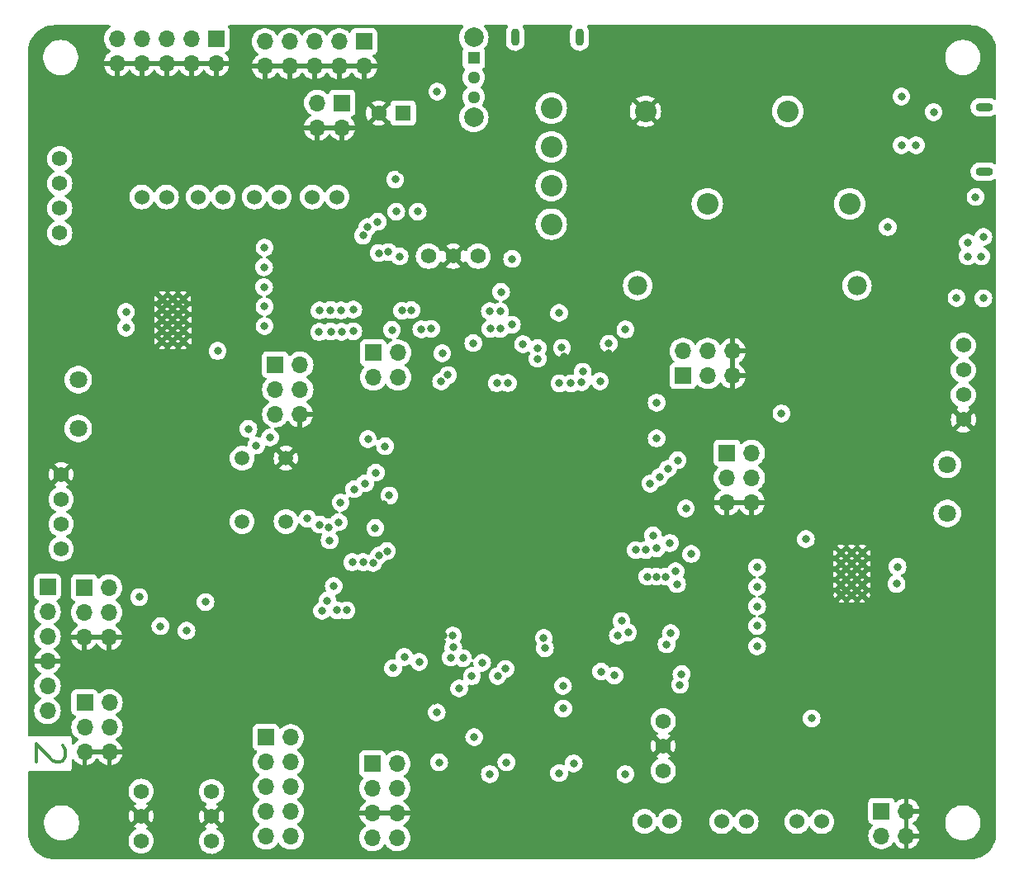
<source format=gbr>
%TF.GenerationSoftware,KiCad,Pcbnew,7.0.6*%
%TF.CreationDate,2023-11-30T13:58:43-08:00*%
%TF.ProjectId,MainBoard,4d61696e-426f-4617-9264-2e6b69636164,0.1*%
%TF.SameCoordinates,Original*%
%TF.FileFunction,Copper,L2,Inr*%
%TF.FilePolarity,Positive*%
%FSLAX46Y46*%
G04 Gerber Fmt 4.6, Leading zero omitted, Abs format (unit mm)*
G04 Created by KiCad (PCBNEW 7.0.6) date 2023-11-30 13:58:43*
%MOMM*%
%LPD*%
G01*
G04 APERTURE LIST*
%ADD10C,0.300000*%
%TA.AperFunction,NonConductor*%
%ADD11C,0.300000*%
%TD*%
%TA.AperFunction,ComponentPad*%
%ADD12C,1.507998*%
%TD*%
%TA.AperFunction,ComponentPad*%
%ADD13R,1.700000X1.700000*%
%TD*%
%TA.AperFunction,ComponentPad*%
%ADD14O,1.700000X1.700000*%
%TD*%
%TA.AperFunction,ComponentPad*%
%ADD15C,1.524000*%
%TD*%
%TA.AperFunction,ComponentPad*%
%ADD16C,1.803400*%
%TD*%
%TA.AperFunction,ComponentPad*%
%ADD17C,1.574800*%
%TD*%
%TA.AperFunction,ComponentPad*%
%ADD18C,0.600000*%
%TD*%
%TA.AperFunction,ComponentPad*%
%ADD19R,1.295400X1.295400*%
%TD*%
%TA.AperFunction,ComponentPad*%
%ADD20C,1.295400*%
%TD*%
%TA.AperFunction,ComponentPad*%
%ADD21C,2.000000*%
%TD*%
%TA.AperFunction,ComponentPad*%
%ADD22O,1.800000X0.900000*%
%TD*%
%TA.AperFunction,ComponentPad*%
%ADD23C,2.209800*%
%TD*%
%TA.AperFunction,ComponentPad*%
%ADD24R,1.600000X1.600000*%
%TD*%
%TA.AperFunction,ComponentPad*%
%ADD25C,1.600000*%
%TD*%
%TA.AperFunction,ComponentPad*%
%ADD26C,1.980000*%
%TD*%
%TA.AperFunction,ComponentPad*%
%ADD27O,0.900000X1.800000*%
%TD*%
%TA.AperFunction,ViaPad*%
%ADD28C,0.800000*%
%TD*%
G04 APERTURE END LIST*
D10*
D11*
X169397028Y-156568796D02*
X169539885Y-156711653D01*
X169539885Y-156711653D02*
X169682742Y-156997368D01*
X169682742Y-156997368D02*
X169682742Y-157711653D01*
X169682742Y-157711653D02*
X169539885Y-157997368D01*
X169539885Y-157997368D02*
X169397028Y-158140225D01*
X169397028Y-158140225D02*
X169111314Y-158283082D01*
X169111314Y-158283082D02*
X168825600Y-158283082D01*
X168825600Y-158283082D02*
X168397028Y-158140225D01*
X168397028Y-158140225D02*
X166682742Y-156425939D01*
X166682742Y-156425939D02*
X166682742Y-158283082D01*
D12*
%TO.N,GND*%
%TO.C,SW1*%
X192300001Y-127099998D03*
%TO.N,N/C*%
X192300001Y-133600000D03*
X187800000Y-127099998D03*
%TO.N,Net-(C1-Pad1)*%
X187800000Y-133600000D03*
%TD*%
D13*
%TO.N,/RE4*%
%TO.C,J25*%
X201250000Y-116275000D03*
D14*
%TO.N,/RE1*%
X203790000Y-116275000D03*
%TO.N,/RG12*%
X201250000Y-118815000D03*
%TO.N,/RG14*%
X203790000Y-118815000D03*
%TD*%
D15*
%TO.N,+3.3V*%
%TO.C,SW8*%
X189060000Y-100300000D03*
%TO.N,/Bump2*%
X191600000Y-100300000D03*
%TD*%
D16*
%TO.N,Net-(M2-+)*%
%TO.C,M2*%
X260100000Y-132750000D03*
%TO.N,Net-(M2--)*%
X260100000Y-127750000D03*
%TD*%
D17*
%TO.N,/IC3*%
%TO.C,U11*%
X169250000Y-136390000D03*
%TO.N,/IC4*%
X169250000Y-133850000D03*
%TO.N,+3.3V*%
X169250000Y-131310000D03*
%TO.N,GND*%
X169250000Y-128770000D03*
%TD*%
%TO.N,+3.3V*%
%TO.C,J15*%
X177450000Y-166350000D03*
%TO.N,GND*%
X177450000Y-163810000D03*
%TO.N,/Refl3*%
X177450000Y-161270000D03*
%TD*%
%TO.N,/IC1*%
%TO.C,U12*%
X261750000Y-115530000D03*
%TO.N,/IC2*%
X261750000Y-118070000D03*
%TO.N,+3.3V*%
X261750000Y-120610000D03*
%TO.N,GND*%
X261750000Y-123150000D03*
%TD*%
D13*
%TO.N,unconnected-(J1-Pin_1-Pad1)*%
%TO.C,J1*%
X167850000Y-140300000D03*
D14*
%TO.N,Net-(J1-Pin_2)*%
X167850000Y-142840000D03*
%TO.N,Net-(J1-Pin_3)*%
X167850000Y-145380000D03*
%TO.N,GND*%
X167850000Y-147920000D03*
%TO.N,+3.3V*%
X167850000Y-150460000D03*
%TO.N,Net-(J1-Pin_6)*%
X167850000Y-153000000D03*
%TD*%
D13*
%TO.N,/SDA2*%
%TO.C,J18*%
X253360000Y-163300000D03*
D14*
%TO.N,GND*%
X255900000Y-163300000D03*
%TO.N,/SCL2*%
X253360000Y-165840000D03*
%TO.N,GND*%
X255900000Y-165840000D03*
%TD*%
D17*
%TO.N,+3.3V*%
%TO.C,J14*%
X184673800Y-166390000D03*
%TO.N,GND*%
X184673800Y-163850000D03*
%TO.N,/Refl2*%
X184673800Y-161310000D03*
%TD*%
%TO.N,Net-(D8-A1)*%
%TO.C,D8*%
X211990000Y-106376200D03*
%TO.N,GND*%
X209450000Y-106376200D03*
%TO.N,Net-(D8-A2)*%
X206910000Y-106376200D03*
%TD*%
D13*
%TO.N,+5V*%
%TO.C,J3*%
X200300000Y-84360000D03*
D14*
%TO.N,GND*%
X200300000Y-86900000D03*
%TO.N,+5V*%
X197760000Y-84360000D03*
%TO.N,GND*%
X197760000Y-86900000D03*
%TO.N,+5V*%
X195220000Y-84360000D03*
%TO.N,GND*%
X195220000Y-86900000D03*
%TO.N,+5V*%
X192680000Y-84360000D03*
%TO.N,GND*%
X192680000Y-86900000D03*
%TO.N,+5V*%
X190140000Y-84360000D03*
%TO.N,GND*%
X190140000Y-86900000D03*
%TD*%
D18*
%TO.N,GND*%
%TO.C,U10*%
X179600000Y-111799999D03*
X179600000Y-112899999D03*
X179600000Y-113999999D03*
X179600000Y-115100000D03*
X179620000Y-110779999D03*
X180700000Y-110779999D03*
X180700000Y-115100000D03*
X180700003Y-111799999D03*
X180700003Y-112899999D03*
X180700003Y-113999999D03*
X181760000Y-110779999D03*
X181800000Y-111799999D03*
X181800000Y-112899999D03*
X181800000Y-113999999D03*
X181800000Y-115100000D03*
%TD*%
D13*
%TO.N,/RH15*%
%TO.C,J21*%
X233010000Y-118650000D03*
D14*
%TO.N,/RH14*%
X233010000Y-116110000D03*
%TO.N,/RH13*%
X235550000Y-118650000D03*
%TO.N,/RH12*%
X235550000Y-116110000D03*
%TO.N,GND*%
X238090000Y-118650000D03*
X238090000Y-116110000D03*
%TD*%
D13*
%TO.N,/SCK4*%
%TO.C,J19*%
X237510000Y-126560000D03*
D14*
%TO.N,/SDI4*%
X240050000Y-126560000D03*
%TO.N,/SS4\u002A*%
X237510000Y-129100000D03*
%TO.N,/SDO4*%
X240050000Y-129100000D03*
%TO.N,GND*%
X237510000Y-131640000D03*
X240050000Y-131640000D03*
%TD*%
D19*
%TO.N,Net-(J4-VBUS)*%
%TO.C,SW2*%
X211550000Y-86049999D03*
D20*
%TO.N,+5V*%
X211550000Y-88050000D03*
%TO.N,unconnected-(SW2-C-Pad3)*%
X211550000Y-90050001D03*
D21*
%TO.N,N/C*%
X211550000Y-83949999D03*
X211550000Y-92150000D03*
%TD*%
D18*
%TO.N,GND*%
%TO.C,U13*%
X251400000Y-140099999D03*
X251400000Y-138999999D03*
X251400000Y-137899999D03*
X251400000Y-136799998D03*
X251380000Y-141119999D03*
X250300000Y-141119999D03*
X250300000Y-136799998D03*
X250299997Y-140099999D03*
X250299997Y-138999999D03*
X250299997Y-137899999D03*
X249240000Y-141119999D03*
X249200000Y-140099999D03*
X249200000Y-138999999D03*
X249200000Y-137899999D03*
X249200000Y-136799998D03*
%TD*%
D13*
%TO.N,/SCK2*%
%TO.C,J20*%
X171610000Y-140370000D03*
D14*
%TO.N,/SDO2*%
X174150000Y-140370000D03*
%TO.N,/SS2\u002A*%
X171610000Y-142910000D03*
%TO.N,/SDI2*%
X174150000Y-142910000D03*
%TO.N,GND*%
X171610000Y-145450000D03*
X174150000Y-145450000D03*
%TD*%
D13*
%TO.N,/SCK3*%
%TO.C,J8*%
X201160000Y-158430000D03*
D14*
%TO.N,/SDO3*%
X203700000Y-158430000D03*
%TO.N,/SS3\u002A*%
X201160000Y-160970000D03*
%TO.N,/SDI3*%
X203700000Y-160970000D03*
%TO.N,GND*%
X201160000Y-163510000D03*
X203700000Y-163510000D03*
%TO.N,/U4RX*%
X201160000Y-166050000D03*
%TO.N,/U4TX*%
X203700000Y-166050000D03*
%TD*%
D13*
%TO.N,Net-(J2-Pin_1)*%
%TO.C,J2*%
X185140000Y-84060000D03*
D14*
%TO.N,GND*%
X185140000Y-86600000D03*
%TO.N,Net-(J2-Pin_1)*%
X182600000Y-84060000D03*
%TO.N,GND*%
X182600000Y-86600000D03*
%TO.N,Net-(J2-Pin_1)*%
X180060000Y-84060000D03*
%TO.N,GND*%
X180060000Y-86600000D03*
%TO.N,Net-(J2-Pin_1)*%
X177520000Y-84060000D03*
%TO.N,GND*%
X177520000Y-86600000D03*
%TO.N,Net-(J2-Pin_1)*%
X174980000Y-84060000D03*
%TO.N,GND*%
X174980000Y-86600000D03*
%TD*%
D13*
%TO.N,/U5TX*%
%TO.C,J23*%
X171660000Y-152150000D03*
D14*
%TO.N,/U5RX*%
X174200000Y-152150000D03*
%TO.N,/U6TX*%
X171660000Y-154690000D03*
%TO.N,/U6RX*%
X174200000Y-154690000D03*
%TO.N,GND*%
X171660000Y-157230000D03*
X174200000Y-157230000D03*
%TD*%
D15*
%TO.N,+3.3V*%
%TO.C,SW6*%
X231610128Y-164351200D03*
%TO.N,/Switch1*%
X229070128Y-164351200D03*
%TD*%
D22*
%TO.N,N/C*%
%TO.C,J9*%
X263900000Y-97700000D03*
X263900000Y-91100000D03*
%TD*%
D15*
%TO.N,+3.3V*%
%TO.C,SW10*%
X177510000Y-100300000D03*
%TO.N,/Bump4*%
X180050000Y-100300000D03*
%TD*%
%TO.N,+3.3V*%
%TO.C,SW4*%
X239490128Y-164375000D03*
%TO.N,/Switch2*%
X236950128Y-164375000D03*
%TD*%
%TO.N,+3.3V*%
%TO.C,SW5*%
X247230128Y-164375000D03*
%TO.N,/Switch3*%
X244690128Y-164375000D03*
%TD*%
D23*
%TO.N,+5V*%
%TO.C,SW3*%
X219500000Y-103087200D03*
%TO.N,Net-(J4-VBUS)*%
X219500000Y-99124800D03*
%TO.N,Vdrive*%
X219500000Y-95162400D03*
%TO.N,Net-(F1-Pad1)*%
X219500000Y-91200000D03*
%TD*%
D24*
%TO.N,+5V*%
%TO.C,C15*%
X204305113Y-91700000D03*
D25*
%TO.N,GND*%
X201805113Y-91700000D03*
%TD*%
D26*
%TO.N,Net-(F1-Pad1)*%
%TO.C,F1*%
X228350000Y-109400000D03*
%TO.N,Net-(J5-Pin_1)*%
X250850000Y-109400000D03*
%TD*%
D17*
%TO.N,+3.3V*%
%TO.C,J13*%
X230973800Y-159140000D03*
%TO.N,GND*%
X230973800Y-156600000D03*
%TO.N,/Refl1*%
X230973800Y-154060000D03*
%TD*%
D16*
%TO.N,Net-(M1-+)*%
%TO.C,M1*%
X171000000Y-119050000D03*
%TO.N,Net-(M1--)*%
X171000000Y-124050000D03*
%TD*%
D15*
%TO.N,+3.3V*%
%TO.C,SW9*%
X183310000Y-100300000D03*
%TO.N,/Bump3*%
X185850000Y-100300000D03*
%TD*%
D23*
%TO.N,Net-(J5-Pin_2)*%
%TO.C,J6*%
X235500000Y-101000000D03*
%TO.N,GND*%
X229150000Y-91500001D03*
%TD*%
D15*
%TO.N,+3.3V*%
%TO.C,SW7*%
X195000000Y-100300000D03*
%TO.N,/Bump1*%
X197540000Y-100300000D03*
%TD*%
D27*
%TO.N,N/C*%
%TO.C,J4*%
X222400000Y-83900000D03*
X215800000Y-83900000D03*
%TD*%
D17*
%TO.N,/U2TX*%
%TO.C,J24*%
X169100000Y-104000000D03*
%TO.N,/U2RX*%
X169100000Y-101460000D03*
%TO.N,/GPS_Reset*%
X169100000Y-98920000D03*
%TO.N,/GPS_INT*%
X169100000Y-96380000D03*
%TD*%
D13*
%TO.N,/RA9*%
%TO.C,J7*%
X190250000Y-155740000D03*
D14*
%TO.N,/RA10*%
X192790000Y-155740000D03*
%TO.N,/RH0*%
X190250000Y-158280000D03*
%TO.N,/RH1*%
X192790000Y-158280000D03*
%TO.N,/RH2*%
X190250000Y-160820000D03*
%TO.N,/RH3*%
X192790000Y-160820000D03*
%TO.N,/RB10*%
X190250000Y-163360000D03*
%TO.N,/RK1*%
X192790000Y-163360000D03*
%TO.N,/RK2*%
X190250000Y-165900000D03*
%TO.N,/RK3*%
X192790000Y-165900000D03*
%TD*%
D13*
%TO.N,/RE7*%
%TO.C,J16*%
X191210000Y-117510000D03*
D14*
%TO.N,/RJ8*%
X193750000Y-117510000D03*
%TO.N,/RJ13*%
X191210000Y-120050000D03*
%TO.N,/RJ14*%
X193750000Y-120050000D03*
%TO.N,/RJ15*%
X191210000Y-122590000D03*
%TO.N,GND*%
X193750000Y-122590000D03*
%TD*%
D23*
%TO.N,Net-(J5-Pin_1)*%
%TO.C,J5*%
X250100000Y-100999999D03*
%TO.N,Net-(J5-Pin_2)*%
X243750000Y-91500000D03*
%TD*%
D13*
%TO.N,/U3TX*%
%TO.C,J22*%
X198050000Y-90650000D03*
D14*
%TO.N,GND*%
X198050000Y-93190000D03*
%TO.N,/U3RX*%
X195510000Y-90650000D03*
%TO.N,GND*%
X195510000Y-93190000D03*
%TD*%
D28*
%TO.N,/RE1*%
X208325000Y-116350000D03*
%TO.N,/RG14*%
X208900000Y-118575000D03*
%TO.N,/RG12*%
X208209423Y-119227463D03*
%TO.N,GND*%
X247500000Y-116000000D03*
X183050000Y-136400000D03*
X208200000Y-156500000D03*
X202310556Y-131798056D03*
X216925501Y-119600000D03*
X259900000Y-93150000D03*
X215100000Y-156500000D03*
X176100000Y-117650000D03*
X215258526Y-144491472D03*
X220400333Y-145999667D03*
X212100000Y-100500000D03*
X213900000Y-97900000D03*
X227100000Y-118400000D03*
X197859787Y-128309787D03*
X187000000Y-121600000D03*
X171250000Y-114350000D03*
X247800000Y-157000000D03*
X225994063Y-157486643D03*
X222100000Y-156500000D03*
X217700000Y-149250000D03*
X253500000Y-129300000D03*
X192950000Y-104750000D03*
X257050000Y-143825500D03*
X251400000Y-115600000D03*
X247700000Y-130600000D03*
X220800000Y-116700000D03*
X244500000Y-127300000D03*
X186400000Y-94400000D03*
X181034787Y-137084787D03*
X172600000Y-92400000D03*
X249790128Y-163575000D03*
X189575000Y-90550000D03*
X174750000Y-107150000D03*
X218100000Y-87900000D03*
X191950000Y-90800000D03*
X247200000Y-144600000D03*
X176400000Y-104950000D03*
X263950000Y-144450000D03*
X201562500Y-139850000D03*
X241990128Y-163525000D03*
X217000000Y-88000000D03*
X263050000Y-160500000D03*
X253400000Y-134000000D03*
X183750000Y-107450000D03*
X204100000Y-97500000D03*
X178050000Y-122450000D03*
X206600000Y-83475000D03*
X174400000Y-90100000D03*
X181600000Y-122450000D03*
X225000000Y-111200000D03*
X207500000Y-151950000D03*
X225400000Y-116300000D03*
X174400000Y-94600000D03*
X225000000Y-113300000D03*
X257800000Y-109400000D03*
X186300000Y-91000000D03*
X219000000Y-157800000D03*
X211300000Y-119700000D03*
X178900000Y-136250000D03*
X222600000Y-114500000D03*
X258173056Y-137773056D03*
X182300000Y-92600000D03*
X228776944Y-132276944D03*
X253600000Y-107530000D03*
X200100000Y-95800000D03*
X200100000Y-100100000D03*
X212100000Y-95700000D03*
X228050000Y-140000000D03*
X208426944Y-145326944D03*
X212100000Y-157800000D03*
X234340128Y-163475000D03*
X227336051Y-122636051D03*
%TO.N,+3.3V*%
X194500000Y-133300000D03*
X245600000Y-135400000D03*
X216600000Y-115400000D03*
X213200000Y-159500000D03*
X240600000Y-146400000D03*
X240600000Y-142300000D03*
X240600000Y-144300000D03*
X190100000Y-111550000D03*
X214900000Y-158300000D03*
X240600000Y-138300000D03*
X207800000Y-89500000D03*
X190050000Y-107500000D03*
X230300000Y-121400000D03*
X203500000Y-98500000D03*
X190100000Y-113550000D03*
X205950000Y-148000000D03*
X205800000Y-101800000D03*
X208000000Y-158300000D03*
X185300000Y-116100000D03*
X240600000Y-140300000D03*
X220300000Y-112200000D03*
X214800356Y-148700351D03*
X190050000Y-109550000D03*
X255400000Y-95000000D03*
X220300000Y-159400000D03*
X190100000Y-105500000D03*
X227100000Y-113900000D03*
X197200000Y-140213420D03*
X254000000Y-103400000D03*
X203600000Y-101800000D03*
X246200000Y-153800000D03*
X227100000Y-159500000D03*
X220700000Y-150450000D03*
X214350000Y-110050000D03*
X261050354Y-110650353D03*
X207750000Y-153162500D03*
X197900000Y-131650000D03*
X211500000Y-115300000D03*
X221800000Y-158400000D03*
X255400000Y-90000000D03*
X215485556Y-106664444D03*
X233300000Y-132250000D03*
%TO.N,Net-(J1-Pin_2)*%
X177250000Y-141350000D03*
X196550000Y-141700000D03*
%TO.N,Net-(J1-Pin_3)*%
X184050000Y-141850000D03*
X196000000Y-142750000D03*
%TO.N,/Refl1*%
X214000000Y-149450000D03*
%TO.N,/Refl2*%
X198499503Y-142700000D03*
X200200000Y-137775000D03*
%TO.N,/Refl3*%
X197550000Y-142700000D03*
X199100000Y-137775000D03*
%TO.N,/SDA2*%
X232389694Y-140018292D03*
X231653888Y-135796112D03*
%TO.N,/SCL2*%
X229926944Y-135023056D03*
X232250000Y-138700000D03*
%TO.N,/RH0*%
X209401731Y-145306046D03*
%TO.N,/RH1*%
X209439127Y-146514762D03*
%TO.N,/RJ13*%
X202657370Y-136624500D03*
%TO.N,/RH2*%
X209200000Y-147550000D03*
%TO.N,/RJ14*%
X201821956Y-137075764D03*
%TO.N,/RH3*%
X210450000Y-147600000D03*
%TO.N,/RJ15*%
X201239950Y-137825980D03*
%TO.N,/U2TX*%
X189250000Y-125800000D03*
%TO.N,Net-(D9-K)*%
X262200000Y-105000000D03*
X263800000Y-104400000D03*
%TO.N,/U2RX*%
X203166055Y-113933945D03*
X200200000Y-104250000D03*
X201800000Y-106050000D03*
%TO.N,/U3TX*%
X205150000Y-111900000D03*
X218100000Y-115800000D03*
%TO.N,/U3RX*%
X218100000Y-116900000D03*
X204202910Y-111967649D03*
%TO.N,/RA9*%
X204430444Y-147480444D03*
%TO.N,/RB10*%
X212405233Y-148075750D03*
%TO.N,/RA10*%
X203280444Y-148630444D03*
%TO.N,/U6TX*%
X201450000Y-134250000D03*
X201510340Y-128575500D03*
%TO.N,/Switch1*%
X228165980Y-136525500D03*
X229350000Y-139250000D03*
%TO.N,/SCK3*%
X218724501Y-145550000D03*
%TO.N,/SS3\u002A*%
X218850000Y-146600000D03*
%TO.N,/SCK4*%
X231450000Y-128200000D03*
%TO.N,/SDO4*%
X229650000Y-129700000D03*
%TO.N,/Switch2*%
X230300000Y-139250000D03*
X229200000Y-136525500D03*
%TO.N,/Switch3*%
X230300000Y-136350000D03*
X231249503Y-139250000D03*
%TO.N,/SS4\u002A*%
X230596809Y-129043540D03*
%TO.N,/SDI4*%
X232457370Y-127307370D03*
%TO.N,/SDO5*%
X211359787Y-149459786D03*
X213924500Y-119400000D03*
%TO.N,/SDI5*%
X215050000Y-119400000D03*
X210051906Y-150710761D03*
%TO.N,/SCK6*%
X232850000Y-149250000D03*
X225975500Y-149396660D03*
%TO.N,/SDO6*%
X231750000Y-145050000D03*
X226701000Y-143800000D03*
%TO.N,/SS6\u002A*%
X224612476Y-148987524D03*
X232700000Y-150350000D03*
%TO.N,/SDI6*%
X227375500Y-144974500D03*
X231324500Y-146200000D03*
%TO.N,/SCK2*%
X196674032Y-134197201D03*
X200400000Y-129675500D03*
%TO.N,/SDI2*%
X197699266Y-133672527D03*
X199300000Y-130274500D03*
%TO.N,/SDO2*%
X202900000Y-130924501D03*
X196775868Y-135532616D03*
%TO.N,/SS2\u002A*%
X179425000Y-144325000D03*
X182100000Y-144800000D03*
%TO.N,/IC2*%
X233850000Y-136925500D03*
%TO.N,/IC3*%
X195767244Y-133915616D03*
X200700000Y-125150000D03*
%TO.N,/IC1*%
X230299527Y-125075500D03*
%TO.N,/SCK1*%
X224500000Y-119200000D03*
X222725498Y-118227889D03*
%TO.N,/Bump1*%
X199200000Y-111850000D03*
X199200000Y-114075000D03*
%TO.N,/Bump2*%
X197950000Y-111950000D03*
X198000000Y-114125000D03*
%TO.N,/Bump3*%
X196900000Y-114100000D03*
X196875000Y-111900000D03*
%TO.N,/Bump4*%
X195750000Y-111950000D03*
X195700000Y-114150000D03*
%TO.N,/LED2*%
X211600000Y-155700000D03*
X220719870Y-152769870D03*
%TO.N,/IMU_INT1*%
X225400000Y-115350497D03*
X222600000Y-119300000D03*
%TO.N,/IMU_INT2*%
X221526944Y-119426944D03*
X220594024Y-115773108D03*
%TO.N,/GPS_INT*%
X207175000Y-113824500D03*
X201700000Y-102850000D03*
X203950000Y-106400000D03*
%TO.N,/GPS_Reset*%
X200650000Y-103400000D03*
X206175000Y-113875000D03*
X202800000Y-105950000D03*
%TO.N,/Status_Yellow*%
X214250000Y-113824500D03*
X214250000Y-112025500D03*
%TO.N,/Status_Green*%
X213250000Y-113824500D03*
X213200000Y-112025500D03*
%TO.N,Vdrive*%
X188450000Y-124100000D03*
X243100000Y-122500000D03*
%TO.N,Net-(D9-A)*%
X263000000Y-100300000D03*
X258700000Y-91600000D03*
%TO.N,Net-(D10-K)*%
X262200500Y-106400000D03*
X263600000Y-106400000D03*
%TO.N,Net-(D10-A)*%
X256900000Y-95000000D03*
X263800000Y-110700000D03*
%TO.N,/MotorCurrent1*%
X175900000Y-112100500D03*
X175900000Y-113699500D03*
X190673056Y-124973056D03*
%TO.N,/MotorCurrent2*%
X255000000Y-138225499D03*
X254900000Y-140000000D03*
X226324500Y-145300000D03*
%TO.N,/Dir2*%
X220339194Y-119414695D03*
X215459674Y-113413562D03*
%TO.N,/RJ8*%
X202460933Y-125864821D03*
%TD*%
%TA.AperFunction,Conductor*%
%TO.N,GND*%
G36*
X203240507Y-163300156D02*
G01*
X203200000Y-163438111D01*
X203200000Y-163581889D01*
X203240507Y-163719844D01*
X203266314Y-163760000D01*
X201593686Y-163760000D01*
X201619493Y-163719844D01*
X201660000Y-163581889D01*
X201660000Y-163438111D01*
X201619493Y-163300156D01*
X201593686Y-163260000D01*
X203266314Y-163260000D01*
X203240507Y-163300156D01*
G37*
%TD.AperFunction*%
%TA.AperFunction,Conductor*%
G36*
X256150000Y-165404498D02*
G01*
X256042315Y-165355320D01*
X255935763Y-165340000D01*
X255864237Y-165340000D01*
X255757685Y-165355320D01*
X255650000Y-165404498D01*
X255650000Y-163735501D01*
X255757685Y-163784680D01*
X255864237Y-163800000D01*
X255935763Y-163800000D01*
X256042315Y-163784680D01*
X256150000Y-163735501D01*
X256150000Y-165404498D01*
G37*
%TD.AperFunction*%
%TA.AperFunction,Conductor*%
G36*
X173690507Y-145240156D02*
G01*
X173650000Y-145378111D01*
X173650000Y-145521889D01*
X173690507Y-145659844D01*
X173716314Y-145700000D01*
X172043686Y-145700000D01*
X172069493Y-145659844D01*
X172110000Y-145521889D01*
X172110000Y-145378111D01*
X172069493Y-145240156D01*
X172043686Y-145200000D01*
X173716314Y-145200000D01*
X173690507Y-145240156D01*
G37*
%TD.AperFunction*%
%TA.AperFunction,Conductor*%
G36*
X239590507Y-131430156D02*
G01*
X239550000Y-131568111D01*
X239550000Y-131711889D01*
X239590507Y-131849844D01*
X239616314Y-131890000D01*
X237943686Y-131890000D01*
X237969493Y-131849844D01*
X238010000Y-131711889D01*
X238010000Y-131568111D01*
X237969493Y-131430156D01*
X237943686Y-131390000D01*
X239616314Y-131390000D01*
X239590507Y-131430156D01*
G37*
%TD.AperFunction*%
%TA.AperFunction,Conductor*%
G36*
X238340000Y-118214498D02*
G01*
X238232315Y-118165320D01*
X238125763Y-118150000D01*
X238054237Y-118150000D01*
X237947685Y-118165320D01*
X237840000Y-118214498D01*
X237840000Y-116545501D01*
X237947685Y-116594680D01*
X238054237Y-116610000D01*
X238125763Y-116610000D01*
X238232315Y-116594680D01*
X238340000Y-116545501D01*
X238340000Y-118214498D01*
G37*
%TD.AperFunction*%
%TA.AperFunction,Conductor*%
G36*
X197590507Y-92980156D02*
G01*
X197550000Y-93118111D01*
X197550000Y-93261889D01*
X197590507Y-93399844D01*
X197616314Y-93440000D01*
X195943686Y-93440000D01*
X195969493Y-93399844D01*
X196010000Y-93261889D01*
X196010000Y-93118111D01*
X195969493Y-92980156D01*
X195943686Y-92940000D01*
X197616314Y-92940000D01*
X197590507Y-92980156D01*
G37*
%TD.AperFunction*%
%TA.AperFunction,Conductor*%
G36*
X192220507Y-86690156D02*
G01*
X192180000Y-86828111D01*
X192180000Y-86971889D01*
X192220507Y-87109844D01*
X192246314Y-87150000D01*
X190573686Y-87150000D01*
X190599493Y-87109844D01*
X190640000Y-86971889D01*
X190640000Y-86828111D01*
X190599493Y-86690156D01*
X190573686Y-86650000D01*
X192246314Y-86650000D01*
X192220507Y-86690156D01*
G37*
%TD.AperFunction*%
%TA.AperFunction,Conductor*%
G36*
X194760507Y-86690156D02*
G01*
X194720000Y-86828111D01*
X194720000Y-86971889D01*
X194760507Y-87109844D01*
X194786314Y-87150000D01*
X193113686Y-87150000D01*
X193139493Y-87109844D01*
X193180000Y-86971889D01*
X193180000Y-86828111D01*
X193139493Y-86690156D01*
X193113686Y-86650000D01*
X194786314Y-86650000D01*
X194760507Y-86690156D01*
G37*
%TD.AperFunction*%
%TA.AperFunction,Conductor*%
G36*
X197300507Y-86690156D02*
G01*
X197260000Y-86828111D01*
X197260000Y-86971889D01*
X197300507Y-87109844D01*
X197326314Y-87150000D01*
X195653686Y-87150000D01*
X195679493Y-87109844D01*
X195720000Y-86971889D01*
X195720000Y-86828111D01*
X195679493Y-86690156D01*
X195653686Y-86650000D01*
X197326314Y-86650000D01*
X197300507Y-86690156D01*
G37*
%TD.AperFunction*%
%TA.AperFunction,Conductor*%
G36*
X199840507Y-86690156D02*
G01*
X199800000Y-86828111D01*
X199800000Y-86971889D01*
X199840507Y-87109844D01*
X199866314Y-87150000D01*
X198193686Y-87150000D01*
X198219493Y-87109844D01*
X198260000Y-86971889D01*
X198260000Y-86828111D01*
X198219493Y-86690156D01*
X198193686Y-86650000D01*
X199866314Y-86650000D01*
X199840507Y-86690156D01*
G37*
%TD.AperFunction*%
%TA.AperFunction,Conductor*%
G36*
X174250310Y-82701185D02*
G01*
X174296065Y-82753989D01*
X174306009Y-82823147D01*
X174276984Y-82886703D01*
X174242288Y-82914555D01*
X174234427Y-82918808D01*
X174234422Y-82918812D01*
X174056761Y-83057092D01*
X174056756Y-83057097D01*
X173904284Y-83222723D01*
X173904276Y-83222734D01*
X173781140Y-83411207D01*
X173690703Y-83617385D01*
X173635436Y-83835628D01*
X173635434Y-83835640D01*
X173616844Y-84059994D01*
X173616844Y-84060005D01*
X173635434Y-84284359D01*
X173635436Y-84284371D01*
X173690703Y-84502614D01*
X173781140Y-84708792D01*
X173904276Y-84897265D01*
X173904284Y-84897276D01*
X174056756Y-85062902D01*
X174056760Y-85062906D01*
X174234424Y-85201189D01*
X174277693Y-85224605D01*
X174277695Y-85224606D01*
X174327286Y-85273825D01*
X174342394Y-85342042D01*
X174318224Y-85407597D01*
X174289802Y-85435236D01*
X174108922Y-85561890D01*
X174108920Y-85561891D01*
X173941891Y-85728920D01*
X173941886Y-85728926D01*
X173806400Y-85922420D01*
X173806399Y-85922422D01*
X173706570Y-86136507D01*
X173706567Y-86136513D01*
X173649364Y-86349999D01*
X173649364Y-86350000D01*
X174546314Y-86350000D01*
X174520507Y-86390156D01*
X174480000Y-86528111D01*
X174480000Y-86671889D01*
X174520507Y-86809844D01*
X174546314Y-86850000D01*
X173649364Y-86850000D01*
X173706567Y-87063486D01*
X173706570Y-87063492D01*
X173806399Y-87277578D01*
X173941894Y-87471082D01*
X174108917Y-87638105D01*
X174302421Y-87773600D01*
X174516507Y-87873429D01*
X174516516Y-87873433D01*
X174730000Y-87930634D01*
X174730000Y-87035501D01*
X174837685Y-87084680D01*
X174944237Y-87100000D01*
X175015763Y-87100000D01*
X175122315Y-87084680D01*
X175230000Y-87035501D01*
X175230000Y-87930633D01*
X175443483Y-87873433D01*
X175443492Y-87873429D01*
X175657578Y-87773600D01*
X175851082Y-87638105D01*
X176018105Y-87471082D01*
X176148425Y-87284968D01*
X176203002Y-87241344D01*
X176272501Y-87234151D01*
X176334855Y-87265673D01*
X176351575Y-87284968D01*
X176481894Y-87471082D01*
X176648917Y-87638105D01*
X176842421Y-87773600D01*
X177056507Y-87873429D01*
X177056516Y-87873433D01*
X177270000Y-87930634D01*
X177270000Y-87035501D01*
X177377685Y-87084680D01*
X177484237Y-87100000D01*
X177555763Y-87100000D01*
X177662315Y-87084680D01*
X177770000Y-87035501D01*
X177770000Y-87930633D01*
X177983483Y-87873433D01*
X177983492Y-87873429D01*
X178197578Y-87773600D01*
X178391082Y-87638105D01*
X178558105Y-87471082D01*
X178688425Y-87284968D01*
X178743002Y-87241344D01*
X178812501Y-87234151D01*
X178874855Y-87265673D01*
X178891575Y-87284968D01*
X179021894Y-87471082D01*
X179188917Y-87638105D01*
X179382421Y-87773600D01*
X179596507Y-87873429D01*
X179596516Y-87873433D01*
X179810000Y-87930634D01*
X179810000Y-87035501D01*
X179917685Y-87084680D01*
X180024237Y-87100000D01*
X180095763Y-87100000D01*
X180202315Y-87084680D01*
X180310000Y-87035501D01*
X180310000Y-87930633D01*
X180523483Y-87873433D01*
X180523492Y-87873429D01*
X180737578Y-87773600D01*
X180931082Y-87638105D01*
X181098105Y-87471082D01*
X181228425Y-87284968D01*
X181283002Y-87241344D01*
X181352501Y-87234151D01*
X181414855Y-87265673D01*
X181431575Y-87284968D01*
X181561894Y-87471082D01*
X181728917Y-87638105D01*
X181922421Y-87773600D01*
X182136507Y-87873429D01*
X182136516Y-87873433D01*
X182350000Y-87930634D01*
X182350000Y-87035501D01*
X182457685Y-87084680D01*
X182564237Y-87100000D01*
X182635763Y-87100000D01*
X182742315Y-87084680D01*
X182850000Y-87035501D01*
X182850000Y-87930633D01*
X183063483Y-87873433D01*
X183063492Y-87873429D01*
X183277578Y-87773600D01*
X183471082Y-87638105D01*
X183638105Y-87471082D01*
X183768425Y-87284968D01*
X183823002Y-87241344D01*
X183892501Y-87234151D01*
X183954855Y-87265673D01*
X183971575Y-87284968D01*
X184101894Y-87471082D01*
X184268917Y-87638105D01*
X184462421Y-87773600D01*
X184676507Y-87873429D01*
X184676516Y-87873433D01*
X184890000Y-87930634D01*
X184890000Y-87035501D01*
X184997685Y-87084680D01*
X185104237Y-87100000D01*
X185175763Y-87100000D01*
X185282315Y-87084680D01*
X185390000Y-87035501D01*
X185390000Y-87930633D01*
X185603483Y-87873433D01*
X185603492Y-87873429D01*
X185817578Y-87773600D01*
X186011082Y-87638105D01*
X186178105Y-87471082D01*
X186313600Y-87277578D01*
X186413429Y-87063492D01*
X186413432Y-87063486D01*
X186470636Y-86850000D01*
X185573686Y-86850000D01*
X185599493Y-86809844D01*
X185640000Y-86671889D01*
X185640000Y-86528111D01*
X185599493Y-86390156D01*
X185573686Y-86350000D01*
X186470636Y-86350000D01*
X186470635Y-86349999D01*
X186413432Y-86136513D01*
X186413429Y-86136507D01*
X186313600Y-85922422D01*
X186313599Y-85922420D01*
X186178113Y-85728926D01*
X186178108Y-85728920D01*
X186062272Y-85613084D01*
X186028787Y-85551761D01*
X186033771Y-85482069D01*
X186075643Y-85426136D01*
X186106612Y-85409224D01*
X186236204Y-85360889D01*
X186353261Y-85273261D01*
X186440889Y-85156204D01*
X186491989Y-85019201D01*
X186496466Y-84977560D01*
X186498499Y-84958654D01*
X186498500Y-84958637D01*
X186498500Y-84360005D01*
X188776844Y-84360005D01*
X188795434Y-84584359D01*
X188795436Y-84584371D01*
X188850703Y-84802614D01*
X188941140Y-85008792D01*
X189064276Y-85197265D01*
X189064284Y-85197276D01*
X189208249Y-85353661D01*
X189216760Y-85362906D01*
X189394424Y-85501189D01*
X189422822Y-85516557D01*
X189437695Y-85524606D01*
X189487286Y-85573825D01*
X189502394Y-85642042D01*
X189478224Y-85707597D01*
X189449802Y-85735236D01*
X189268922Y-85861890D01*
X189268920Y-85861891D01*
X189101891Y-86028920D01*
X189101886Y-86028926D01*
X188966400Y-86222420D01*
X188966399Y-86222422D01*
X188866570Y-86436507D01*
X188866567Y-86436513D01*
X188809364Y-86649999D01*
X188809364Y-86650000D01*
X189706314Y-86650000D01*
X189680507Y-86690156D01*
X189640000Y-86828111D01*
X189640000Y-86971889D01*
X189680507Y-87109844D01*
X189706314Y-87150000D01*
X188809364Y-87150000D01*
X188866567Y-87363486D01*
X188866570Y-87363492D01*
X188966399Y-87577578D01*
X189101894Y-87771082D01*
X189268917Y-87938105D01*
X189462421Y-88073600D01*
X189676507Y-88173429D01*
X189676516Y-88173433D01*
X189890000Y-88230634D01*
X189890000Y-87335501D01*
X189997685Y-87384680D01*
X190104237Y-87400000D01*
X190175763Y-87400000D01*
X190282315Y-87384680D01*
X190390000Y-87335501D01*
X190390000Y-88230633D01*
X190603483Y-88173433D01*
X190603492Y-88173429D01*
X190817578Y-88073600D01*
X191011082Y-87938105D01*
X191178105Y-87771082D01*
X191308425Y-87584968D01*
X191363002Y-87541344D01*
X191432501Y-87534151D01*
X191494855Y-87565673D01*
X191511575Y-87584968D01*
X191641894Y-87771082D01*
X191808917Y-87938105D01*
X192002421Y-88073600D01*
X192216507Y-88173429D01*
X192216516Y-88173433D01*
X192430000Y-88230634D01*
X192430000Y-87335501D01*
X192537685Y-87384680D01*
X192644237Y-87400000D01*
X192715763Y-87400000D01*
X192822315Y-87384680D01*
X192930000Y-87335501D01*
X192930000Y-88230634D01*
X193143483Y-88173433D01*
X193143492Y-88173429D01*
X193357578Y-88073600D01*
X193551082Y-87938105D01*
X193718105Y-87771082D01*
X193848425Y-87584968D01*
X193903002Y-87541344D01*
X193972501Y-87534151D01*
X194034855Y-87565673D01*
X194051575Y-87584968D01*
X194181894Y-87771082D01*
X194348917Y-87938105D01*
X194542421Y-88073600D01*
X194756507Y-88173429D01*
X194756516Y-88173433D01*
X194970000Y-88230634D01*
X194970000Y-87335501D01*
X195077685Y-87384680D01*
X195184237Y-87400000D01*
X195255763Y-87400000D01*
X195362315Y-87384680D01*
X195470000Y-87335501D01*
X195470000Y-88230633D01*
X195683483Y-88173433D01*
X195683492Y-88173429D01*
X195897578Y-88073600D01*
X196091082Y-87938105D01*
X196258105Y-87771082D01*
X196388425Y-87584968D01*
X196443002Y-87541344D01*
X196512501Y-87534151D01*
X196574855Y-87565673D01*
X196591575Y-87584968D01*
X196721894Y-87771082D01*
X196888917Y-87938105D01*
X197082421Y-88073600D01*
X197296507Y-88173429D01*
X197296516Y-88173433D01*
X197509998Y-88230635D01*
X197509999Y-88230634D01*
X197509999Y-87335501D01*
X197617685Y-87384680D01*
X197724237Y-87400000D01*
X197795763Y-87400000D01*
X197902315Y-87384680D01*
X198010000Y-87335501D01*
X198010000Y-88230633D01*
X198223483Y-88173433D01*
X198223492Y-88173429D01*
X198437578Y-88073600D01*
X198631082Y-87938105D01*
X198798105Y-87771082D01*
X198928425Y-87584968D01*
X198983002Y-87541344D01*
X199052501Y-87534151D01*
X199114855Y-87565673D01*
X199131575Y-87584968D01*
X199261894Y-87771082D01*
X199428917Y-87938105D01*
X199622421Y-88073600D01*
X199836507Y-88173429D01*
X199836516Y-88173433D01*
X200050000Y-88230634D01*
X200050000Y-87335501D01*
X200157685Y-87384680D01*
X200264237Y-87400000D01*
X200335763Y-87400000D01*
X200442315Y-87384680D01*
X200549999Y-87335501D01*
X200549999Y-88230633D01*
X200763483Y-88173433D01*
X200763492Y-88173429D01*
X200977578Y-88073600D01*
X201171082Y-87938105D01*
X201338105Y-87771082D01*
X201473600Y-87577578D01*
X201573429Y-87363492D01*
X201573432Y-87363486D01*
X201630636Y-87150000D01*
X200733686Y-87150000D01*
X200759493Y-87109844D01*
X200800000Y-86971889D01*
X200800000Y-86828111D01*
X200759493Y-86690156D01*
X200733686Y-86650000D01*
X201630636Y-86650000D01*
X201630635Y-86649999D01*
X201573432Y-86436513D01*
X201573429Y-86436507D01*
X201473600Y-86222422D01*
X201473599Y-86222420D01*
X201338113Y-86028926D01*
X201338108Y-86028920D01*
X201222272Y-85913084D01*
X201188787Y-85851761D01*
X201193771Y-85782069D01*
X201235643Y-85726136D01*
X201266612Y-85709224D01*
X201396204Y-85660889D01*
X201513261Y-85573261D01*
X201600889Y-85456204D01*
X201651989Y-85319201D01*
X201655591Y-85285692D01*
X201658499Y-85258654D01*
X201658500Y-85258637D01*
X201658500Y-83461362D01*
X201658499Y-83461345D01*
X201654672Y-83425759D01*
X201651989Y-83400799D01*
X201646649Y-83386483D01*
X201629522Y-83340564D01*
X201600889Y-83263796D01*
X201513261Y-83146739D01*
X201396204Y-83059111D01*
X201390791Y-83057092D01*
X201259203Y-83008011D01*
X201198654Y-83001500D01*
X201198638Y-83001500D01*
X199401362Y-83001500D01*
X199401345Y-83001500D01*
X199340797Y-83008011D01*
X199340795Y-83008011D01*
X199203795Y-83059111D01*
X199086739Y-83146739D01*
X198999111Y-83263795D01*
X198953861Y-83385111D01*
X198911989Y-83441044D01*
X198846524Y-83465460D01*
X198778252Y-83450607D01*
X198746454Y-83425762D01*
X198683240Y-83357094D01*
X198505576Y-83218811D01*
X198505575Y-83218810D01*
X198505572Y-83218808D01*
X198307580Y-83111661D01*
X198307577Y-83111659D01*
X198307574Y-83111658D01*
X198307571Y-83111657D01*
X198307569Y-83111656D01*
X198094637Y-83038556D01*
X197872569Y-83001500D01*
X197647431Y-83001500D01*
X197425362Y-83038556D01*
X197212430Y-83111656D01*
X197212419Y-83111661D01*
X197014427Y-83218808D01*
X197014422Y-83218812D01*
X196836761Y-83357092D01*
X196836756Y-83357097D01*
X196684284Y-83522723D01*
X196684276Y-83522734D01*
X196593807Y-83661206D01*
X196540660Y-83706563D01*
X196471429Y-83715986D01*
X196408093Y-83686483D01*
X196386191Y-83661206D01*
X196295722Y-83522732D01*
X196295717Y-83522727D01*
X196295715Y-83522723D01*
X196143243Y-83357097D01*
X196143238Y-83357092D01*
X195970616Y-83222734D01*
X195965576Y-83218811D01*
X195965575Y-83218810D01*
X195965572Y-83218808D01*
X195767580Y-83111661D01*
X195767577Y-83111659D01*
X195767574Y-83111658D01*
X195767571Y-83111657D01*
X195767569Y-83111656D01*
X195554637Y-83038556D01*
X195332569Y-83001500D01*
X195107431Y-83001500D01*
X194885362Y-83038556D01*
X194672430Y-83111656D01*
X194672419Y-83111661D01*
X194474427Y-83218808D01*
X194474422Y-83218812D01*
X194296761Y-83357092D01*
X194296756Y-83357097D01*
X194144284Y-83522723D01*
X194144276Y-83522734D01*
X194053808Y-83661206D01*
X194000662Y-83706562D01*
X193931431Y-83715986D01*
X193868095Y-83686484D01*
X193846192Y-83661206D01*
X193755723Y-83522734D01*
X193755715Y-83522723D01*
X193603243Y-83357097D01*
X193603238Y-83357092D01*
X193430616Y-83222734D01*
X193425576Y-83218811D01*
X193425575Y-83218810D01*
X193425572Y-83218808D01*
X193227580Y-83111661D01*
X193227577Y-83111659D01*
X193227574Y-83111658D01*
X193227571Y-83111657D01*
X193227569Y-83111656D01*
X193014637Y-83038556D01*
X192792569Y-83001500D01*
X192567431Y-83001500D01*
X192345362Y-83038556D01*
X192132430Y-83111656D01*
X192132419Y-83111661D01*
X191934427Y-83218808D01*
X191934422Y-83218812D01*
X191756761Y-83357092D01*
X191756756Y-83357097D01*
X191604284Y-83522723D01*
X191604276Y-83522734D01*
X191513808Y-83661206D01*
X191460662Y-83706562D01*
X191391431Y-83715986D01*
X191328095Y-83686484D01*
X191306192Y-83661206D01*
X191215723Y-83522734D01*
X191215715Y-83522723D01*
X191063243Y-83357097D01*
X191063238Y-83357092D01*
X190890616Y-83222734D01*
X190885576Y-83218811D01*
X190885575Y-83218810D01*
X190885572Y-83218808D01*
X190687580Y-83111661D01*
X190687577Y-83111659D01*
X190687574Y-83111658D01*
X190687571Y-83111657D01*
X190687569Y-83111656D01*
X190474637Y-83038556D01*
X190252569Y-83001500D01*
X190027431Y-83001500D01*
X189805362Y-83038556D01*
X189592430Y-83111656D01*
X189592419Y-83111661D01*
X189394427Y-83218808D01*
X189394422Y-83218812D01*
X189216761Y-83357092D01*
X189216756Y-83357097D01*
X189064284Y-83522723D01*
X189064276Y-83522734D01*
X188941140Y-83711207D01*
X188850703Y-83917385D01*
X188795436Y-84135628D01*
X188795434Y-84135640D01*
X188776844Y-84359994D01*
X188776844Y-84360005D01*
X186498500Y-84360005D01*
X186498500Y-83161362D01*
X186498499Y-83161345D01*
X186494672Y-83125759D01*
X186491989Y-83100799D01*
X186486047Y-83084869D01*
X186468773Y-83038556D01*
X186440889Y-82963796D01*
X186378017Y-82879809D01*
X186353601Y-82814347D01*
X186368453Y-82746074D01*
X186417858Y-82696668D01*
X186477285Y-82681500D01*
X210380615Y-82681500D01*
X210447654Y-82701185D01*
X210493409Y-82753989D01*
X210503353Y-82823147D01*
X210474905Y-82886032D01*
X210325821Y-83060585D01*
X210325820Y-83060588D01*
X210201759Y-83263036D01*
X210201757Y-83263039D01*
X210110895Y-83482401D01*
X210110895Y-83482403D01*
X210055465Y-83713284D01*
X210036835Y-83949999D01*
X210055465Y-84186713D01*
X210110895Y-84417594D01*
X210110895Y-84417596D01*
X210201757Y-84636958D01*
X210201759Y-84636961D01*
X210325820Y-84839409D01*
X210325821Y-84839412D01*
X210377898Y-84900386D01*
X210427649Y-84958637D01*
X210454660Y-84990262D01*
X210483231Y-85054024D01*
X210472794Y-85123109D01*
X210459642Y-85145098D01*
X210451414Y-85156090D01*
X210451412Y-85156092D01*
X210451411Y-85156095D01*
X210451409Y-85156098D01*
X210451410Y-85156098D01*
X210400311Y-85293094D01*
X210400311Y-85293096D01*
X210393800Y-85353644D01*
X210393800Y-86746353D01*
X210400311Y-86806901D01*
X210400311Y-86806903D01*
X210436667Y-86904374D01*
X210451411Y-86943903D01*
X210539038Y-87060959D01*
X210539040Y-87060961D01*
X210636764Y-87134116D01*
X210678636Y-87190049D01*
X210683620Y-87259741D01*
X210661409Y-87308109D01*
X210562768Y-87438730D01*
X210562764Y-87438737D01*
X210467258Y-87630539D01*
X210467256Y-87630543D01*
X210467257Y-87630543D01*
X210427271Y-87771082D01*
X210408617Y-87836643D01*
X210388847Y-88049999D01*
X210388847Y-88050000D01*
X210408617Y-88263356D01*
X210467258Y-88469460D01*
X210562764Y-88661262D01*
X210562769Y-88661270D01*
X210691899Y-88832266D01*
X210830222Y-88958363D01*
X210866504Y-89018074D01*
X210864743Y-89087921D01*
X210830222Y-89141637D01*
X210691899Y-89267734D01*
X210562769Y-89438730D01*
X210562764Y-89438738D01*
X210467258Y-89630540D01*
X210408617Y-89836644D01*
X210388847Y-90050000D01*
X210388847Y-90050001D01*
X210408617Y-90263357D01*
X210408617Y-90263359D01*
X210408618Y-90263362D01*
X210467257Y-90469458D01*
X210467258Y-90469461D01*
X210562764Y-90661263D01*
X210562769Y-90661271D01*
X210652202Y-90779699D01*
X210676894Y-90845061D01*
X210662329Y-90913395D01*
X210633780Y-90948716D01*
X210480031Y-91080031D01*
X210325821Y-91260586D01*
X210325820Y-91260589D01*
X210201759Y-91463037D01*
X210201757Y-91463040D01*
X210110895Y-91682402D01*
X210110895Y-91682404D01*
X210055465Y-91913285D01*
X210036835Y-92149999D01*
X210055465Y-92386714D01*
X210110895Y-92617595D01*
X210110895Y-92617597D01*
X210201757Y-92836959D01*
X210201759Y-92836962D01*
X210325820Y-93039410D01*
X210325821Y-93039413D01*
X210325824Y-93039416D01*
X210480031Y-93219969D01*
X210619797Y-93339340D01*
X210660586Y-93374178D01*
X210660589Y-93374179D01*
X210863037Y-93498240D01*
X210863040Y-93498242D01*
X211082403Y-93589104D01*
X211082404Y-93589104D01*
X211082406Y-93589105D01*
X211313289Y-93644535D01*
X211550000Y-93663165D01*
X211786711Y-93644535D01*
X212017594Y-93589105D01*
X212017596Y-93589104D01*
X212017597Y-93589104D01*
X212236959Y-93498242D01*
X212236960Y-93498241D01*
X212236963Y-93498240D01*
X212439416Y-93374176D01*
X212619969Y-93219969D01*
X212774176Y-93039416D01*
X212898240Y-92836963D01*
X212909697Y-92809305D01*
X212989104Y-92617597D01*
X212989104Y-92617596D01*
X212989105Y-92617594D01*
X213044535Y-92386711D01*
X213063165Y-92150000D01*
X213044535Y-91913289D01*
X212989105Y-91682406D01*
X212989104Y-91682403D01*
X212989104Y-91682402D01*
X212898242Y-91463040D01*
X212898240Y-91463037D01*
X212774179Y-91260589D01*
X212774178Y-91260586D01*
X212722433Y-91200000D01*
X217881611Y-91200000D01*
X217901536Y-91453173D01*
X217960822Y-91700114D01*
X218058002Y-91934729D01*
X218058004Y-91934732D01*
X218190694Y-92151262D01*
X218190697Y-92151267D01*
X218234953Y-92203084D01*
X218355626Y-92344374D01*
X218474913Y-92446254D01*
X218548732Y-92509302D01*
X218548734Y-92509303D01*
X218548735Y-92509304D01*
X218612950Y-92548655D01*
X218765267Y-92641995D01*
X218765270Y-92641997D01*
X218999885Y-92739177D01*
X218999890Y-92739179D01*
X219246828Y-92798464D01*
X219500000Y-92818389D01*
X219753172Y-92798464D01*
X220000110Y-92739179D01*
X220228990Y-92644374D01*
X220234729Y-92641997D01*
X220234730Y-92641996D01*
X220234733Y-92641995D01*
X220451265Y-92509304D01*
X220644374Y-92344374D01*
X220809304Y-92151265D01*
X220941995Y-91934733D01*
X220945365Y-91926599D01*
X221012806Y-91763780D01*
X221039179Y-91700110D01*
X221087221Y-91500001D01*
X227540137Y-91500001D01*
X227559956Y-91751836D01*
X227618927Y-91997471D01*
X227715601Y-92230864D01*
X227847591Y-92446252D01*
X227847593Y-92446255D01*
X227848790Y-92447655D01*
X228398100Y-91898345D01*
X228441567Y-91980331D01*
X228561386Y-92121393D01*
X228708729Y-92233400D01*
X228750724Y-92252828D01*
X228202343Y-92801209D01*
X228203743Y-92802405D01*
X228419141Y-92934401D01*
X228652529Y-93031073D01*
X228898165Y-93090044D01*
X228898164Y-93090044D01*
X229150000Y-93109863D01*
X229401835Y-93090044D01*
X229647470Y-93031073D01*
X229880863Y-92934399D01*
X230096252Y-92802408D01*
X230096253Y-92802407D01*
X230097654Y-92801210D01*
X230097654Y-92801209D01*
X229549264Y-92252818D01*
X229667979Y-92181391D01*
X229802347Y-92054110D01*
X229905509Y-91901957D01*
X230451208Y-92447655D01*
X230451209Y-92447655D01*
X230452406Y-92446254D01*
X230452407Y-92446253D01*
X230584398Y-92230864D01*
X230681072Y-91997471D01*
X230740043Y-91751836D01*
X230759862Y-91500001D01*
X230759862Y-91500000D01*
X242131611Y-91500000D01*
X242151536Y-91753173D01*
X242210822Y-92000114D01*
X242308002Y-92234729D01*
X242308004Y-92234732D01*
X242440694Y-92451262D01*
X242440697Y-92451267D01*
X242492927Y-92512420D01*
X242605626Y-92644374D01*
X242676985Y-92705320D01*
X242798732Y-92809302D01*
X242798734Y-92809303D01*
X242798735Y-92809304D01*
X242880161Y-92859202D01*
X243015267Y-92941995D01*
X243015270Y-92941997D01*
X243175824Y-93008500D01*
X243249890Y-93039179D01*
X243496828Y-93098464D01*
X243750000Y-93118389D01*
X244003172Y-93098464D01*
X244250110Y-93039179D01*
X244392604Y-92980156D01*
X244484729Y-92941997D01*
X244484730Y-92941996D01*
X244484733Y-92941995D01*
X244701265Y-92809304D01*
X244894374Y-92644374D01*
X245059304Y-92451265D01*
X245191995Y-92234733D01*
X245205105Y-92203084D01*
X245253948Y-92085165D01*
X245289179Y-92000110D01*
X245348464Y-91753172D01*
X245360519Y-91600000D01*
X257786496Y-91600000D01*
X257806458Y-91789928D01*
X257806459Y-91789931D01*
X257865470Y-91971549D01*
X257865473Y-91971556D01*
X257960960Y-92136944D01*
X258088747Y-92278866D01*
X258243248Y-92391118D01*
X258417712Y-92468794D01*
X258604513Y-92508500D01*
X258795487Y-92508500D01*
X258982288Y-92468794D01*
X259156752Y-92391118D01*
X259311253Y-92278866D01*
X259439040Y-92136944D01*
X259534527Y-91971556D01*
X259593542Y-91789928D01*
X259613504Y-91600000D01*
X259593542Y-91410072D01*
X259534527Y-91228444D01*
X259439040Y-91063056D01*
X259311253Y-90921134D01*
X259156752Y-90808882D01*
X258982288Y-90731206D01*
X258982286Y-90731205D01*
X258795487Y-90691500D01*
X258604513Y-90691500D01*
X258417714Y-90731205D01*
X258243246Y-90808883D01*
X258088745Y-90921135D01*
X257960959Y-91063057D01*
X257865473Y-91228443D01*
X257865470Y-91228450D01*
X257806459Y-91410068D01*
X257806458Y-91410072D01*
X257786496Y-91600000D01*
X245360519Y-91600000D01*
X245368389Y-91500000D01*
X245348464Y-91246828D01*
X245289179Y-90999890D01*
X245275770Y-90967518D01*
X245191997Y-90765270D01*
X245191995Y-90765267D01*
X245151929Y-90699885D01*
X245059304Y-90548735D01*
X245059303Y-90548734D01*
X245059302Y-90548732D01*
X244974217Y-90449111D01*
X244894374Y-90355626D01*
X244769217Y-90248732D01*
X244701267Y-90190697D01*
X244701262Y-90190694D01*
X244484732Y-90058004D01*
X244484729Y-90058002D01*
X244344699Y-90000000D01*
X254486496Y-90000000D01*
X254506458Y-90189928D01*
X254506459Y-90189931D01*
X254565470Y-90371549D01*
X254565473Y-90371556D01*
X254660960Y-90536944D01*
X254788747Y-90678866D01*
X254943248Y-90791118D01*
X255117712Y-90868794D01*
X255304513Y-90908500D01*
X255495487Y-90908500D01*
X255682288Y-90868794D01*
X255856752Y-90791118D01*
X256011253Y-90678866D01*
X256139040Y-90536944D01*
X256234527Y-90371556D01*
X256293542Y-90189928D01*
X256313504Y-90000000D01*
X256293542Y-89810072D01*
X256234527Y-89628444D01*
X256139040Y-89463056D01*
X256011253Y-89321134D01*
X255856752Y-89208882D01*
X255682288Y-89131206D01*
X255682286Y-89131205D01*
X255495487Y-89091500D01*
X255304513Y-89091500D01*
X255117714Y-89131205D01*
X254943246Y-89208883D01*
X254788745Y-89321135D01*
X254660959Y-89463057D01*
X254565473Y-89628443D01*
X254565470Y-89628450D01*
X254506459Y-89810068D01*
X254506458Y-89810072D01*
X254486496Y-90000000D01*
X244344699Y-90000000D01*
X244250114Y-89960822D01*
X244003173Y-89901536D01*
X243750000Y-89881611D01*
X243496826Y-89901536D01*
X243249885Y-89960822D01*
X243015270Y-90058002D01*
X243015267Y-90058004D01*
X242798737Y-90190694D01*
X242798732Y-90190697D01*
X242605626Y-90355626D01*
X242440697Y-90548732D01*
X242440694Y-90548737D01*
X242308004Y-90765267D01*
X242308002Y-90765270D01*
X242210822Y-90999885D01*
X242151536Y-91246826D01*
X242131611Y-91500000D01*
X230759862Y-91500000D01*
X230740043Y-91248165D01*
X230681072Y-91002530D01*
X230584400Y-90769142D01*
X230452404Y-90553744D01*
X230451208Y-90552345D01*
X230451208Y-90552344D01*
X229901898Y-91101654D01*
X229858433Y-91019671D01*
X229738614Y-90878609D01*
X229591271Y-90766602D01*
X229549274Y-90747172D01*
X230097655Y-90198791D01*
X230096254Y-90197594D01*
X230096251Y-90197592D01*
X229880863Y-90065602D01*
X229647470Y-89968928D01*
X229401834Y-89909957D01*
X229401835Y-89909957D01*
X229150000Y-89890138D01*
X228898164Y-89909957D01*
X228652529Y-89968928D01*
X228419141Y-90065600D01*
X228203747Y-90197593D01*
X228202344Y-90198791D01*
X228750736Y-90747183D01*
X228632021Y-90818611D01*
X228497653Y-90945892D01*
X228394490Y-91098044D01*
X227848790Y-90552345D01*
X227847592Y-90553748D01*
X227715599Y-90769142D01*
X227618927Y-91002530D01*
X227559956Y-91248165D01*
X227540137Y-91500001D01*
X221087221Y-91500001D01*
X221098464Y-91453172D01*
X221118389Y-91200000D01*
X221098464Y-90946828D01*
X221039179Y-90699890D01*
X221024352Y-90664095D01*
X220941997Y-90465270D01*
X220941995Y-90465267D01*
X220924195Y-90436220D01*
X220809304Y-90248735D01*
X220809303Y-90248734D01*
X220809302Y-90248732D01*
X220730339Y-90156279D01*
X220644374Y-90055626D01*
X220473817Y-89909957D01*
X220451267Y-89890697D01*
X220451262Y-89890694D01*
X220234732Y-89758004D01*
X220234729Y-89758002D01*
X220000114Y-89660822D01*
X219753173Y-89601536D01*
X219500000Y-89581611D01*
X219246826Y-89601536D01*
X218999885Y-89660822D01*
X218765270Y-89758002D01*
X218765267Y-89758004D01*
X218548737Y-89890694D01*
X218548732Y-89890697D01*
X218355626Y-90055626D01*
X218190697Y-90248732D01*
X218190694Y-90248737D01*
X218058004Y-90465267D01*
X218058002Y-90465270D01*
X217960822Y-90699885D01*
X217901536Y-90946826D01*
X217881611Y-91200000D01*
X212722433Y-91200000D01*
X212708078Y-91183193D01*
X212619969Y-91080031D01*
X212466218Y-90948715D01*
X212428026Y-90890209D01*
X212427528Y-90820341D01*
X212447795Y-90779702D01*
X212537232Y-90661269D01*
X212632743Y-90469458D01*
X212691382Y-90263362D01*
X212711153Y-90050001D01*
X212691382Y-89836640D01*
X212632743Y-89630544D01*
X212594527Y-89553796D01*
X212537235Y-89438738D01*
X212537230Y-89438730D01*
X212408100Y-89267734D01*
X212269777Y-89141637D01*
X212233495Y-89081926D01*
X212235256Y-89012079D01*
X212269774Y-88958366D01*
X212408102Y-88832264D01*
X212537232Y-88661268D01*
X212632743Y-88469457D01*
X212691382Y-88263361D01*
X212711153Y-88050000D01*
X212691382Y-87836639D01*
X212632743Y-87630543D01*
X212610049Y-87584968D01*
X212537235Y-87438737D01*
X212537230Y-87438729D01*
X212451309Y-87324952D01*
X212438590Y-87308109D01*
X212413899Y-87242750D01*
X212428464Y-87174415D01*
X212463232Y-87134118D01*
X212560961Y-87060960D01*
X212648589Y-86943903D01*
X212699689Y-86806900D01*
X212703291Y-86773391D01*
X212706199Y-86746353D01*
X212706200Y-86746336D01*
X212706200Y-86135176D01*
X259896300Y-86135176D01*
X259936589Y-86402482D01*
X259936591Y-86402488D01*
X260016275Y-86660814D01*
X260133567Y-86904374D01*
X260133569Y-86904376D01*
X260133570Y-86904379D01*
X260215775Y-87024952D01*
X260285856Y-87127742D01*
X260469727Y-87325909D01*
X260469731Y-87325912D01*
X260469732Y-87325913D01*
X260681090Y-87494466D01*
X260915209Y-87629635D01*
X261166859Y-87728400D01*
X261430419Y-87788556D01*
X261480940Y-87792342D01*
X261632499Y-87803700D01*
X261632505Y-87803700D01*
X261767501Y-87803700D01*
X261902218Y-87793603D01*
X261969581Y-87788556D01*
X262233141Y-87728400D01*
X262484791Y-87629635D01*
X262718910Y-87494466D01*
X262930268Y-87325913D01*
X263114144Y-87127742D01*
X263266430Y-86904379D01*
X263383725Y-86660814D01*
X263463409Y-86402487D01*
X263503700Y-86135169D01*
X263503700Y-85864831D01*
X263503699Y-85864823D01*
X263463410Y-85597517D01*
X263463408Y-85597511D01*
X263383725Y-85339186D01*
X263266430Y-85095621D01*
X263114144Y-84872258D01*
X263049524Y-84802614D01*
X262930272Y-84674090D01*
X262770412Y-84546606D01*
X262718910Y-84505534D01*
X262484791Y-84370365D01*
X262233141Y-84271600D01*
X262233132Y-84271598D01*
X262233129Y-84271597D01*
X261969578Y-84211443D01*
X261767501Y-84196300D01*
X261767495Y-84196300D01*
X261632505Y-84196300D01*
X261632499Y-84196300D01*
X261430421Y-84211443D01*
X261166870Y-84271597D01*
X261166862Y-84271599D01*
X261166859Y-84271600D01*
X261166856Y-84271600D01*
X261166853Y-84271602D01*
X260915208Y-84370365D01*
X260681090Y-84505534D01*
X260469727Y-84674090D01*
X260285856Y-84872257D01*
X260133567Y-85095625D01*
X260016275Y-85339185D01*
X259936591Y-85597511D01*
X259936589Y-85597517D01*
X259896300Y-85864823D01*
X259896300Y-86135176D01*
X212706200Y-86135176D01*
X212706200Y-85353661D01*
X212706199Y-85353644D01*
X212701631Y-85311160D01*
X212699689Y-85293098D01*
X212695806Y-85282688D01*
X212652888Y-85167621D01*
X212648589Y-85156095D01*
X212648585Y-85156090D01*
X212640364Y-85145108D01*
X212615945Y-85079644D01*
X212630795Y-85011371D01*
X212645339Y-84990263D01*
X212656188Y-84977561D01*
X212774176Y-84839415D01*
X212898240Y-84636962D01*
X212935667Y-84546606D01*
X212989104Y-84417596D01*
X212989104Y-84417595D01*
X212989105Y-84417593D01*
X213044535Y-84186710D01*
X213063165Y-83949999D01*
X213044535Y-83713288D01*
X212989105Y-83482405D01*
X212989104Y-83482402D01*
X212989104Y-83482401D01*
X212898242Y-83263039D01*
X212898240Y-83263036D01*
X212805474Y-83111656D01*
X212774178Y-83060587D01*
X212774178Y-83060585D01*
X212653091Y-82918811D01*
X212625094Y-82886031D01*
X212596524Y-82822270D01*
X212606961Y-82753185D01*
X212653092Y-82700709D01*
X212719385Y-82681500D01*
X214929692Y-82681500D01*
X214996731Y-82701185D01*
X215042486Y-82753989D01*
X215052430Y-82823147D01*
X215031466Y-82876337D01*
X215015266Y-82899613D01*
X214957617Y-82982438D01*
X214880741Y-83161580D01*
X214841500Y-83352529D01*
X214841500Y-84398609D01*
X214856278Y-84543941D01*
X214914633Y-84729930D01*
X214914640Y-84729945D01*
X215009239Y-84900381D01*
X215009242Y-84900386D01*
X215136216Y-85048293D01*
X215136217Y-85048294D01*
X215136220Y-85048297D01*
X215290373Y-85167620D01*
X215465391Y-85253471D01*
X215654108Y-85302333D01*
X215848798Y-85312206D01*
X216041489Y-85282687D01*
X216224295Y-85214983D01*
X216389729Y-85111867D01*
X216531020Y-84977560D01*
X216642383Y-84817561D01*
X216719259Y-84638419D01*
X216758500Y-84447470D01*
X216758500Y-83401392D01*
X216758440Y-83400797D01*
X216743721Y-83256058D01*
X216685366Y-83070069D01*
X216685364Y-83070065D01*
X216685363Y-83070061D01*
X216590759Y-82899616D01*
X216590758Y-82899615D01*
X216590757Y-82899613D01*
X216579302Y-82886270D01*
X216550570Y-82822582D01*
X216560832Y-82753470D01*
X216606830Y-82700877D01*
X216673388Y-82681500D01*
X221529692Y-82681500D01*
X221596731Y-82701185D01*
X221642486Y-82753989D01*
X221652430Y-82823147D01*
X221631466Y-82876337D01*
X221615266Y-82899613D01*
X221557617Y-82982438D01*
X221480741Y-83161580D01*
X221441500Y-83352529D01*
X221441500Y-84398609D01*
X221456278Y-84543941D01*
X221514633Y-84729930D01*
X221514640Y-84729945D01*
X221609239Y-84900381D01*
X221609242Y-84900386D01*
X221736216Y-85048293D01*
X221736217Y-85048294D01*
X221736220Y-85048297D01*
X221890373Y-85167620D01*
X222065391Y-85253471D01*
X222254108Y-85302333D01*
X222448798Y-85312206D01*
X222641489Y-85282687D01*
X222824295Y-85214983D01*
X222989729Y-85111867D01*
X223131020Y-84977560D01*
X223242383Y-84817561D01*
X223319259Y-84638419D01*
X223358500Y-84447470D01*
X223358500Y-83401392D01*
X223358440Y-83400797D01*
X223343721Y-83256058D01*
X223285366Y-83070069D01*
X223285364Y-83070065D01*
X223285363Y-83070061D01*
X223190759Y-82899616D01*
X223190758Y-82899615D01*
X223190757Y-82899613D01*
X223179302Y-82886270D01*
X223150570Y-82822582D01*
X223160832Y-82753470D01*
X223206830Y-82700877D01*
X223273388Y-82681500D01*
X262445149Y-82681500D01*
X262498258Y-82681500D01*
X262501735Y-82681598D01*
X262632594Y-82688946D01*
X262789712Y-82697770D01*
X262796599Y-82698546D01*
X263076332Y-82746074D01*
X263079234Y-82746567D01*
X263086017Y-82748115D01*
X263361495Y-82827478D01*
X263368055Y-82829775D01*
X263453908Y-82865336D01*
X263632916Y-82939483D01*
X263639173Y-82942498D01*
X263890075Y-83081167D01*
X263895967Y-83084869D01*
X264129764Y-83250757D01*
X264135205Y-83255095D01*
X264348960Y-83446119D01*
X264353880Y-83451039D01*
X264544904Y-83664794D01*
X264549242Y-83670235D01*
X264715130Y-83904032D01*
X264718832Y-83909924D01*
X264857501Y-84160826D01*
X264860521Y-84167095D01*
X264970224Y-84431944D01*
X264972523Y-84438511D01*
X265051884Y-84713982D01*
X265053432Y-84720765D01*
X265101451Y-85003383D01*
X265102230Y-85010298D01*
X265118401Y-85298263D01*
X265118499Y-85301740D01*
X265118499Y-90229691D01*
X265098814Y-90296730D01*
X265046010Y-90342485D01*
X264976852Y-90352429D01*
X264923662Y-90331466D01*
X264817560Y-90257616D01*
X264638419Y-90180741D01*
X264447470Y-90141500D01*
X263401392Y-90141500D01*
X263401391Y-90141500D01*
X263256058Y-90156278D01*
X263070069Y-90214633D01*
X263070054Y-90214640D01*
X262899618Y-90309239D01*
X262899613Y-90309242D01*
X262751706Y-90436216D01*
X262751702Y-90436220D01*
X262751703Y-90436220D01*
X262648255Y-90569865D01*
X262632378Y-90590376D01*
X262546529Y-90765390D01*
X262497667Y-90954107D01*
X262487794Y-91148797D01*
X262487794Y-91148798D01*
X262517311Y-91341481D01*
X262517314Y-91341493D01*
X262576019Y-91500000D01*
X262585017Y-91524295D01*
X262688133Y-91689729D01*
X262688134Y-91689730D01*
X262688136Y-91689733D01*
X262806836Y-91814605D01*
X262822440Y-91831020D01*
X262982439Y-91942383D01*
X263161581Y-92019259D01*
X263352530Y-92058500D01*
X264398609Y-92058500D01*
X264543941Y-92043721D01*
X264729930Y-91985366D01*
X264729931Y-91985365D01*
X264729939Y-91985363D01*
X264900384Y-91890759D01*
X264913729Y-91879302D01*
X264977418Y-91850570D01*
X265046530Y-91860832D01*
X265099123Y-91906830D01*
X265118500Y-91973388D01*
X265118500Y-96829691D01*
X265098815Y-96896730D01*
X265046011Y-96942485D01*
X264976853Y-96952429D01*
X264923663Y-96931466D01*
X264817560Y-96857616D01*
X264638419Y-96780741D01*
X264447470Y-96741500D01*
X263401392Y-96741500D01*
X263401391Y-96741500D01*
X263256058Y-96756278D01*
X263070069Y-96814633D01*
X263070054Y-96814640D01*
X262899618Y-96909239D01*
X262899613Y-96909242D01*
X262751706Y-97036216D01*
X262751702Y-97036220D01*
X262751703Y-97036220D01*
X262694384Y-97110271D01*
X262632378Y-97190376D01*
X262546529Y-97365390D01*
X262497667Y-97554107D01*
X262487794Y-97748797D01*
X262487794Y-97748798D01*
X262517311Y-97941481D01*
X262517314Y-97941493D01*
X262570030Y-98083830D01*
X262585017Y-98124295D01*
X262688133Y-98289729D01*
X262688134Y-98289730D01*
X262688136Y-98289733D01*
X262783511Y-98390067D01*
X262822440Y-98431020D01*
X262982439Y-98542383D01*
X263161581Y-98619259D01*
X263352530Y-98658500D01*
X264398609Y-98658500D01*
X264543941Y-98643721D01*
X264729930Y-98585366D01*
X264729931Y-98585365D01*
X264729939Y-98585363D01*
X264900384Y-98490759D01*
X264913729Y-98479302D01*
X264977414Y-98450571D01*
X265046526Y-98460831D01*
X265099120Y-98506827D01*
X265118499Y-98573388D01*
X265118500Y-165545148D01*
X265118500Y-165598258D01*
X265118402Y-165601736D01*
X265102230Y-165889702D01*
X265101451Y-165896616D01*
X265053432Y-166179234D01*
X265051884Y-166186017D01*
X264972523Y-166461488D01*
X264970224Y-166468055D01*
X264860521Y-166732904D01*
X264857501Y-166739173D01*
X264718832Y-166990075D01*
X264715130Y-166995967D01*
X264549242Y-167229764D01*
X264544904Y-167235205D01*
X264353880Y-167448960D01*
X264348960Y-167453880D01*
X264135205Y-167644904D01*
X264129764Y-167649242D01*
X263895967Y-167815130D01*
X263890075Y-167818832D01*
X263639173Y-167957501D01*
X263632904Y-167960521D01*
X263368055Y-168070224D01*
X263361488Y-168072523D01*
X263086017Y-168151884D01*
X263079234Y-168153432D01*
X262796616Y-168201451D01*
X262789702Y-168202230D01*
X262501736Y-168218402D01*
X262498258Y-168218500D01*
X168501742Y-168218500D01*
X168498265Y-168218402D01*
X168210297Y-168202230D01*
X168203385Y-168201451D01*
X168163072Y-168194601D01*
X167920765Y-168153432D01*
X167913982Y-168151884D01*
X167638511Y-168072523D01*
X167631944Y-168070224D01*
X167408491Y-167977667D01*
X167367091Y-167960519D01*
X167360826Y-167957501D01*
X167109924Y-167818832D01*
X167104032Y-167815130D01*
X166870235Y-167649242D01*
X166864794Y-167644904D01*
X166651039Y-167453880D01*
X166646119Y-167448960D01*
X166455095Y-167235205D01*
X166450757Y-167229764D01*
X166284869Y-166995967D01*
X166281167Y-166990075D01*
X166142498Y-166739173D01*
X166139483Y-166732916D01*
X166074439Y-166575885D01*
X166029775Y-166468055D01*
X166027476Y-166461488D01*
X165995357Y-166350000D01*
X176149150Y-166350000D01*
X176168912Y-166575885D01*
X176168914Y-166575895D01*
X176227598Y-166794909D01*
X176227600Y-166794913D01*
X176227601Y-166794917D01*
X176277957Y-166902906D01*
X176323431Y-167000425D01*
X176323433Y-167000429D01*
X176453487Y-167186165D01*
X176453492Y-167186171D01*
X176613828Y-167346507D01*
X176613834Y-167346512D01*
X176799570Y-167476566D01*
X176799572Y-167476567D01*
X176799575Y-167476569D01*
X177005083Y-167572399D01*
X177224110Y-167631087D01*
X177382038Y-167644904D01*
X177449999Y-167650850D01*
X177450000Y-167650850D01*
X177450001Y-167650850D01*
X177517962Y-167644904D01*
X177675890Y-167631087D01*
X177894917Y-167572399D01*
X178100425Y-167476569D01*
X178286170Y-167346509D01*
X178446509Y-167186170D01*
X178576569Y-167000425D01*
X178672399Y-166794917D01*
X178731087Y-166575890D01*
X178747350Y-166390000D01*
X183372950Y-166390000D01*
X183392712Y-166615885D01*
X183392714Y-166615895D01*
X183451398Y-166834909D01*
X183451400Y-166834913D01*
X183451401Y-166834917D01*
X183525175Y-166993126D01*
X183547231Y-167040425D01*
X183547233Y-167040429D01*
X183677287Y-167226165D01*
X183677292Y-167226171D01*
X183837628Y-167386507D01*
X183837634Y-167386512D01*
X184023370Y-167516566D01*
X184023372Y-167516567D01*
X184023375Y-167516569D01*
X184228883Y-167612399D01*
X184447910Y-167671087D01*
X184628622Y-167686897D01*
X184673799Y-167690850D01*
X184673800Y-167690850D01*
X184673801Y-167690850D01*
X184711448Y-167687556D01*
X184899690Y-167671087D01*
X185118717Y-167612399D01*
X185324225Y-167516569D01*
X185509970Y-167386509D01*
X185670309Y-167226170D01*
X185800369Y-167040425D01*
X185896199Y-166834917D01*
X185954887Y-166615890D01*
X185974650Y-166390000D01*
X185954887Y-166164110D01*
X185896199Y-165945083D01*
X185875177Y-165900002D01*
X188886844Y-165900002D01*
X188905434Y-166124359D01*
X188905436Y-166124371D01*
X188960703Y-166342614D01*
X189051140Y-166548792D01*
X189174276Y-166737265D01*
X189174284Y-166737276D01*
X189312371Y-166887276D01*
X189326760Y-166902906D01*
X189504424Y-167041189D01*
X189504425Y-167041189D01*
X189504427Y-167041191D01*
X189591548Y-167088338D01*
X189702426Y-167148342D01*
X189915365Y-167221444D01*
X190137431Y-167258500D01*
X190362569Y-167258500D01*
X190584635Y-167221444D01*
X190797574Y-167148342D01*
X190995576Y-167041189D01*
X191173240Y-166902906D01*
X191272659Y-166794909D01*
X191325715Y-166737276D01*
X191325715Y-166737275D01*
X191325722Y-166737268D01*
X191416193Y-166598790D01*
X191469338Y-166553437D01*
X191538569Y-166544013D01*
X191601905Y-166573515D01*
X191623804Y-166598787D01*
X191714278Y-166737268D01*
X191714283Y-166737273D01*
X191714284Y-166737276D01*
X191852371Y-166887276D01*
X191866760Y-166902906D01*
X192044424Y-167041189D01*
X192044425Y-167041189D01*
X192044427Y-167041191D01*
X192131548Y-167088338D01*
X192242426Y-167148342D01*
X192455365Y-167221444D01*
X192677431Y-167258500D01*
X192902569Y-167258500D01*
X193124635Y-167221444D01*
X193337574Y-167148342D01*
X193535576Y-167041189D01*
X193713240Y-166902906D01*
X193812659Y-166794909D01*
X193865715Y-166737276D01*
X193865717Y-166737273D01*
X193865722Y-166737268D01*
X193988860Y-166548791D01*
X194079296Y-166342616D01*
X194134564Y-166124368D01*
X194134586Y-166124110D01*
X194140726Y-166050005D01*
X199796844Y-166050005D01*
X199815434Y-166274359D01*
X199815436Y-166274371D01*
X199870703Y-166492614D01*
X199961140Y-166698792D01*
X200084276Y-166887265D01*
X200084284Y-166887276D01*
X200236756Y-167052902D01*
X200236761Y-167052907D01*
X200282288Y-167088342D01*
X200414424Y-167191189D01*
X200414425Y-167191189D01*
X200414427Y-167191191D01*
X200538804Y-167258500D01*
X200612426Y-167298342D01*
X200825365Y-167371444D01*
X201047431Y-167408500D01*
X201272569Y-167408500D01*
X201494635Y-167371444D01*
X201707574Y-167298342D01*
X201905576Y-167191189D01*
X202083240Y-167052906D01*
X202235722Y-166887268D01*
X202326193Y-166748790D01*
X202379338Y-166703437D01*
X202448569Y-166694013D01*
X202511905Y-166723515D01*
X202533804Y-166748787D01*
X202624278Y-166887268D01*
X202624283Y-166887273D01*
X202624284Y-166887276D01*
X202776756Y-167052902D01*
X202776761Y-167052907D01*
X202822288Y-167088342D01*
X202954424Y-167191189D01*
X202954425Y-167191189D01*
X202954427Y-167191191D01*
X203078804Y-167258500D01*
X203152426Y-167298342D01*
X203365365Y-167371444D01*
X203587431Y-167408500D01*
X203812569Y-167408500D01*
X204034635Y-167371444D01*
X204247574Y-167298342D01*
X204445576Y-167191189D01*
X204623240Y-167052906D01*
X204775722Y-166887268D01*
X204898860Y-166698791D01*
X204989296Y-166492616D01*
X205044564Y-166274368D01*
X205044565Y-166274359D01*
X205063156Y-166050005D01*
X205063156Y-166049994D01*
X205045755Y-165840005D01*
X251996844Y-165840005D01*
X252015434Y-166064359D01*
X252015436Y-166064371D01*
X252070703Y-166282614D01*
X252161140Y-166488792D01*
X252284276Y-166677265D01*
X252284284Y-166677276D01*
X252429406Y-166834918D01*
X252436760Y-166842906D01*
X252614424Y-166981189D01*
X252614425Y-166981189D01*
X252614427Y-166981191D01*
X252674314Y-167013600D01*
X252812426Y-167088342D01*
X253025365Y-167161444D01*
X253247431Y-167198500D01*
X253472569Y-167198500D01*
X253694635Y-167161444D01*
X253907574Y-167088342D01*
X254105576Y-166981189D01*
X254283240Y-166842906D01*
X254404594Y-166711082D01*
X254435715Y-166677276D01*
X254435715Y-166677275D01*
X254435722Y-166677268D01*
X254529749Y-166533347D01*
X254582894Y-166487994D01*
X254652125Y-166478570D01*
X254715461Y-166508072D01*
X254735130Y-166530048D01*
X254861890Y-166711078D01*
X255028917Y-166878105D01*
X255222421Y-167013600D01*
X255436507Y-167113429D01*
X255436516Y-167113433D01*
X255650000Y-167170634D01*
X255650000Y-166275501D01*
X255757685Y-166324680D01*
X255864237Y-166340000D01*
X255935763Y-166340000D01*
X256042315Y-166324680D01*
X256149999Y-166275501D01*
X256149999Y-167170633D01*
X256363483Y-167113433D01*
X256363492Y-167113429D01*
X256577578Y-167013600D01*
X256771082Y-166878105D01*
X256938105Y-166711082D01*
X257073600Y-166517578D01*
X257173429Y-166303492D01*
X257173432Y-166303486D01*
X257230636Y-166090000D01*
X256333686Y-166090000D01*
X256359493Y-166049844D01*
X256400000Y-165911889D01*
X256400000Y-165768111D01*
X256359493Y-165630156D01*
X256333686Y-165590000D01*
X257230636Y-165590000D01*
X257230635Y-165589999D01*
X257173432Y-165376513D01*
X257173429Y-165376507D01*
X257073600Y-165162422D01*
X257073599Y-165162420D01*
X256938113Y-164968926D01*
X256938108Y-164968920D01*
X256771082Y-164801894D01*
X256584968Y-164671575D01*
X256555874Y-164635176D01*
X259896300Y-164635176D01*
X259936589Y-164902482D01*
X259936591Y-164902488D01*
X260016275Y-165160814D01*
X260133567Y-165404374D01*
X260133569Y-165404376D01*
X260133570Y-165404379D01*
X260241984Y-165563393D01*
X260285856Y-165627742D01*
X260469727Y-165825909D01*
X260469731Y-165825912D01*
X260469732Y-165825913D01*
X260681090Y-165994466D01*
X260915209Y-166129635D01*
X261166859Y-166228400D01*
X261430419Y-166288556D01*
X261480940Y-166292342D01*
X261632499Y-166303700D01*
X261632505Y-166303700D01*
X261767501Y-166303700D01*
X261902218Y-166293603D01*
X261969581Y-166288556D01*
X262233141Y-166228400D01*
X262484791Y-166129635D01*
X262718910Y-165994466D01*
X262930268Y-165825913D01*
X262930522Y-165825640D01*
X263010379Y-165739574D01*
X263114144Y-165627742D01*
X263266430Y-165404379D01*
X263383725Y-165160814D01*
X263463409Y-164902487D01*
X263464222Y-164897097D01*
X263503699Y-164635176D01*
X263503700Y-164635167D01*
X263503700Y-164364832D01*
X263503699Y-164364823D01*
X263463410Y-164097517D01*
X263463408Y-164097511D01*
X263383725Y-163839186D01*
X263266430Y-163595621D01*
X263114144Y-163372258D01*
X263093462Y-163349968D01*
X262930272Y-163174090D01*
X262861218Y-163119021D01*
X262718910Y-163005534D01*
X262484791Y-162870365D01*
X262233141Y-162771600D01*
X262233132Y-162771598D01*
X262233129Y-162771597D01*
X261969578Y-162711443D01*
X261767501Y-162696300D01*
X261767495Y-162696300D01*
X261632505Y-162696300D01*
X261632499Y-162696300D01*
X261430421Y-162711443D01*
X261166870Y-162771597D01*
X261166862Y-162771599D01*
X261166859Y-162771600D01*
X261166856Y-162771600D01*
X261166853Y-162771602D01*
X260915208Y-162870365D01*
X260681090Y-163005534D01*
X260469727Y-163174090D01*
X260285856Y-163372257D01*
X260133567Y-163595625D01*
X260016275Y-163839185D01*
X259936591Y-164097511D01*
X259936589Y-164097517D01*
X259896300Y-164364823D01*
X259896300Y-164635176D01*
X256555874Y-164635176D01*
X256541344Y-164616998D01*
X256534151Y-164547499D01*
X256565673Y-164485145D01*
X256584968Y-164468425D01*
X256771082Y-164338105D01*
X256938105Y-164171082D01*
X257073600Y-163977578D01*
X257173429Y-163763492D01*
X257173432Y-163763486D01*
X257230636Y-163550000D01*
X256333686Y-163550000D01*
X256359493Y-163509844D01*
X256400000Y-163371889D01*
X256400000Y-163228111D01*
X256359493Y-163090156D01*
X256333686Y-163050000D01*
X257230636Y-163050000D01*
X257230635Y-163049999D01*
X257173432Y-162836513D01*
X257173429Y-162836507D01*
X257073600Y-162622422D01*
X257073599Y-162622420D01*
X256938113Y-162428926D01*
X256938108Y-162428920D01*
X256771082Y-162261894D01*
X256577578Y-162126399D01*
X256363492Y-162026570D01*
X256363486Y-162026567D01*
X256149999Y-161969364D01*
X256149999Y-162864498D01*
X256042315Y-162815320D01*
X255935763Y-162800000D01*
X255864237Y-162800000D01*
X255757685Y-162815320D01*
X255650000Y-162864498D01*
X255650000Y-161969364D01*
X255649999Y-161969364D01*
X255436513Y-162026567D01*
X255436507Y-162026570D01*
X255222422Y-162126399D01*
X255222420Y-162126400D01*
X255028926Y-162261886D01*
X254913084Y-162377728D01*
X254851761Y-162411212D01*
X254782069Y-162406228D01*
X254726136Y-162364356D01*
X254709223Y-162333384D01*
X254660889Y-162203796D01*
X254573261Y-162086739D01*
X254456204Y-161999111D01*
X254456203Y-161999110D01*
X254319203Y-161948011D01*
X254258654Y-161941500D01*
X254258638Y-161941500D01*
X252461362Y-161941500D01*
X252461345Y-161941500D01*
X252400797Y-161948011D01*
X252400795Y-161948011D01*
X252263795Y-161999111D01*
X252146739Y-162086739D01*
X252059111Y-162203795D01*
X252008011Y-162340795D01*
X252008011Y-162340797D01*
X252001500Y-162401345D01*
X252001500Y-164198654D01*
X252008011Y-164259202D01*
X252008011Y-164259204D01*
X252048759Y-164368449D01*
X252059111Y-164396204D01*
X252146739Y-164513261D01*
X252263796Y-164600889D01*
X252315737Y-164620262D01*
X252381595Y-164644827D01*
X252437528Y-164686699D01*
X252461944Y-164752163D01*
X252447092Y-164820436D01*
X252429490Y-164844991D01*
X252284279Y-165002730D01*
X252284276Y-165002734D01*
X252161140Y-165191207D01*
X252070703Y-165397385D01*
X252015436Y-165615628D01*
X252015434Y-165615640D01*
X251996844Y-165839994D01*
X251996844Y-165840005D01*
X205045755Y-165840005D01*
X205044565Y-165825640D01*
X205044563Y-165825628D01*
X204995271Y-165630978D01*
X204989296Y-165607384D01*
X204898860Y-165401209D01*
X204893818Y-165393492D01*
X204837291Y-165306970D01*
X204775722Y-165212732D01*
X204775719Y-165212729D01*
X204775715Y-165212723D01*
X204623243Y-165047097D01*
X204623238Y-165047092D01*
X204471747Y-164929181D01*
X204445577Y-164908811D01*
X204402303Y-164885393D01*
X204352713Y-164836173D01*
X204337605Y-164767957D01*
X204361775Y-164702401D01*
X204390198Y-164674763D01*
X204571079Y-164548108D01*
X204738105Y-164381082D01*
X204759028Y-164351202D01*
X227794775Y-164351202D01*
X227814149Y-164572657D01*
X227814150Y-164572665D01*
X227871686Y-164787391D01*
X227871687Y-164787393D01*
X227871688Y-164787396D01*
X227882787Y-164811197D01*
X227965639Y-164988876D01*
X227982304Y-165012676D01*
X228093151Y-165170981D01*
X228250347Y-165328177D01*
X228432451Y-165455688D01*
X228633932Y-165549640D01*
X228848665Y-165607178D01*
X229006852Y-165621017D01*
X229070126Y-165626553D01*
X229070128Y-165626553D01*
X229070130Y-165626553D01*
X229125493Y-165621709D01*
X229291591Y-165607178D01*
X229506324Y-165549640D01*
X229707805Y-165455688D01*
X229889909Y-165328177D01*
X230047105Y-165170981D01*
X230174616Y-164988877D01*
X230227746Y-164874938D01*
X230273918Y-164822499D01*
X230341111Y-164803347D01*
X230407993Y-164823563D01*
X230452509Y-164874938D01*
X230505640Y-164988877D01*
X230633151Y-165170981D01*
X230790347Y-165328177D01*
X230972451Y-165455688D01*
X231173932Y-165549640D01*
X231388665Y-165607178D01*
X231546852Y-165621017D01*
X231610126Y-165626553D01*
X231610128Y-165626553D01*
X231610130Y-165626553D01*
X231665493Y-165621709D01*
X231831591Y-165607178D01*
X232046324Y-165549640D01*
X232247805Y-165455688D01*
X232429909Y-165328177D01*
X232587105Y-165170981D01*
X232714616Y-164988877D01*
X232808568Y-164787396D01*
X232866106Y-164572663D01*
X232883399Y-164375002D01*
X235674775Y-164375002D01*
X235694149Y-164596457D01*
X235694150Y-164596465D01*
X235751686Y-164811191D01*
X235751687Y-164811193D01*
X235751688Y-164811196D01*
X235767447Y-164844991D01*
X235845639Y-165012676D01*
X235845640Y-165012677D01*
X235973151Y-165194781D01*
X236130347Y-165351977D01*
X236312451Y-165479488D01*
X236513932Y-165573440D01*
X236728665Y-165630978D01*
X236886852Y-165644817D01*
X236950126Y-165650353D01*
X236950128Y-165650353D01*
X236950130Y-165650353D01*
X237005493Y-165645509D01*
X237171591Y-165630978D01*
X237386324Y-165573440D01*
X237587805Y-165479488D01*
X237769909Y-165351977D01*
X237927105Y-165194781D01*
X238054616Y-165012677D01*
X238107746Y-164898738D01*
X238153918Y-164846299D01*
X238221111Y-164827147D01*
X238287993Y-164847363D01*
X238332510Y-164898739D01*
X238381003Y-165002734D01*
X238385640Y-165012677D01*
X238513151Y-165194781D01*
X238670347Y-165351977D01*
X238852451Y-165479488D01*
X239053932Y-165573440D01*
X239268665Y-165630978D01*
X239426852Y-165644817D01*
X239490126Y-165650353D01*
X239490128Y-165650353D01*
X239490130Y-165650353D01*
X239545493Y-165645509D01*
X239711591Y-165630978D01*
X239926324Y-165573440D01*
X240127805Y-165479488D01*
X240309909Y-165351977D01*
X240467105Y-165194781D01*
X240594616Y-165012677D01*
X240688568Y-164811196D01*
X240746106Y-164596463D01*
X240765481Y-164375002D01*
X243414775Y-164375002D01*
X243434149Y-164596457D01*
X243434150Y-164596465D01*
X243491686Y-164811191D01*
X243491687Y-164811193D01*
X243491688Y-164811196D01*
X243507447Y-164844991D01*
X243585639Y-165012676D01*
X243585640Y-165012677D01*
X243713151Y-165194781D01*
X243870347Y-165351977D01*
X244052451Y-165479488D01*
X244253932Y-165573440D01*
X244468665Y-165630978D01*
X244626852Y-165644817D01*
X244690126Y-165650353D01*
X244690128Y-165650353D01*
X244690130Y-165650353D01*
X244745493Y-165645509D01*
X244911591Y-165630978D01*
X245126324Y-165573440D01*
X245327805Y-165479488D01*
X245509909Y-165351977D01*
X245667105Y-165194781D01*
X245794616Y-165012677D01*
X245847746Y-164898738D01*
X245893918Y-164846299D01*
X245961111Y-164827147D01*
X246027993Y-164847363D01*
X246072510Y-164898739D01*
X246121003Y-165002734D01*
X246125640Y-165012677D01*
X246253151Y-165194781D01*
X246410347Y-165351977D01*
X246592451Y-165479488D01*
X246793932Y-165573440D01*
X247008665Y-165630978D01*
X247166852Y-165644817D01*
X247230126Y-165650353D01*
X247230128Y-165650353D01*
X247230130Y-165650353D01*
X247285493Y-165645509D01*
X247451591Y-165630978D01*
X247666324Y-165573440D01*
X247867805Y-165479488D01*
X248049909Y-165351977D01*
X248207105Y-165194781D01*
X248334616Y-165012677D01*
X248428568Y-164811196D01*
X248486106Y-164596463D01*
X248505481Y-164375000D01*
X248486106Y-164153537D01*
X248428568Y-163938804D01*
X248334616Y-163737324D01*
X248334614Y-163737321D01*
X248334613Y-163737319D01*
X248207106Y-163555220D01*
X248134389Y-163482503D01*
X248049909Y-163398023D01*
X247867805Y-163270512D01*
X247867806Y-163270512D01*
X247867804Y-163270511D01*
X247767064Y-163223536D01*
X247666324Y-163176560D01*
X247666321Y-163176559D01*
X247666319Y-163176558D01*
X247451593Y-163119022D01*
X247451585Y-163119021D01*
X247230130Y-163099647D01*
X247230126Y-163099647D01*
X247008670Y-163119021D01*
X247008663Y-163119022D01*
X246793928Y-163176561D01*
X246592451Y-163270512D01*
X246592447Y-163270514D01*
X246410345Y-163398023D01*
X246253151Y-163555217D01*
X246125642Y-163737319D01*
X246125640Y-163737323D01*
X246072510Y-163851261D01*
X246026337Y-163903700D01*
X245959144Y-163922852D01*
X245892263Y-163902636D01*
X245847746Y-163851261D01*
X245828505Y-163809999D01*
X245794616Y-163737324D01*
X245794614Y-163737321D01*
X245794613Y-163737319D01*
X245667106Y-163555220D01*
X245594389Y-163482503D01*
X245509909Y-163398023D01*
X245327805Y-163270512D01*
X245327806Y-163270512D01*
X245327804Y-163270511D01*
X245227064Y-163223536D01*
X245126324Y-163176560D01*
X245126321Y-163176559D01*
X245126319Y-163176558D01*
X244911593Y-163119022D01*
X244911585Y-163119021D01*
X244690130Y-163099647D01*
X244690126Y-163099647D01*
X244468670Y-163119021D01*
X244468663Y-163119022D01*
X244253928Y-163176561D01*
X244052451Y-163270512D01*
X244052447Y-163270514D01*
X243870345Y-163398023D01*
X243713151Y-163555217D01*
X243585642Y-163737319D01*
X243585640Y-163737323D01*
X243491689Y-163938800D01*
X243434150Y-164153535D01*
X243434149Y-164153542D01*
X243414775Y-164374997D01*
X243414775Y-164375002D01*
X240765481Y-164375002D01*
X240765481Y-164375000D01*
X240746106Y-164153537D01*
X240688568Y-163938804D01*
X240594616Y-163737324D01*
X240594614Y-163737321D01*
X240594613Y-163737319D01*
X240467106Y-163555220D01*
X240394389Y-163482503D01*
X240309909Y-163398023D01*
X240127805Y-163270512D01*
X240127806Y-163270512D01*
X240127804Y-163270511D01*
X240027064Y-163223536D01*
X239926324Y-163176560D01*
X239926321Y-163176559D01*
X239926319Y-163176558D01*
X239711593Y-163119022D01*
X239711585Y-163119021D01*
X239490130Y-163099647D01*
X239490126Y-163099647D01*
X239268670Y-163119021D01*
X239268663Y-163119022D01*
X239053928Y-163176561D01*
X238852451Y-163270512D01*
X238852447Y-163270514D01*
X238670345Y-163398023D01*
X238513151Y-163555217D01*
X238385642Y-163737319D01*
X238385640Y-163737323D01*
X238332510Y-163851261D01*
X238286337Y-163903700D01*
X238219144Y-163922852D01*
X238152263Y-163902636D01*
X238107746Y-163851261D01*
X238088505Y-163809999D01*
X238054616Y-163737324D01*
X238054614Y-163737321D01*
X238054613Y-163737319D01*
X237927106Y-163555220D01*
X237854389Y-163482503D01*
X237769909Y-163398023D01*
X237587805Y-163270512D01*
X237587806Y-163270512D01*
X237587804Y-163270511D01*
X237487064Y-163223536D01*
X237386324Y-163176560D01*
X237386321Y-163176559D01*
X237386319Y-163176558D01*
X237171593Y-163119022D01*
X237171585Y-163119021D01*
X236950130Y-163099647D01*
X236950126Y-163099647D01*
X236728670Y-163119021D01*
X236728663Y-163119022D01*
X236513928Y-163176561D01*
X236312451Y-163270512D01*
X236312447Y-163270514D01*
X236130345Y-163398023D01*
X235973151Y-163555217D01*
X235845642Y-163737319D01*
X235845640Y-163737323D01*
X235751689Y-163938800D01*
X235694150Y-164153535D01*
X235694149Y-164153542D01*
X235674775Y-164374997D01*
X235674775Y-164375002D01*
X232883399Y-164375002D01*
X232885481Y-164351200D01*
X232866106Y-164129737D01*
X232808568Y-163915004D01*
X232714616Y-163713524D01*
X232714614Y-163713521D01*
X232714613Y-163713519D01*
X232587106Y-163531420D01*
X232512133Y-163456447D01*
X232429909Y-163374223D01*
X232247805Y-163246712D01*
X232247806Y-163246712D01*
X232247804Y-163246711D01*
X232097363Y-163176560D01*
X232046324Y-163152760D01*
X232046321Y-163152759D01*
X232046319Y-163152758D01*
X231831593Y-163095222D01*
X231831585Y-163095221D01*
X231610130Y-163075847D01*
X231610126Y-163075847D01*
X231388670Y-163095221D01*
X231388663Y-163095222D01*
X231173928Y-163152761D01*
X230972451Y-163246712D01*
X230972447Y-163246714D01*
X230790345Y-163374223D01*
X230633151Y-163531417D01*
X230505642Y-163713519D01*
X230505640Y-163713523D01*
X230452510Y-163827461D01*
X230406337Y-163879900D01*
X230339144Y-163899052D01*
X230272263Y-163878836D01*
X230227746Y-163827461D01*
X230202470Y-163773257D01*
X230174616Y-163713524D01*
X230174614Y-163713521D01*
X230174613Y-163713519D01*
X230047106Y-163531420D01*
X229972133Y-163456447D01*
X229889909Y-163374223D01*
X229707805Y-163246712D01*
X229707806Y-163246712D01*
X229707804Y-163246711D01*
X229557363Y-163176560D01*
X229506324Y-163152760D01*
X229506321Y-163152759D01*
X229506319Y-163152758D01*
X229291593Y-163095222D01*
X229291585Y-163095221D01*
X229070130Y-163075847D01*
X229070126Y-163075847D01*
X228848670Y-163095221D01*
X228848663Y-163095222D01*
X228633928Y-163152761D01*
X228432451Y-163246712D01*
X228432447Y-163246714D01*
X228250345Y-163374223D01*
X228093151Y-163531417D01*
X227965642Y-163713519D01*
X227965640Y-163713523D01*
X227871689Y-163915000D01*
X227814150Y-164129735D01*
X227814149Y-164129742D01*
X227794775Y-164351197D01*
X227794775Y-164351202D01*
X204759028Y-164351202D01*
X204873600Y-164187578D01*
X204973429Y-163973492D01*
X204973432Y-163973486D01*
X205030636Y-163760000D01*
X204133686Y-163760000D01*
X204159493Y-163719844D01*
X204200000Y-163581889D01*
X204200000Y-163438111D01*
X204159493Y-163300156D01*
X204133686Y-163260000D01*
X205030636Y-163260000D01*
X205030635Y-163259999D01*
X204973432Y-163046513D01*
X204973429Y-163046507D01*
X204873600Y-162832422D01*
X204873599Y-162832420D01*
X204738113Y-162638926D01*
X204738108Y-162638920D01*
X204571082Y-162471894D01*
X204390197Y-162345236D01*
X204346572Y-162290659D01*
X204339380Y-162221160D01*
X204370902Y-162158806D01*
X204402300Y-162134608D01*
X204445576Y-162111189D01*
X204623240Y-161972906D01*
X204775722Y-161807268D01*
X204898860Y-161618791D01*
X204989296Y-161412616D01*
X205044564Y-161194368D01*
X205053700Y-161084114D01*
X205063156Y-160970005D01*
X205063156Y-160969994D01*
X205044565Y-160745640D01*
X205044563Y-160745628D01*
X204989296Y-160527385D01*
X204948261Y-160433834D01*
X204898860Y-160321209D01*
X204893818Y-160313492D01*
X204813866Y-160191116D01*
X204775722Y-160132732D01*
X204775719Y-160132729D01*
X204775715Y-160132723D01*
X204623243Y-159967097D01*
X204623238Y-159967092D01*
X204445577Y-159828812D01*
X204445572Y-159828808D01*
X204409068Y-159809053D01*
X204359478Y-159759833D01*
X204344371Y-159691616D01*
X204368542Y-159626061D01*
X204409069Y-159590945D01*
X204445576Y-159571189D01*
X204537039Y-159500000D01*
X212286496Y-159500000D01*
X212306458Y-159689928D01*
X212306459Y-159689931D01*
X212365470Y-159871549D01*
X212365473Y-159871556D01*
X212460960Y-160036944D01*
X212498705Y-160078864D01*
X212581852Y-160171209D01*
X212588747Y-160178866D01*
X212743248Y-160291118D01*
X212917712Y-160368794D01*
X213104513Y-160408500D01*
X213295487Y-160408500D01*
X213482288Y-160368794D01*
X213656752Y-160291118D01*
X213811253Y-160178866D01*
X213939040Y-160036944D01*
X214034527Y-159871556D01*
X214093542Y-159689928D01*
X214113504Y-159500000D01*
X214102994Y-159400000D01*
X219386496Y-159400000D01*
X219406458Y-159589928D01*
X219406459Y-159589931D01*
X219465470Y-159771549D01*
X219465473Y-159771556D01*
X219560960Y-159936944D01*
X219688747Y-160078866D01*
X219843248Y-160191118D01*
X220017712Y-160268794D01*
X220204513Y-160308500D01*
X220395487Y-160308500D01*
X220582288Y-160268794D01*
X220756752Y-160191118D01*
X220911253Y-160078866D01*
X221039040Y-159936944D01*
X221134527Y-159771556D01*
X221193542Y-159589928D01*
X221202994Y-159500000D01*
X226186496Y-159500000D01*
X226206458Y-159689928D01*
X226206459Y-159689931D01*
X226265470Y-159871549D01*
X226265473Y-159871556D01*
X226360960Y-160036944D01*
X226398705Y-160078864D01*
X226481852Y-160171209D01*
X226488747Y-160178866D01*
X226643248Y-160291118D01*
X226817712Y-160368794D01*
X227004513Y-160408500D01*
X227195487Y-160408500D01*
X227382288Y-160368794D01*
X227556752Y-160291118D01*
X227711253Y-160178866D01*
X227839040Y-160036944D01*
X227934527Y-159871556D01*
X227993542Y-159689928D01*
X228013504Y-159500000D01*
X227993542Y-159310072D01*
X227938282Y-159140000D01*
X229672950Y-159140000D01*
X229692712Y-159365885D01*
X229692714Y-159365895D01*
X229751398Y-159584909D01*
X229751400Y-159584913D01*
X229751401Y-159584917D01*
X229819469Y-159730889D01*
X229847231Y-159790425D01*
X229847233Y-159790429D01*
X229976465Y-159974991D01*
X229977291Y-159976170D01*
X230137630Y-160136509D01*
X230137632Y-160136511D01*
X230137634Y-160136512D01*
X230323370Y-160266566D01*
X230323372Y-160266567D01*
X230323375Y-160266569D01*
X230528883Y-160362399D01*
X230528889Y-160362400D01*
X230528890Y-160362401D01*
X230581605Y-160376525D01*
X230747910Y-160421087D01*
X230893608Y-160433834D01*
X230973799Y-160440850D01*
X230973800Y-160440850D01*
X230973801Y-160440850D01*
X231011448Y-160437556D01*
X231199690Y-160421087D01*
X231418717Y-160362399D01*
X231624225Y-160266569D01*
X231809970Y-160136509D01*
X231970309Y-159976170D01*
X232100369Y-159790425D01*
X232196199Y-159584917D01*
X232254887Y-159365890D01*
X232274650Y-159140000D01*
X232273639Y-159128450D01*
X232266294Y-159044489D01*
X232254887Y-158914110D01*
X232199897Y-158708883D01*
X232196201Y-158695090D01*
X232196200Y-158695089D01*
X232196199Y-158695083D01*
X232100369Y-158489575D01*
X232100367Y-158489572D01*
X232100366Y-158489570D01*
X231970312Y-158303834D01*
X231970307Y-158303828D01*
X231809971Y-158143492D01*
X231809965Y-158143487D01*
X231624229Y-158013433D01*
X231624225Y-158013431D01*
X231548174Y-157977968D01*
X231547583Y-157977692D01*
X231495145Y-157931521D01*
X231475993Y-157864327D01*
X231496209Y-157797446D01*
X231547585Y-157752929D01*
X231619956Y-157719181D01*
X231619960Y-157719179D01*
X231690224Y-157669977D01*
X231132750Y-157112503D01*
X231253552Y-157060032D01*
X231367293Y-156967497D01*
X231451851Y-156847706D01*
X231484157Y-156756804D01*
X232043777Y-157316424D01*
X232092979Y-157246160D01*
X232188180Y-157042000D01*
X232188184Y-157041991D01*
X232246483Y-156824414D01*
X232246485Y-156824403D01*
X232266118Y-156600001D01*
X232266118Y-156599998D01*
X232246485Y-156375596D01*
X232246483Y-156375585D01*
X232188184Y-156158008D01*
X232188180Y-156157999D01*
X232092981Y-155953843D01*
X232043777Y-155883573D01*
X231485691Y-156441660D01*
X231481127Y-156419696D01*
X231413669Y-156289507D01*
X231313587Y-156182345D01*
X231188305Y-156106160D01*
X231130329Y-156089916D01*
X231690225Y-155530021D01*
X231619958Y-155480819D01*
X231547583Y-155447070D01*
X231495144Y-155400897D01*
X231475993Y-155333703D01*
X231496209Y-155266822D01*
X231547580Y-155222308D01*
X231624225Y-155186569D01*
X231809970Y-155056509D01*
X231970309Y-154896170D01*
X232100369Y-154710425D01*
X232196199Y-154504917D01*
X232254887Y-154285890D01*
X232274650Y-154060000D01*
X232254887Y-153834110D01*
X232245747Y-153800000D01*
X245286496Y-153800000D01*
X245306458Y-153989928D01*
X245306459Y-153989931D01*
X245365470Y-154171549D01*
X245365473Y-154171556D01*
X245460960Y-154336944D01*
X245588747Y-154478866D01*
X245743248Y-154591118D01*
X245917712Y-154668794D01*
X246104513Y-154708500D01*
X246295487Y-154708500D01*
X246482288Y-154668794D01*
X246656752Y-154591118D01*
X246811253Y-154478866D01*
X246939040Y-154336944D01*
X247034527Y-154171556D01*
X247093542Y-153989928D01*
X247113504Y-153800000D01*
X247093542Y-153610072D01*
X247034527Y-153428444D01*
X246939040Y-153263056D01*
X246811253Y-153121134D01*
X246656752Y-153008882D01*
X246482288Y-152931206D01*
X246482286Y-152931205D01*
X246295487Y-152891500D01*
X246104513Y-152891500D01*
X245917714Y-152931205D01*
X245912710Y-152933433D01*
X245763198Y-153000000D01*
X245743246Y-153008883D01*
X245588745Y-153121135D01*
X245460959Y-153263057D01*
X245365473Y-153428443D01*
X245365470Y-153428450D01*
X245306459Y-153610068D01*
X245306458Y-153610072D01*
X245286496Y-153800000D01*
X232245747Y-153800000D01*
X232205231Y-153648791D01*
X232196201Y-153615090D01*
X232196200Y-153615089D01*
X232196199Y-153615083D01*
X232100369Y-153409575D01*
X232100367Y-153409572D01*
X232100366Y-153409570D01*
X231970312Y-153223834D01*
X231970307Y-153223828D01*
X231809971Y-153063492D01*
X231809965Y-153063487D01*
X231624229Y-152933433D01*
X231624225Y-152933431D01*
X231619451Y-152931205D01*
X231418717Y-152837601D01*
X231418713Y-152837600D01*
X231418709Y-152837598D01*
X231199695Y-152778914D01*
X231199685Y-152778912D01*
X230973801Y-152759150D01*
X230973799Y-152759150D01*
X230747914Y-152778912D01*
X230747904Y-152778914D01*
X230528890Y-152837598D01*
X230528881Y-152837602D01*
X230323374Y-152933431D01*
X230323370Y-152933433D01*
X230137634Y-153063487D01*
X230137628Y-153063492D01*
X229977292Y-153223828D01*
X229977287Y-153223834D01*
X229847233Y-153409570D01*
X229847231Y-153409574D01*
X229751402Y-153615081D01*
X229751398Y-153615090D01*
X229692714Y-153834104D01*
X229692712Y-153834114D01*
X229672950Y-154059999D01*
X229672950Y-154060000D01*
X229692712Y-154285885D01*
X229692714Y-154285895D01*
X229751398Y-154504909D01*
X229751400Y-154504913D01*
X229751401Y-154504917D01*
X229827818Y-154668794D01*
X229847231Y-154710425D01*
X229847233Y-154710429D01*
X229977287Y-154896165D01*
X229977292Y-154896171D01*
X230137628Y-155056507D01*
X230137634Y-155056512D01*
X230323370Y-155186566D01*
X230323371Y-155186566D01*
X230323375Y-155186569D01*
X230389216Y-155217271D01*
X230400015Y-155222307D01*
X230452454Y-155268480D01*
X230471606Y-155335673D01*
X230451390Y-155402554D01*
X230400016Y-155447071D01*
X230327639Y-155480821D01*
X230257374Y-155530021D01*
X230257373Y-155530022D01*
X230814847Y-156087496D01*
X230694048Y-156139968D01*
X230580307Y-156232503D01*
X230495749Y-156352294D01*
X230463442Y-156443195D01*
X229903821Y-155883573D01*
X229903821Y-155883574D01*
X229854620Y-155953840D01*
X229854619Y-155953842D01*
X229759418Y-156157999D01*
X229759415Y-156158008D01*
X229701116Y-156375585D01*
X229701114Y-156375596D01*
X229681482Y-156599998D01*
X229681482Y-156600001D01*
X229701114Y-156824403D01*
X229701116Y-156824414D01*
X229759415Y-157041991D01*
X229759419Y-157042000D01*
X229854618Y-157246156D01*
X229903821Y-157316425D01*
X230461908Y-156758337D01*
X230466473Y-156780304D01*
X230533931Y-156910493D01*
X230634013Y-157017655D01*
X230759295Y-157093840D01*
X230817268Y-157110083D01*
X230257373Y-157669977D01*
X230327643Y-157719181D01*
X230400015Y-157752929D01*
X230452454Y-157799102D01*
X230471606Y-157866295D01*
X230451390Y-157933176D01*
X230400015Y-157977693D01*
X230323375Y-158013431D01*
X230323370Y-158013433D01*
X230137634Y-158143487D01*
X230137628Y-158143492D01*
X229977292Y-158303828D01*
X229977287Y-158303834D01*
X229847233Y-158489570D01*
X229847231Y-158489574D01*
X229751402Y-158695081D01*
X229751398Y-158695090D01*
X229692714Y-158914104D01*
X229692712Y-158914114D01*
X229672950Y-159139999D01*
X229672950Y-159140000D01*
X227938282Y-159140000D01*
X227934527Y-159128444D01*
X227839040Y-158963056D01*
X227711253Y-158821134D01*
X227556752Y-158708882D01*
X227382288Y-158631206D01*
X227382286Y-158631205D01*
X227195487Y-158591500D01*
X227004513Y-158591500D01*
X226817714Y-158631205D01*
X226817711Y-158631206D01*
X226817712Y-158631206D01*
X226674226Y-158695090D01*
X226643246Y-158708883D01*
X226488745Y-158821135D01*
X226360959Y-158963057D01*
X226265473Y-159128443D01*
X226265470Y-159128450D01*
X226206459Y-159310068D01*
X226206458Y-159310072D01*
X226186496Y-159500000D01*
X221202994Y-159500000D01*
X221213504Y-159400000D01*
X221206551Y-159333854D01*
X221219120Y-159265130D01*
X221266851Y-159214106D01*
X221334591Y-159196987D01*
X221380303Y-159207616D01*
X221517712Y-159268794D01*
X221704513Y-159308500D01*
X221895487Y-159308500D01*
X222082288Y-159268794D01*
X222256752Y-159191118D01*
X222411253Y-159078866D01*
X222539040Y-158936944D01*
X222634527Y-158771556D01*
X222693542Y-158589928D01*
X222713504Y-158400000D01*
X222693542Y-158210072D01*
X222634527Y-158028444D01*
X222539040Y-157863056D01*
X222411253Y-157721134D01*
X222256752Y-157608882D01*
X222082288Y-157531206D01*
X222082286Y-157531205D01*
X221895487Y-157491500D01*
X221704513Y-157491500D01*
X221517714Y-157531205D01*
X221343246Y-157608883D01*
X221188745Y-157721135D01*
X221060959Y-157863057D01*
X220965473Y-158028443D01*
X220965470Y-158028450D01*
X220907898Y-158205640D01*
X220906458Y-158210072D01*
X220886496Y-158400000D01*
X220889648Y-158429994D01*
X220893448Y-158466140D01*
X220880879Y-158534870D01*
X220833147Y-158585894D01*
X220765406Y-158603012D01*
X220719692Y-158592382D01*
X220705120Y-158585894D01*
X220582288Y-158531206D01*
X220582286Y-158531205D01*
X220395487Y-158491500D01*
X220204513Y-158491500D01*
X220017714Y-158531205D01*
X219951615Y-158560634D01*
X219856433Y-158603012D01*
X219843246Y-158608883D01*
X219688745Y-158721135D01*
X219560959Y-158863057D01*
X219465473Y-159028443D01*
X219465470Y-159028450D01*
X219406459Y-159210068D01*
X219406458Y-159210072D01*
X219386496Y-159400000D01*
X214102994Y-159400000D01*
X214093542Y-159310072D01*
X214034527Y-159128444D01*
X213939040Y-158963056D01*
X213811253Y-158821134D01*
X213656752Y-158708882D01*
X213482288Y-158631206D01*
X213482286Y-158631205D01*
X213295487Y-158591500D01*
X213104513Y-158591500D01*
X212917714Y-158631205D01*
X212917711Y-158631206D01*
X212917712Y-158631206D01*
X212774226Y-158695090D01*
X212743246Y-158708883D01*
X212588745Y-158821135D01*
X212460959Y-158963057D01*
X212365473Y-159128443D01*
X212365470Y-159128450D01*
X212306459Y-159310068D01*
X212306458Y-159310072D01*
X212286496Y-159500000D01*
X204537039Y-159500000D01*
X204623240Y-159432906D01*
X204736318Y-159310072D01*
X204775715Y-159267276D01*
X204775716Y-159267274D01*
X204775722Y-159267268D01*
X204898860Y-159078791D01*
X204989296Y-158872616D01*
X205044564Y-158654368D01*
X205044565Y-158654359D01*
X205063156Y-158430005D01*
X205063156Y-158429994D01*
X205052384Y-158300000D01*
X207086496Y-158300000D01*
X207106458Y-158489928D01*
X207106459Y-158489931D01*
X207165470Y-158671549D01*
X207165473Y-158671556D01*
X207260960Y-158836944D01*
X207330435Y-158914104D01*
X207374512Y-158963057D01*
X207388747Y-158978866D01*
X207543248Y-159091118D01*
X207717712Y-159168794D01*
X207904513Y-159208500D01*
X208095487Y-159208500D01*
X208282288Y-159168794D01*
X208456752Y-159091118D01*
X208611253Y-158978866D01*
X208739040Y-158836944D01*
X208834527Y-158671556D01*
X208893542Y-158489928D01*
X208913504Y-158300000D01*
X213986496Y-158300000D01*
X214006458Y-158489928D01*
X214006459Y-158489931D01*
X214065470Y-158671549D01*
X214065473Y-158671556D01*
X214160960Y-158836944D01*
X214230435Y-158914104D01*
X214274512Y-158963057D01*
X214288747Y-158978866D01*
X214443248Y-159091118D01*
X214617712Y-159168794D01*
X214804513Y-159208500D01*
X214995487Y-159208500D01*
X215182288Y-159168794D01*
X215356752Y-159091118D01*
X215511253Y-158978866D01*
X215639040Y-158836944D01*
X215734527Y-158671556D01*
X215793542Y-158489928D01*
X215813504Y-158300000D01*
X215793542Y-158110072D01*
X215734527Y-157928444D01*
X215639040Y-157763056D01*
X215511253Y-157621134D01*
X215356752Y-157508882D01*
X215182288Y-157431206D01*
X215182286Y-157431205D01*
X214995487Y-157391500D01*
X214804513Y-157391500D01*
X214617714Y-157431205D01*
X214443246Y-157508883D01*
X214288745Y-157621135D01*
X214160959Y-157763057D01*
X214065473Y-157928443D01*
X214065470Y-157928450D01*
X214024144Y-158055640D01*
X214006458Y-158110072D01*
X213986496Y-158300000D01*
X208913504Y-158300000D01*
X208893542Y-158110072D01*
X208834527Y-157928444D01*
X208739040Y-157763056D01*
X208611253Y-157621134D01*
X208456752Y-157508882D01*
X208282288Y-157431206D01*
X208282286Y-157431205D01*
X208095487Y-157391500D01*
X207904513Y-157391500D01*
X207717714Y-157431205D01*
X207543246Y-157508883D01*
X207388745Y-157621135D01*
X207260959Y-157763057D01*
X207165473Y-157928443D01*
X207165470Y-157928450D01*
X207124144Y-158055640D01*
X207106458Y-158110072D01*
X207086496Y-158300000D01*
X205052384Y-158300000D01*
X205044565Y-158205640D01*
X205044563Y-158205628D01*
X204999694Y-158028444D01*
X204989296Y-157987384D01*
X204898860Y-157781209D01*
X204855394Y-157714680D01*
X204797824Y-157626562D01*
X204775722Y-157592732D01*
X204775719Y-157592729D01*
X204775715Y-157592723D01*
X204623243Y-157427097D01*
X204623238Y-157427092D01*
X204445577Y-157288812D01*
X204445572Y-157288808D01*
X204247580Y-157181661D01*
X204247577Y-157181659D01*
X204247574Y-157181658D01*
X204247571Y-157181657D01*
X204247569Y-157181656D01*
X204034637Y-157108556D01*
X203812569Y-157071500D01*
X203587431Y-157071500D01*
X203365362Y-157108556D01*
X203152430Y-157181656D01*
X203152419Y-157181661D01*
X202954427Y-157288808D01*
X202954422Y-157288812D01*
X202776761Y-157427092D01*
X202713548Y-157495760D01*
X202653661Y-157531750D01*
X202583823Y-157529649D01*
X202526207Y-157490124D01*
X202506138Y-157455110D01*
X202460889Y-157333796D01*
X202447884Y-157316424D01*
X202373261Y-157216739D01*
X202256204Y-157129111D01*
X202229243Y-157119055D01*
X202119203Y-157078011D01*
X202058654Y-157071500D01*
X202058638Y-157071500D01*
X200261362Y-157071500D01*
X200261345Y-157071500D01*
X200200797Y-157078011D01*
X200200795Y-157078011D01*
X200063795Y-157129111D01*
X199946739Y-157216739D01*
X199859111Y-157333795D01*
X199808011Y-157470795D01*
X199808011Y-157470797D01*
X199801500Y-157531345D01*
X199801500Y-159328654D01*
X199808011Y-159389202D01*
X199808011Y-159389204D01*
X199845669Y-159490165D01*
X199859111Y-159526204D01*
X199946739Y-159643261D01*
X200063796Y-159730889D01*
X200115737Y-159750262D01*
X200181595Y-159774827D01*
X200237528Y-159816699D01*
X200261944Y-159882163D01*
X200247092Y-159950436D01*
X200229490Y-159974991D01*
X200084279Y-160132730D01*
X200084276Y-160132734D01*
X199961140Y-160321207D01*
X199870703Y-160527385D01*
X199815436Y-160745628D01*
X199815434Y-160745640D01*
X199796844Y-160969994D01*
X199796844Y-160970005D01*
X199815434Y-161194359D01*
X199815436Y-161194371D01*
X199870703Y-161412614D01*
X199961140Y-161618792D01*
X200084276Y-161807265D01*
X200084284Y-161807276D01*
X200236756Y-161972902D01*
X200236761Y-161972907D01*
X200270428Y-161999111D01*
X200414424Y-162111189D01*
X200442530Y-162126399D01*
X200457695Y-162134606D01*
X200507286Y-162183825D01*
X200522394Y-162252042D01*
X200498224Y-162317597D01*
X200469802Y-162345236D01*
X200288922Y-162471890D01*
X200288920Y-162471891D01*
X200121891Y-162638920D01*
X200121886Y-162638926D01*
X199986400Y-162832420D01*
X199986399Y-162832422D01*
X199886570Y-163046507D01*
X199886567Y-163046513D01*
X199829364Y-163259999D01*
X199829364Y-163260000D01*
X200726314Y-163260000D01*
X200700507Y-163300156D01*
X200660000Y-163438111D01*
X200660000Y-163581889D01*
X200700507Y-163719844D01*
X200726314Y-163760000D01*
X199829364Y-163760000D01*
X199886567Y-163973486D01*
X199886570Y-163973492D01*
X199986399Y-164187578D01*
X200121894Y-164381082D01*
X200288917Y-164548105D01*
X200469802Y-164674763D01*
X200513427Y-164729340D01*
X200520619Y-164798839D01*
X200489097Y-164861193D01*
X200457697Y-164885392D01*
X200414427Y-164908809D01*
X200414422Y-164908812D01*
X200236761Y-165047092D01*
X200236756Y-165047097D01*
X200084284Y-165212723D01*
X200084276Y-165212734D01*
X199961140Y-165401207D01*
X199870703Y-165607385D01*
X199815436Y-165825628D01*
X199815434Y-165825640D01*
X199796844Y-166049994D01*
X199796844Y-166050005D01*
X194140726Y-166050005D01*
X194153156Y-165900002D01*
X194153156Y-165899994D01*
X194134565Y-165675640D01*
X194134563Y-165675628D01*
X194106141Y-165563393D01*
X194079296Y-165457384D01*
X193988860Y-165251209D01*
X193972706Y-165226484D01*
X193899431Y-165114327D01*
X193865722Y-165062732D01*
X193865719Y-165062729D01*
X193865715Y-165062723D01*
X193713243Y-164897097D01*
X193713238Y-164897092D01*
X193572303Y-164787397D01*
X193535576Y-164758811D01*
X193499070Y-164739055D01*
X193449479Y-164689836D01*
X193434371Y-164621619D01*
X193458541Y-164556064D01*
X193499070Y-164520945D01*
X193499084Y-164520936D01*
X193535576Y-164501189D01*
X193713240Y-164362906D01*
X193853370Y-164210686D01*
X193865715Y-164197276D01*
X193865717Y-164197273D01*
X193865722Y-164197268D01*
X193988860Y-164008791D01*
X194079296Y-163802616D01*
X194134564Y-163584368D01*
X194134565Y-163584359D01*
X194153156Y-163360005D01*
X194153156Y-163359994D01*
X194134565Y-163135640D01*
X194134563Y-163135628D01*
X194124331Y-163095222D01*
X194079296Y-162917384D01*
X193988860Y-162711209D01*
X193979119Y-162696300D01*
X193879423Y-162543703D01*
X193865722Y-162522732D01*
X193865719Y-162522729D01*
X193865715Y-162522723D01*
X193713243Y-162357097D01*
X193713238Y-162357092D01*
X193535577Y-162218812D01*
X193535578Y-162218812D01*
X193535576Y-162218811D01*
X193499070Y-162199055D01*
X193449479Y-162149836D01*
X193434371Y-162081619D01*
X193458541Y-162016064D01*
X193499070Y-161980945D01*
X193499084Y-161980936D01*
X193535576Y-161961189D01*
X193713240Y-161822906D01*
X193812659Y-161714909D01*
X193865715Y-161657276D01*
X193865717Y-161657273D01*
X193865722Y-161657268D01*
X193988860Y-161468791D01*
X194079296Y-161262616D01*
X194134564Y-161044368D01*
X194134586Y-161044110D01*
X194153156Y-160820002D01*
X194153156Y-160819994D01*
X194134565Y-160595640D01*
X194134563Y-160595628D01*
X194106141Y-160483393D01*
X194079296Y-160377384D01*
X193988860Y-160171209D01*
X193972706Y-160146484D01*
X193895894Y-160028914D01*
X193865722Y-159982732D01*
X193865719Y-159982729D01*
X193865715Y-159982723D01*
X193713243Y-159817097D01*
X193713238Y-159817092D01*
X193562799Y-159700000D01*
X193535576Y-159678811D01*
X193499070Y-159659055D01*
X193449479Y-159609836D01*
X193434371Y-159541619D01*
X193458541Y-159476064D01*
X193499070Y-159440945D01*
X193499084Y-159440936D01*
X193535576Y-159421189D01*
X193713240Y-159282906D01*
X193844796Y-159140000D01*
X193865715Y-159117276D01*
X193865717Y-159117273D01*
X193865722Y-159117268D01*
X193988860Y-158928791D01*
X194079296Y-158722616D01*
X194134564Y-158504368D01*
X194134565Y-158504359D01*
X194153156Y-158280005D01*
X194153156Y-158279994D01*
X194134565Y-158055640D01*
X194134563Y-158055628D01*
X194102357Y-157928450D01*
X194079296Y-157837384D01*
X193988860Y-157631209D01*
X193982278Y-157621135D01*
X193922508Y-157529649D01*
X193865722Y-157442732D01*
X193865719Y-157442729D01*
X193865715Y-157442723D01*
X193713243Y-157277097D01*
X193713238Y-157277092D01*
X193535577Y-157138812D01*
X193535578Y-157138812D01*
X193535576Y-157138811D01*
X193499070Y-157119055D01*
X193449479Y-157069836D01*
X193434371Y-157001619D01*
X193458541Y-156936064D01*
X193499070Y-156900945D01*
X193502291Y-156899202D01*
X193535576Y-156881189D01*
X193713240Y-156742906D01*
X193844796Y-156600000D01*
X193865715Y-156577276D01*
X193865716Y-156577274D01*
X193865722Y-156577268D01*
X193988860Y-156388791D01*
X194079296Y-156182616D01*
X194134564Y-155964368D01*
X194135436Y-155953842D01*
X194153156Y-155740005D01*
X194153156Y-155739994D01*
X194149842Y-155700000D01*
X210686496Y-155700000D01*
X210706458Y-155889928D01*
X210706459Y-155889931D01*
X210765470Y-156071549D01*
X210765473Y-156071556D01*
X210860960Y-156236944D01*
X210988747Y-156378866D01*
X211143248Y-156491118D01*
X211317712Y-156568794D01*
X211504513Y-156608500D01*
X211695487Y-156608500D01*
X211882288Y-156568794D01*
X212056752Y-156491118D01*
X212211253Y-156378866D01*
X212339040Y-156236944D01*
X212434527Y-156071556D01*
X212493542Y-155889928D01*
X212513504Y-155700000D01*
X212493542Y-155510072D01*
X212436876Y-155335673D01*
X212434529Y-155328450D01*
X212434528Y-155328449D01*
X212434527Y-155328444D01*
X212339040Y-155163056D01*
X212211253Y-155021134D01*
X212056752Y-154908882D01*
X211882288Y-154831206D01*
X211882286Y-154831205D01*
X211695487Y-154791500D01*
X211504513Y-154791500D01*
X211317714Y-154831205D01*
X211230479Y-154870043D01*
X211157082Y-154902723D01*
X211143246Y-154908883D01*
X210988745Y-155021135D01*
X210860959Y-155163057D01*
X210765473Y-155328443D01*
X210765470Y-155328450D01*
X210726928Y-155447071D01*
X210706458Y-155510072D01*
X210686496Y-155700000D01*
X194149842Y-155700000D01*
X194134565Y-155515640D01*
X194134563Y-155515628D01*
X194089782Y-155338792D01*
X194079296Y-155297384D01*
X193988860Y-155091209D01*
X193966191Y-155056512D01*
X193873318Y-154914359D01*
X193865722Y-154902732D01*
X193865719Y-154902729D01*
X193865715Y-154902723D01*
X193713243Y-154737097D01*
X193713238Y-154737092D01*
X193535577Y-154598812D01*
X193535572Y-154598808D01*
X193337580Y-154491661D01*
X193337577Y-154491659D01*
X193337574Y-154491658D01*
X193337571Y-154491657D01*
X193337569Y-154491656D01*
X193124637Y-154418556D01*
X192902569Y-154381500D01*
X192677431Y-154381500D01*
X192455362Y-154418556D01*
X192242430Y-154491656D01*
X192242419Y-154491661D01*
X192044427Y-154598808D01*
X192044422Y-154598812D01*
X191866761Y-154737092D01*
X191803548Y-154805760D01*
X191743661Y-154841750D01*
X191673823Y-154839649D01*
X191616207Y-154800124D01*
X191596138Y-154765110D01*
X191550889Y-154643796D01*
X191517214Y-154598812D01*
X191463261Y-154526739D01*
X191346204Y-154439111D01*
X191346203Y-154439110D01*
X191209203Y-154388011D01*
X191148654Y-154381500D01*
X191148638Y-154381500D01*
X189351362Y-154381500D01*
X189351345Y-154381500D01*
X189290797Y-154388011D01*
X189290795Y-154388011D01*
X189153795Y-154439111D01*
X189036739Y-154526739D01*
X188949111Y-154643795D01*
X188898011Y-154780795D01*
X188898011Y-154780797D01*
X188891500Y-154841345D01*
X188891500Y-156638654D01*
X188898011Y-156699202D01*
X188898011Y-156699204D01*
X188949110Y-156836204D01*
X188949111Y-156836204D01*
X189036739Y-156953261D01*
X189153796Y-157040889D01*
X189205120Y-157060032D01*
X189271595Y-157084827D01*
X189327528Y-157126699D01*
X189351944Y-157192163D01*
X189337092Y-157260436D01*
X189319490Y-157284991D01*
X189174279Y-157442730D01*
X189174276Y-157442734D01*
X189051140Y-157631207D01*
X188960703Y-157837385D01*
X188905436Y-158055628D01*
X188905434Y-158055640D01*
X188886844Y-158279994D01*
X188886844Y-158280005D01*
X188905434Y-158504359D01*
X188905436Y-158504371D01*
X188960703Y-158722614D01*
X189051140Y-158928792D01*
X189174276Y-159117265D01*
X189174284Y-159117276D01*
X189318561Y-159274000D01*
X189326760Y-159282906D01*
X189504424Y-159421189D01*
X189504429Y-159421191D01*
X189504431Y-159421193D01*
X189540930Y-159440946D01*
X189590520Y-159490165D01*
X189605628Y-159558382D01*
X189581457Y-159623937D01*
X189540930Y-159659054D01*
X189504431Y-159678806D01*
X189504422Y-159678812D01*
X189326761Y-159817092D01*
X189326756Y-159817097D01*
X189174284Y-159982723D01*
X189174276Y-159982734D01*
X189051140Y-160171207D01*
X188960703Y-160377385D01*
X188905436Y-160595628D01*
X188905434Y-160595640D01*
X188886844Y-160819994D01*
X188886844Y-160820002D01*
X188905434Y-161044359D01*
X188905436Y-161044371D01*
X188960703Y-161262614D01*
X189051140Y-161468792D01*
X189174276Y-161657265D01*
X189174284Y-161657276D01*
X189312371Y-161807276D01*
X189326760Y-161822906D01*
X189504424Y-161961189D01*
X189504429Y-161961191D01*
X189504431Y-161961193D01*
X189540930Y-161980946D01*
X189590520Y-162030165D01*
X189605628Y-162098382D01*
X189581457Y-162163937D01*
X189540930Y-162199054D01*
X189504431Y-162218806D01*
X189504422Y-162218812D01*
X189326761Y-162357092D01*
X189326756Y-162357097D01*
X189174284Y-162522723D01*
X189174276Y-162522734D01*
X189051140Y-162711207D01*
X188960703Y-162917385D01*
X188905436Y-163135628D01*
X188905434Y-163135640D01*
X188886844Y-163359994D01*
X188886844Y-163360005D01*
X188905434Y-163584359D01*
X188905436Y-163584371D01*
X188960703Y-163802614D01*
X189051140Y-164008792D01*
X189174276Y-164197265D01*
X189174284Y-164197276D01*
X189326756Y-164362902D01*
X189326761Y-164362907D01*
X189342294Y-164374997D01*
X189504424Y-164501189D01*
X189504429Y-164501191D01*
X189504431Y-164501193D01*
X189540930Y-164520946D01*
X189590520Y-164570165D01*
X189605628Y-164638382D01*
X189581457Y-164703937D01*
X189540930Y-164739054D01*
X189504431Y-164758806D01*
X189504422Y-164758812D01*
X189326761Y-164897092D01*
X189326756Y-164897097D01*
X189174284Y-165062723D01*
X189174276Y-165062734D01*
X189051140Y-165251207D01*
X188960703Y-165457385D01*
X188905436Y-165675628D01*
X188905434Y-165675640D01*
X188886844Y-165899994D01*
X188886844Y-165900002D01*
X185875177Y-165900002D01*
X185800369Y-165739575D01*
X185800367Y-165739572D01*
X185800366Y-165739570D01*
X185670312Y-165553834D01*
X185670307Y-165553828D01*
X185509971Y-165393492D01*
X185509965Y-165393487D01*
X185324229Y-165263433D01*
X185324225Y-165263431D01*
X185298015Y-165251209D01*
X185247583Y-165227692D01*
X185195145Y-165181521D01*
X185175993Y-165114327D01*
X185196209Y-165047446D01*
X185247585Y-165002929D01*
X185319956Y-164969181D01*
X185319960Y-164969179D01*
X185390224Y-164919977D01*
X184832750Y-164362503D01*
X184953552Y-164310032D01*
X185067293Y-164217497D01*
X185151851Y-164097706D01*
X185184157Y-164006804D01*
X185743777Y-164566424D01*
X185792979Y-164496160D01*
X185888180Y-164292000D01*
X185888184Y-164291991D01*
X185946483Y-164074414D01*
X185946485Y-164074403D01*
X185966118Y-163850001D01*
X185966118Y-163849998D01*
X185946485Y-163625596D01*
X185946483Y-163625585D01*
X185888184Y-163408008D01*
X185888180Y-163407999D01*
X185792981Y-163203843D01*
X185743777Y-163133573D01*
X185185691Y-163691660D01*
X185181127Y-163669696D01*
X185113669Y-163539507D01*
X185013587Y-163432345D01*
X184888305Y-163356160D01*
X184830331Y-163339916D01*
X185390225Y-162780021D01*
X185319958Y-162730819D01*
X185247583Y-162697070D01*
X185195144Y-162650897D01*
X185175993Y-162583703D01*
X185196209Y-162516822D01*
X185247580Y-162472308D01*
X185324225Y-162436569D01*
X185509970Y-162306509D01*
X185670309Y-162146170D01*
X185800369Y-161960425D01*
X185896199Y-161754917D01*
X185954887Y-161535890D01*
X185974650Y-161310000D01*
X185954887Y-161084110D01*
X185896199Y-160865083D01*
X185800369Y-160659575D01*
X185800367Y-160659572D01*
X185800366Y-160659570D01*
X185670312Y-160473834D01*
X185670307Y-160473828D01*
X185509971Y-160313492D01*
X185509965Y-160313487D01*
X185324229Y-160183433D01*
X185324225Y-160183431D01*
X185298015Y-160171209D01*
X185118717Y-160087601D01*
X185118713Y-160087600D01*
X185118709Y-160087598D01*
X184899695Y-160028914D01*
X184899685Y-160028912D01*
X184673801Y-160009150D01*
X184673799Y-160009150D01*
X184447914Y-160028912D01*
X184447904Y-160028914D01*
X184228890Y-160087598D01*
X184228881Y-160087602D01*
X184023374Y-160183431D01*
X184023370Y-160183433D01*
X183837634Y-160313487D01*
X183837628Y-160313492D01*
X183677292Y-160473828D01*
X183677287Y-160473834D01*
X183547233Y-160659570D01*
X183547231Y-160659574D01*
X183451402Y-160865081D01*
X183451398Y-160865090D01*
X183392714Y-161084104D01*
X183392712Y-161084114D01*
X183372950Y-161309999D01*
X183372950Y-161310000D01*
X183392712Y-161535885D01*
X183392714Y-161535895D01*
X183451398Y-161754909D01*
X183451400Y-161754913D01*
X183451401Y-161754917D01*
X183528579Y-161920425D01*
X183547231Y-161960425D01*
X183547233Y-161960429D01*
X183677287Y-162146165D01*
X183677292Y-162146171D01*
X183837628Y-162306507D01*
X183837634Y-162306512D01*
X184023370Y-162436566D01*
X184023371Y-162436566D01*
X184023375Y-162436569D01*
X184089216Y-162467271D01*
X184100015Y-162472307D01*
X184152454Y-162518480D01*
X184171606Y-162585673D01*
X184151390Y-162652554D01*
X184100016Y-162697071D01*
X184027639Y-162730821D01*
X183957374Y-162780021D01*
X183957373Y-162780021D01*
X184514849Y-163337496D01*
X184394048Y-163389968D01*
X184280307Y-163482503D01*
X184195749Y-163602294D01*
X184163442Y-163693194D01*
X183603821Y-163133573D01*
X183603821Y-163133574D01*
X183554620Y-163203840D01*
X183554619Y-163203842D01*
X183459418Y-163407999D01*
X183459415Y-163408008D01*
X183401116Y-163625585D01*
X183401114Y-163625596D01*
X183381482Y-163849998D01*
X183381482Y-163850001D01*
X183401114Y-164074403D01*
X183401116Y-164074414D01*
X183459415Y-164291991D01*
X183459419Y-164292000D01*
X183554618Y-164496156D01*
X183603821Y-164566425D01*
X184161908Y-164008338D01*
X184166473Y-164030304D01*
X184233931Y-164160493D01*
X184334013Y-164267655D01*
X184459295Y-164343840D01*
X184517268Y-164360083D01*
X183957373Y-164919977D01*
X184027643Y-164969181D01*
X184100015Y-165002929D01*
X184152454Y-165049102D01*
X184171606Y-165116295D01*
X184151390Y-165183176D01*
X184100015Y-165227693D01*
X184023375Y-165263431D01*
X184023370Y-165263433D01*
X183837634Y-165393487D01*
X183837628Y-165393492D01*
X183677292Y-165553828D01*
X183677287Y-165553834D01*
X183547233Y-165739570D01*
X183547231Y-165739574D01*
X183451402Y-165945081D01*
X183451398Y-165945090D01*
X183392714Y-166164104D01*
X183392712Y-166164114D01*
X183372950Y-166389999D01*
X183372950Y-166390000D01*
X178747350Y-166390000D01*
X178750850Y-166350000D01*
X178731087Y-166124110D01*
X178672399Y-165905083D01*
X178576569Y-165699575D01*
X178576567Y-165699572D01*
X178576566Y-165699570D01*
X178446512Y-165513834D01*
X178446507Y-165513828D01*
X178286171Y-165353492D01*
X178286165Y-165353487D01*
X178100429Y-165223433D01*
X178100425Y-165223431D01*
X178077481Y-165212732D01*
X178023783Y-165187692D01*
X177971345Y-165141521D01*
X177952193Y-165074327D01*
X177972409Y-165007446D01*
X178023785Y-164962929D01*
X178096156Y-164929181D01*
X178096160Y-164929179D01*
X178166424Y-164879977D01*
X177608950Y-164322503D01*
X177729752Y-164270032D01*
X177843493Y-164177497D01*
X177928051Y-164057706D01*
X177960357Y-163966804D01*
X178519977Y-164526424D01*
X178569179Y-164456160D01*
X178664380Y-164252000D01*
X178664384Y-164251991D01*
X178722683Y-164034414D01*
X178722685Y-164034403D01*
X178742318Y-163810001D01*
X178742318Y-163809998D01*
X178722685Y-163585596D01*
X178722683Y-163585585D01*
X178664384Y-163368008D01*
X178664380Y-163367999D01*
X178569181Y-163163843D01*
X178519977Y-163093573D01*
X177961891Y-163651660D01*
X177957327Y-163629696D01*
X177889869Y-163499507D01*
X177789787Y-163392345D01*
X177664505Y-163316160D01*
X177606531Y-163299916D01*
X178166425Y-162740021D01*
X178096158Y-162690819D01*
X178023783Y-162657070D01*
X177971344Y-162610897D01*
X177952193Y-162543703D01*
X177972409Y-162476822D01*
X178023780Y-162432308D01*
X178100425Y-162396569D01*
X178286170Y-162266509D01*
X178446509Y-162106170D01*
X178576569Y-161920425D01*
X178672399Y-161714917D01*
X178731087Y-161495890D01*
X178750850Y-161270000D01*
X178731087Y-161044110D01*
X178672399Y-160825083D01*
X178576569Y-160619575D01*
X178576567Y-160619572D01*
X178576566Y-160619570D01*
X178446512Y-160433834D01*
X178446507Y-160433828D01*
X178286171Y-160273492D01*
X178286165Y-160273487D01*
X178100429Y-160143433D01*
X178100425Y-160143431D01*
X177980697Y-160087601D01*
X177894917Y-160047601D01*
X177894913Y-160047600D01*
X177894909Y-160047598D01*
X177675895Y-159988914D01*
X177675885Y-159988912D01*
X177450001Y-159969150D01*
X177449999Y-159969150D01*
X177224114Y-159988912D01*
X177224104Y-159988914D01*
X177005090Y-160047598D01*
X177005081Y-160047602D01*
X176799574Y-160143431D01*
X176799570Y-160143433D01*
X176613834Y-160273487D01*
X176613828Y-160273492D01*
X176453492Y-160433828D01*
X176453487Y-160433834D01*
X176323433Y-160619570D01*
X176323431Y-160619574D01*
X176227602Y-160825081D01*
X176227598Y-160825090D01*
X176168914Y-161044104D01*
X176168912Y-161044114D01*
X176149150Y-161269999D01*
X176149150Y-161270000D01*
X176168912Y-161495885D01*
X176168914Y-161495895D01*
X176227598Y-161714909D01*
X176227600Y-161714913D01*
X176227601Y-161714917D01*
X176277957Y-161822906D01*
X176323431Y-161920425D01*
X176323433Y-161920429D01*
X176453487Y-162106165D01*
X176453492Y-162106171D01*
X176613828Y-162266507D01*
X176613834Y-162266512D01*
X176799570Y-162396566D01*
X176799571Y-162396566D01*
X176799575Y-162396569D01*
X176865416Y-162427271D01*
X176876215Y-162432307D01*
X176928654Y-162478480D01*
X176947806Y-162545673D01*
X176927590Y-162612554D01*
X176876216Y-162657071D01*
X176803839Y-162690821D01*
X176733574Y-162740021D01*
X176733573Y-162740021D01*
X177291049Y-163297496D01*
X177170248Y-163349968D01*
X177056507Y-163442503D01*
X176971949Y-163562294D01*
X176939642Y-163653194D01*
X176380021Y-163093573D01*
X176380021Y-163093574D01*
X176330820Y-163163840D01*
X176330819Y-163163842D01*
X176235618Y-163367999D01*
X176235615Y-163368008D01*
X176177316Y-163585585D01*
X176177314Y-163585596D01*
X176157682Y-163809998D01*
X176157682Y-163810001D01*
X176177314Y-164034403D01*
X176177316Y-164034414D01*
X176235615Y-164251991D01*
X176235619Y-164252000D01*
X176330818Y-164456156D01*
X176380021Y-164526425D01*
X176938108Y-163968338D01*
X176942673Y-163990304D01*
X177010131Y-164120493D01*
X177110213Y-164227655D01*
X177235495Y-164303840D01*
X177293468Y-164320083D01*
X176733573Y-164879977D01*
X176803843Y-164929181D01*
X176876215Y-164962929D01*
X176928654Y-165009102D01*
X176947806Y-165076295D01*
X176927590Y-165143176D01*
X176876215Y-165187693D01*
X176799575Y-165223431D01*
X176799570Y-165223433D01*
X176613834Y-165353487D01*
X176613828Y-165353492D01*
X176453492Y-165513828D01*
X176453487Y-165513834D01*
X176323433Y-165699570D01*
X176323431Y-165699574D01*
X176227602Y-165905081D01*
X176227598Y-165905090D01*
X176168914Y-166124104D01*
X176168912Y-166124114D01*
X176149150Y-166349999D01*
X176149150Y-166350000D01*
X165995357Y-166350000D01*
X165993229Y-166342614D01*
X165948115Y-166186017D01*
X165946567Y-166179234D01*
X165943996Y-166164104D01*
X165898546Y-165896599D01*
X165897770Y-165889712D01*
X165885748Y-165675632D01*
X165881598Y-165601735D01*
X165881500Y-165598258D01*
X165881500Y-164635176D01*
X167496300Y-164635176D01*
X167536589Y-164902482D01*
X167536591Y-164902488D01*
X167616275Y-165160814D01*
X167733567Y-165404374D01*
X167733569Y-165404376D01*
X167733570Y-165404379D01*
X167841984Y-165563393D01*
X167885856Y-165627742D01*
X168069727Y-165825909D01*
X168069731Y-165825912D01*
X168069732Y-165825913D01*
X168281090Y-165994466D01*
X168515209Y-166129635D01*
X168766859Y-166228400D01*
X169030419Y-166288556D01*
X169080940Y-166292342D01*
X169232499Y-166303700D01*
X169232505Y-166303700D01*
X169367501Y-166303700D01*
X169502218Y-166293603D01*
X169569581Y-166288556D01*
X169833141Y-166228400D01*
X170084791Y-166129635D01*
X170318910Y-165994466D01*
X170530268Y-165825913D01*
X170530522Y-165825640D01*
X170610379Y-165739574D01*
X170714144Y-165627742D01*
X170866430Y-165404379D01*
X170983725Y-165160814D01*
X171063409Y-164902487D01*
X171064222Y-164897097D01*
X171103699Y-164635176D01*
X171103700Y-164635167D01*
X171103700Y-164364832D01*
X171103699Y-164364823D01*
X171063410Y-164097517D01*
X171063408Y-164097511D01*
X170983725Y-163839186D01*
X170866430Y-163595621D01*
X170714144Y-163372258D01*
X170693462Y-163349968D01*
X170530272Y-163174090D01*
X170461218Y-163119021D01*
X170318910Y-163005534D01*
X170084791Y-162870365D01*
X169833141Y-162771600D01*
X169833132Y-162771598D01*
X169833129Y-162771597D01*
X169569578Y-162711443D01*
X169367501Y-162696300D01*
X169367495Y-162696300D01*
X169232505Y-162696300D01*
X169232499Y-162696300D01*
X169030421Y-162711443D01*
X168766870Y-162771597D01*
X168766862Y-162771599D01*
X168766859Y-162771600D01*
X168766856Y-162771600D01*
X168766853Y-162771602D01*
X168515208Y-162870365D01*
X168281090Y-163005534D01*
X168069727Y-163174090D01*
X167885856Y-163372257D01*
X167733567Y-163595625D01*
X167616275Y-163839185D01*
X167536591Y-164097511D01*
X167536589Y-164097517D01*
X167496300Y-164364823D01*
X167496300Y-164635176D01*
X165881500Y-164635176D01*
X165881500Y-159274000D01*
X165901185Y-159206961D01*
X165953989Y-159161206D01*
X166005500Y-159150000D01*
X170300000Y-159150000D01*
X170300000Y-159044489D01*
X170319685Y-158977450D01*
X170336319Y-158956808D01*
X170346254Y-158946873D01*
X170346254Y-158100706D01*
X170365939Y-158033667D01*
X170418743Y-157987912D01*
X170487901Y-157977968D01*
X170551457Y-158006993D01*
X170571829Y-158029582D01*
X170621894Y-158101082D01*
X170788917Y-158268105D01*
X170982421Y-158403600D01*
X171196507Y-158503429D01*
X171196516Y-158503433D01*
X171410000Y-158560634D01*
X171410000Y-157665501D01*
X171517685Y-157714680D01*
X171624237Y-157730000D01*
X171695763Y-157730000D01*
X171802315Y-157714680D01*
X171910000Y-157665501D01*
X171910000Y-158560633D01*
X172123483Y-158503433D01*
X172123492Y-158503429D01*
X172337578Y-158403600D01*
X172531082Y-158268105D01*
X172698105Y-158101082D01*
X172828425Y-157914968D01*
X172883002Y-157871344D01*
X172952501Y-157864151D01*
X173014855Y-157895673D01*
X173031575Y-157914968D01*
X173161894Y-158101082D01*
X173328917Y-158268105D01*
X173522421Y-158403600D01*
X173736507Y-158503429D01*
X173736516Y-158503433D01*
X173950000Y-158560634D01*
X173950000Y-157665501D01*
X174057685Y-157714680D01*
X174164237Y-157730000D01*
X174235763Y-157730000D01*
X174342315Y-157714680D01*
X174449999Y-157665501D01*
X174449999Y-158560633D01*
X174663483Y-158503433D01*
X174663492Y-158503429D01*
X174877578Y-158403600D01*
X175071082Y-158268105D01*
X175238105Y-158101082D01*
X175373600Y-157907578D01*
X175473429Y-157693492D01*
X175473432Y-157693486D01*
X175530636Y-157480000D01*
X174633686Y-157480000D01*
X174659493Y-157439844D01*
X174700000Y-157301889D01*
X174700000Y-157158111D01*
X174659493Y-157020156D01*
X174633686Y-156980000D01*
X175530636Y-156980000D01*
X175530635Y-156979999D01*
X175473432Y-156766513D01*
X175473429Y-156766507D01*
X175373600Y-156552422D01*
X175373599Y-156552420D01*
X175238113Y-156358926D01*
X175238108Y-156358920D01*
X175071082Y-156191894D01*
X174890197Y-156065236D01*
X174846572Y-156010659D01*
X174839380Y-155941160D01*
X174870902Y-155878806D01*
X174902300Y-155854608D01*
X174945576Y-155831189D01*
X175123240Y-155692906D01*
X175275722Y-155527268D01*
X175398860Y-155338791D01*
X175489296Y-155132616D01*
X175544564Y-154914368D01*
X175546072Y-154896170D01*
X175563156Y-154690005D01*
X175563156Y-154689994D01*
X175544565Y-154465640D01*
X175544563Y-154465628D01*
X175511975Y-154336942D01*
X175489296Y-154247384D01*
X175398860Y-154041209D01*
X175382706Y-154016484D01*
X175275723Y-153852734D01*
X175275715Y-153852723D01*
X175123243Y-153687097D01*
X175123238Y-153687092D01*
X174945577Y-153548812D01*
X174945578Y-153548812D01*
X174945576Y-153548811D01*
X174909070Y-153529055D01*
X174859479Y-153479836D01*
X174844371Y-153411619D01*
X174868541Y-153346064D01*
X174909070Y-153310945D01*
X174916707Y-153306812D01*
X174945576Y-153291189D01*
X175110914Y-153162500D01*
X206836496Y-153162500D01*
X206856458Y-153352428D01*
X206856459Y-153352431D01*
X206915470Y-153534049D01*
X206915473Y-153534056D01*
X207010960Y-153699444D01*
X207138747Y-153841366D01*
X207293248Y-153953618D01*
X207467712Y-154031294D01*
X207654513Y-154071000D01*
X207845487Y-154071000D01*
X208032288Y-154031294D01*
X208206752Y-153953618D01*
X208361253Y-153841366D01*
X208489040Y-153699444D01*
X208584527Y-153534056D01*
X208643542Y-153352428D01*
X208663504Y-153162500D01*
X208643542Y-152972572D01*
X208584527Y-152790944D01*
X208572360Y-152769870D01*
X219806366Y-152769870D01*
X219826328Y-152959798D01*
X219826329Y-152959801D01*
X219885340Y-153141419D01*
X219885343Y-153141426D01*
X219980830Y-153306814D01*
X220031655Y-153363261D01*
X220103106Y-153442616D01*
X220108617Y-153448736D01*
X220263118Y-153560988D01*
X220437582Y-153638664D01*
X220624383Y-153678370D01*
X220815357Y-153678370D01*
X221002158Y-153638664D01*
X221176622Y-153560988D01*
X221331123Y-153448736D01*
X221458910Y-153306814D01*
X221554397Y-153141426D01*
X221613412Y-152959798D01*
X221633374Y-152769870D01*
X221613412Y-152579942D01*
X221554397Y-152398314D01*
X221458910Y-152232926D01*
X221331123Y-152091004D01*
X221176622Y-151978752D01*
X221002158Y-151901076D01*
X221002156Y-151901075D01*
X220815357Y-151861370D01*
X220624383Y-151861370D01*
X220437584Y-151901075D01*
X220263116Y-151978753D01*
X220108615Y-152091005D01*
X219980829Y-152232927D01*
X219885343Y-152398313D01*
X219885340Y-152398320D01*
X219833657Y-152557385D01*
X219826328Y-152579942D01*
X219806366Y-152769870D01*
X208572360Y-152769870D01*
X208489040Y-152625556D01*
X208361253Y-152483634D01*
X208206752Y-152371382D01*
X208032288Y-152293706D01*
X208032286Y-152293705D01*
X207845487Y-152254000D01*
X207654513Y-152254000D01*
X207467714Y-152293705D01*
X207293246Y-152371383D01*
X207138745Y-152483635D01*
X207010959Y-152625557D01*
X206915473Y-152790943D01*
X206915470Y-152790950D01*
X206856459Y-152972568D01*
X206856458Y-152972572D01*
X206836496Y-153162500D01*
X175110914Y-153162500D01*
X175123240Y-153152906D01*
X175263997Y-153000005D01*
X175275715Y-152987276D01*
X175275716Y-152987274D01*
X175275722Y-152987268D01*
X175398860Y-152798791D01*
X175489296Y-152592616D01*
X175544564Y-152374368D01*
X175544565Y-152374359D01*
X175563156Y-152150005D01*
X175563156Y-152149994D01*
X175544565Y-151925640D01*
X175544563Y-151925628D01*
X175522639Y-151839054D01*
X175489296Y-151707384D01*
X175398860Y-151501209D01*
X175373835Y-151462906D01*
X175275723Y-151312734D01*
X175275715Y-151312723D01*
X175123243Y-151147097D01*
X175123238Y-151147092D01*
X174945577Y-151008812D01*
X174945572Y-151008808D01*
X174747580Y-150901661D01*
X174747577Y-150901659D01*
X174747574Y-150901658D01*
X174747571Y-150901657D01*
X174747569Y-150901656D01*
X174534637Y-150828556D01*
X174312569Y-150791500D01*
X174087431Y-150791500D01*
X173865362Y-150828556D01*
X173652430Y-150901656D01*
X173652419Y-150901661D01*
X173454427Y-151008808D01*
X173454422Y-151008812D01*
X173276761Y-151147092D01*
X173213548Y-151215760D01*
X173153661Y-151251750D01*
X173083823Y-151249649D01*
X173026207Y-151210124D01*
X173006138Y-151175110D01*
X172960889Y-151053796D01*
X172960888Y-151053795D01*
X172873261Y-150936739D01*
X172756204Y-150849111D01*
X172756204Y-150849110D01*
X172619203Y-150798011D01*
X172558654Y-150791500D01*
X172558638Y-150791500D01*
X170761362Y-150791500D01*
X170761345Y-150791500D01*
X170700797Y-150798011D01*
X170700795Y-150798011D01*
X170563795Y-150849111D01*
X170446739Y-150936739D01*
X170359111Y-151053795D01*
X170308011Y-151190795D01*
X170308011Y-151190797D01*
X170301500Y-151251345D01*
X170301500Y-153048654D01*
X170308011Y-153109202D01*
X170308011Y-153109204D01*
X170359110Y-153246204D01*
X170359111Y-153246204D01*
X170446739Y-153363261D01*
X170563796Y-153450889D01*
X170615737Y-153470262D01*
X170681595Y-153494827D01*
X170737528Y-153536699D01*
X170761944Y-153602163D01*
X170747092Y-153670436D01*
X170729490Y-153694991D01*
X170584279Y-153852730D01*
X170584276Y-153852734D01*
X170461140Y-154041207D01*
X170370703Y-154247385D01*
X170315436Y-154465628D01*
X170315434Y-154465640D01*
X170296844Y-154689994D01*
X170296844Y-154690005D01*
X170315434Y-154914359D01*
X170315436Y-154914371D01*
X170370703Y-155132614D01*
X170461140Y-155338792D01*
X170584276Y-155527265D01*
X170584284Y-155527276D01*
X170734904Y-155690890D01*
X170736760Y-155692906D01*
X170914424Y-155831189D01*
X170957693Y-155854605D01*
X170957695Y-155854606D01*
X171007286Y-155903825D01*
X171022394Y-155972042D01*
X170998224Y-156037597D01*
X170969802Y-156065236D01*
X170788922Y-156191890D01*
X170788920Y-156191891D01*
X170621891Y-156358920D01*
X170621886Y-156358926D01*
X170571829Y-156430416D01*
X170517252Y-156474041D01*
X170447754Y-156481235D01*
X170385399Y-156449712D01*
X170349985Y-156389482D01*
X170346254Y-156359293D01*
X170346254Y-155762148D01*
X170336319Y-155752213D01*
X170302834Y-155690890D01*
X170300000Y-155664532D01*
X170300000Y-155650000D01*
X166005500Y-155650000D01*
X165938461Y-155630315D01*
X165892706Y-155577511D01*
X165881500Y-155526000D01*
X165881500Y-153000005D01*
X166486844Y-153000005D01*
X166505434Y-153224359D01*
X166505436Y-153224371D01*
X166560703Y-153442614D01*
X166651140Y-153648792D01*
X166774276Y-153837265D01*
X166774284Y-153837276D01*
X166915989Y-153991206D01*
X166926760Y-154002906D01*
X167104424Y-154141189D01*
X167104425Y-154141189D01*
X167104427Y-154141191D01*
X167160537Y-154171556D01*
X167302426Y-154248342D01*
X167515365Y-154321444D01*
X167737431Y-154358500D01*
X167962569Y-154358500D01*
X168184635Y-154321444D01*
X168397574Y-154248342D01*
X168595576Y-154141189D01*
X168773240Y-154002906D01*
X168872614Y-153894957D01*
X168925715Y-153837276D01*
X168925716Y-153837274D01*
X168925722Y-153837268D01*
X169048860Y-153648791D01*
X169139296Y-153442616D01*
X169194564Y-153224368D01*
X169194565Y-153224359D01*
X169213156Y-153000005D01*
X169213156Y-152999994D01*
X169194565Y-152775640D01*
X169194563Y-152775628D01*
X169156560Y-152625557D01*
X169139296Y-152557384D01*
X169048860Y-152351209D01*
X169011291Y-152293706D01*
X168925723Y-152162734D01*
X168925715Y-152162723D01*
X168773243Y-151997097D01*
X168773238Y-151997092D01*
X168649876Y-151901075D01*
X168595576Y-151858811D01*
X168559070Y-151839055D01*
X168509479Y-151789836D01*
X168494371Y-151721619D01*
X168518541Y-151656064D01*
X168559070Y-151620945D01*
X168562182Y-151619261D01*
X168595576Y-151601189D01*
X168773240Y-151462906D01*
X168905906Y-151318794D01*
X168925715Y-151297276D01*
X168925716Y-151297274D01*
X168925722Y-151297268D01*
X169048860Y-151108791D01*
X169139296Y-150902616D01*
X169194564Y-150684368D01*
X169194565Y-150684359D01*
X169213156Y-150460005D01*
X169213156Y-150459994D01*
X169194565Y-150235640D01*
X169194563Y-150235628D01*
X169182445Y-150187776D01*
X169139296Y-150017384D01*
X169048860Y-149811209D01*
X169039257Y-149796511D01*
X168954244Y-149666388D01*
X168925722Y-149622732D01*
X168925719Y-149622729D01*
X168925715Y-149622723D01*
X168773243Y-149457097D01*
X168773238Y-149457092D01*
X168595577Y-149318812D01*
X168595577Y-149318811D01*
X168552303Y-149295393D01*
X168502713Y-149246173D01*
X168487605Y-149177957D01*
X168511775Y-149112401D01*
X168540198Y-149084763D01*
X168721079Y-148958108D01*
X168888105Y-148791082D01*
X169000587Y-148630444D01*
X202366940Y-148630444D01*
X202386902Y-148820372D01*
X202386903Y-148820375D01*
X202445914Y-149001993D01*
X202445917Y-149002000D01*
X202541404Y-149167388D01*
X202669191Y-149309310D01*
X202823692Y-149421562D01*
X202998156Y-149499238D01*
X203184957Y-149538944D01*
X203375931Y-149538944D01*
X203562732Y-149499238D01*
X203737196Y-149421562D01*
X203891697Y-149309310D01*
X204019484Y-149167388D01*
X204114971Y-149002000D01*
X204173986Y-148820372D01*
X204193948Y-148630444D01*
X204182602Y-148522499D01*
X204195171Y-148453774D01*
X204242903Y-148402750D01*
X204310643Y-148385632D01*
X204331699Y-148388251D01*
X204334957Y-148388944D01*
X204334961Y-148388944D01*
X204525931Y-148388944D01*
X204712732Y-148349238D01*
X204887196Y-148271562D01*
X204907513Y-148256800D01*
X204973318Y-148233319D01*
X205041372Y-148249143D01*
X205090068Y-148299248D01*
X205098331Y-148318799D01*
X205115470Y-148371550D01*
X205115473Y-148371556D01*
X205210960Y-148536944D01*
X205282119Y-148615974D01*
X205329565Y-148668669D01*
X205338747Y-148678866D01*
X205493248Y-148791118D01*
X205667712Y-148868794D01*
X205854513Y-148908500D01*
X206045487Y-148908500D01*
X206232288Y-148868794D01*
X206406752Y-148791118D01*
X206561253Y-148678866D01*
X206689040Y-148536944D01*
X206784527Y-148371556D01*
X206843542Y-148189928D01*
X206863504Y-148000000D01*
X206843542Y-147810072D01*
X206784527Y-147628444D01*
X206739237Y-147550000D01*
X208286496Y-147550000D01*
X208306458Y-147739928D01*
X208306459Y-147739931D01*
X208365470Y-147921549D01*
X208365473Y-147921556D01*
X208460960Y-148086944D01*
X208588747Y-148228866D01*
X208743248Y-148341118D01*
X208917712Y-148418794D01*
X209104513Y-148458500D01*
X209295487Y-148458500D01*
X209482288Y-148418794D01*
X209656752Y-148341118D01*
X209717705Y-148296831D01*
X209783507Y-148273352D01*
X209851562Y-148289176D01*
X209863474Y-148296832D01*
X209993243Y-148391115D01*
X209993245Y-148391116D01*
X209993248Y-148391118D01*
X210167712Y-148468794D01*
X210354513Y-148508500D01*
X210545487Y-148508500D01*
X210732288Y-148468794D01*
X210906752Y-148391118D01*
X211061253Y-148278866D01*
X211189040Y-148136944D01*
X211260342Y-148013444D01*
X211310909Y-147965230D01*
X211379516Y-147952006D01*
X211444380Y-147977974D01*
X211484909Y-148034888D01*
X211490699Y-148069322D01*
X211491050Y-148069286D01*
X211491644Y-148074942D01*
X211491729Y-148075445D01*
X211491729Y-148075746D01*
X211491729Y-148075750D01*
X211511691Y-148265678D01*
X211511692Y-148265681D01*
X211551750Y-148388968D01*
X211553745Y-148458809D01*
X211517664Y-148518642D01*
X211454963Y-148549470D01*
X211433819Y-148551286D01*
X211264300Y-148551286D01*
X211077501Y-148590991D01*
X211061902Y-148597936D01*
X210925011Y-148658884D01*
X210903033Y-148668669D01*
X210748532Y-148780921D01*
X210620746Y-148922843D01*
X210525260Y-149088229D01*
X210525257Y-149088236D01*
X210466246Y-149269854D01*
X210466245Y-149269858D01*
X210446283Y-149459786D01*
X210466245Y-149649714D01*
X210466246Y-149649716D01*
X210476774Y-149682120D01*
X210478768Y-149751961D01*
X210442686Y-149811793D01*
X210379985Y-149842620D01*
X210333061Y-149841726D01*
X210147393Y-149802261D01*
X209956419Y-149802261D01*
X209769620Y-149841966D01*
X209769617Y-149841967D01*
X209769618Y-149841967D01*
X209609947Y-149913057D01*
X209595152Y-149919644D01*
X209440651Y-150031896D01*
X209312865Y-150173818D01*
X209217379Y-150339204D01*
X209217376Y-150339211D01*
X209178128Y-150460005D01*
X209158364Y-150520833D01*
X209138402Y-150710761D01*
X209158364Y-150900689D01*
X209158365Y-150900692D01*
X209217376Y-151082310D01*
X209217379Y-151082317D01*
X209312866Y-151247705D01*
X209440653Y-151389627D01*
X209595154Y-151501879D01*
X209769618Y-151579555D01*
X209956419Y-151619261D01*
X210147393Y-151619261D01*
X210334194Y-151579555D01*
X210508658Y-151501879D01*
X210663159Y-151389627D01*
X210790946Y-151247705D01*
X210886433Y-151082317D01*
X210945448Y-150900689D01*
X210965410Y-150710761D01*
X210945448Y-150520833D01*
X210934919Y-150488428D01*
X210933821Y-150450000D01*
X219786496Y-150450000D01*
X219806458Y-150639928D01*
X219806459Y-150639931D01*
X219865470Y-150821549D01*
X219865473Y-150821556D01*
X219960960Y-150986944D01*
X220088747Y-151128866D01*
X220243248Y-151241118D01*
X220417712Y-151318794D01*
X220604513Y-151358500D01*
X220795487Y-151358500D01*
X220982288Y-151318794D01*
X221156752Y-151241118D01*
X221311253Y-151128866D01*
X221439040Y-150986944D01*
X221534527Y-150821556D01*
X221593542Y-150639928D01*
X221613504Y-150450000D01*
X221602994Y-150350000D01*
X231786496Y-150350000D01*
X231806458Y-150539928D01*
X231806459Y-150539931D01*
X231865470Y-150721549D01*
X231865473Y-150721556D01*
X231960960Y-150886944D01*
X232088747Y-151028866D01*
X232243248Y-151141118D01*
X232417712Y-151218794D01*
X232604513Y-151258500D01*
X232795487Y-151258500D01*
X232982288Y-151218794D01*
X233156752Y-151141118D01*
X233311253Y-151028866D01*
X233439040Y-150886944D01*
X233534527Y-150721556D01*
X233593542Y-150539928D01*
X233613504Y-150350000D01*
X233593542Y-150160072D01*
X233534527Y-149978444D01*
X233533504Y-149976673D01*
X233533224Y-149975516D01*
X233531885Y-149972509D01*
X233532435Y-149972264D01*
X233517031Y-149908774D01*
X233539882Y-149842747D01*
X233548731Y-149831711D01*
X233589040Y-149786944D01*
X233684527Y-149621556D01*
X233743542Y-149439928D01*
X233763504Y-149250000D01*
X233743542Y-149060072D01*
X233684527Y-148878444D01*
X233589040Y-148713056D01*
X233461253Y-148571134D01*
X233306752Y-148458882D01*
X233132288Y-148381206D01*
X233132286Y-148381205D01*
X232945487Y-148341500D01*
X232754513Y-148341500D01*
X232567714Y-148381205D01*
X232545449Y-148391118D01*
X232411893Y-148450581D01*
X232393246Y-148458883D01*
X232238745Y-148571135D01*
X232110959Y-148713057D01*
X232015473Y-148878443D01*
X232015470Y-148878450D01*
X231956459Y-149060068D01*
X231956458Y-149060072D01*
X231953863Y-149084763D01*
X231937832Y-149237293D01*
X231936496Y-149250000D01*
X231956458Y-149439928D01*
X231956459Y-149439931D01*
X232015470Y-149621549D01*
X232015472Y-149621553D01*
X232015473Y-149621556D01*
X232016497Y-149623329D01*
X232016777Y-149624483D01*
X232018114Y-149627486D01*
X232017564Y-149627730D01*
X232032967Y-149691229D01*
X232010114Y-149757255D01*
X232001260Y-149768296D01*
X231960961Y-149813054D01*
X231960957Y-149813059D01*
X231865473Y-149978443D01*
X231865470Y-149978450D01*
X231806459Y-150160068D01*
X231806458Y-150160072D01*
X231786496Y-150350000D01*
X221602994Y-150350000D01*
X221593542Y-150260072D01*
X221534527Y-150078444D01*
X221439040Y-149913056D01*
X221311253Y-149771134D01*
X221156752Y-149658882D01*
X220982288Y-149581206D01*
X220982286Y-149581205D01*
X220795487Y-149541500D01*
X220604513Y-149541500D01*
X220417714Y-149581205D01*
X220243246Y-149658883D01*
X220088745Y-149771135D01*
X219960959Y-149913057D01*
X219865473Y-150078443D01*
X219865470Y-150078450D01*
X219809437Y-150250904D01*
X219806458Y-150260072D01*
X219786496Y-150450000D01*
X210933821Y-150450000D01*
X210932924Y-150418587D01*
X210969004Y-150358754D01*
X211031705Y-150327926D01*
X211078627Y-150328819D01*
X211264300Y-150368286D01*
X211264301Y-150368286D01*
X211455274Y-150368286D01*
X211642075Y-150328580D01*
X211816539Y-150250904D01*
X211971040Y-150138652D01*
X212098827Y-149996730D01*
X212194314Y-149831342D01*
X212253329Y-149649714D01*
X212273291Y-149459786D01*
X212272262Y-149450000D01*
X213086496Y-149450000D01*
X213106458Y-149639928D01*
X213106459Y-149639931D01*
X213165470Y-149821549D01*
X213165473Y-149821556D01*
X213260960Y-149986944D01*
X213388747Y-150128866D01*
X213543248Y-150241118D01*
X213717712Y-150318794D01*
X213904513Y-150358500D01*
X214095487Y-150358500D01*
X214282288Y-150318794D01*
X214456752Y-150241118D01*
X214611253Y-150128866D01*
X214739040Y-149986944D01*
X214834527Y-149821556D01*
X214837290Y-149813054D01*
X214842665Y-149796511D01*
X214882095Y-149675157D01*
X214921531Y-149617483D01*
X214974243Y-149592186D01*
X215082644Y-149569145D01*
X215257108Y-149491469D01*
X215411609Y-149379217D01*
X215539396Y-149237295D01*
X215634883Y-149071907D01*
X215662301Y-148987524D01*
X223698972Y-148987524D01*
X223718934Y-149177452D01*
X223718935Y-149177455D01*
X223777946Y-149359073D01*
X223777949Y-149359080D01*
X223873436Y-149524468D01*
X223960854Y-149621556D01*
X223986210Y-149649717D01*
X224001223Y-149666390D01*
X224155724Y-149778642D01*
X224330188Y-149856318D01*
X224516989Y-149896024D01*
X224707963Y-149896024D01*
X224894764Y-149856318D01*
X225029093Y-149796510D01*
X225098342Y-149787226D01*
X225161619Y-149816854D01*
X225186915Y-149847790D01*
X225236460Y-149933604D01*
X225364247Y-150075526D01*
X225518748Y-150187778D01*
X225693212Y-150265454D01*
X225880013Y-150305160D01*
X226070987Y-150305160D01*
X226257788Y-150265454D01*
X226432252Y-150187778D01*
X226586753Y-150075526D01*
X226714540Y-149933604D01*
X226810027Y-149768216D01*
X226869042Y-149586588D01*
X226889004Y-149396660D01*
X226869042Y-149206732D01*
X226810027Y-149025104D01*
X226714540Y-148859716D01*
X226586753Y-148717794D01*
X226432252Y-148605542D01*
X226257788Y-148527866D01*
X226257786Y-148527865D01*
X226070987Y-148488160D01*
X225880013Y-148488160D01*
X225693214Y-148527865D01*
X225558882Y-148587673D01*
X225489632Y-148596957D01*
X225426355Y-148567328D01*
X225401060Y-148536393D01*
X225396137Y-148527866D01*
X225351516Y-148450580D01*
X225223729Y-148308658D01*
X225069228Y-148196406D01*
X224894764Y-148118730D01*
X224894762Y-148118729D01*
X224707963Y-148079024D01*
X224516989Y-148079024D01*
X224330190Y-148118729D01*
X224155722Y-148196407D01*
X224001221Y-148308659D01*
X223873435Y-148450581D01*
X223777949Y-148615967D01*
X223777946Y-148615974D01*
X223721039Y-148791116D01*
X223718934Y-148797596D01*
X223698972Y-148987524D01*
X215662301Y-148987524D01*
X215693898Y-148890279D01*
X215713860Y-148700351D01*
X215693898Y-148510423D01*
X215634883Y-148328795D01*
X215539396Y-148163407D01*
X215411609Y-148021485D01*
X215257108Y-147909233D01*
X215082644Y-147831557D01*
X215082642Y-147831556D01*
X214895843Y-147791851D01*
X214704869Y-147791851D01*
X214518070Y-147831556D01*
X214343602Y-147909234D01*
X214189101Y-148021486D01*
X214061315Y-148163408D01*
X213965829Y-148328794D01*
X213965826Y-148328801D01*
X213918261Y-148475192D01*
X213878823Y-148532868D01*
X213826112Y-148558164D01*
X213717713Y-148581205D01*
X213639621Y-148615974D01*
X213563865Y-148649703D01*
X213543244Y-148658884D01*
X213388745Y-148771135D01*
X213260959Y-148913057D01*
X213165473Y-149078443D01*
X213165470Y-149078450D01*
X213106459Y-149260068D01*
X213106458Y-149260072D01*
X213086496Y-149450000D01*
X212272262Y-149450000D01*
X212253329Y-149269858D01*
X212232817Y-149206728D01*
X212213270Y-149146568D01*
X212211275Y-149076727D01*
X212247356Y-149016894D01*
X212310057Y-148986066D01*
X212331201Y-148984250D01*
X212500720Y-148984250D01*
X212687521Y-148944544D01*
X212861985Y-148866868D01*
X213016486Y-148754616D01*
X213144273Y-148612694D01*
X213239760Y-148447306D01*
X213298775Y-148265678D01*
X213318737Y-148075750D01*
X213298775Y-147885822D01*
X213239760Y-147704194D01*
X213144273Y-147538806D01*
X213016486Y-147396884D01*
X212861985Y-147284632D01*
X212687521Y-147206956D01*
X212687519Y-147206955D01*
X212500720Y-147167250D01*
X212309746Y-147167250D01*
X212122947Y-147206955D01*
X211948479Y-147284633D01*
X211793978Y-147396885D01*
X211666192Y-147538807D01*
X211594891Y-147662304D01*
X211544324Y-147710520D01*
X211475717Y-147723743D01*
X211410852Y-147697775D01*
X211370324Y-147640860D01*
X211364533Y-147606427D01*
X211364183Y-147606464D01*
X211363588Y-147600804D01*
X211363504Y-147600304D01*
X211363504Y-147600003D01*
X211362283Y-147588384D01*
X211343542Y-147410072D01*
X211284527Y-147228444D01*
X211189040Y-147063056D01*
X211061253Y-146921134D01*
X210906752Y-146808882D01*
X210732288Y-146731206D01*
X210732286Y-146731205D01*
X210545487Y-146691500D01*
X210471771Y-146691500D01*
X210404732Y-146671815D01*
X210358977Y-146619011D01*
X210348450Y-146554538D01*
X210349494Y-146544605D01*
X210352631Y-146514762D01*
X210332669Y-146324834D01*
X210273654Y-146143206D01*
X210207596Y-146028791D01*
X210178168Y-145977819D01*
X210178167Y-145977818D01*
X210168233Y-145966785D01*
X210138004Y-145903793D01*
X210146630Y-145834458D01*
X210152993Y-145821820D01*
X210236258Y-145677602D01*
X210277719Y-145550000D01*
X217810997Y-145550000D01*
X217830959Y-145739928D01*
X217830960Y-145739931D01*
X217889971Y-145921549D01*
X217889974Y-145921556D01*
X217985461Y-146086944D01*
X217989423Y-146091344D01*
X217993815Y-146096222D01*
X218024045Y-146159213D01*
X218016251Y-146221864D01*
X218017481Y-146222264D01*
X217959731Y-146400000D01*
X217956458Y-146410072D01*
X217936496Y-146600000D01*
X217956458Y-146789928D01*
X217956459Y-146789931D01*
X218015470Y-146971549D01*
X218015473Y-146971556D01*
X218110960Y-147136944D01*
X218238747Y-147278866D01*
X218393248Y-147391118D01*
X218567712Y-147468794D01*
X218754513Y-147508500D01*
X218945487Y-147508500D01*
X219132288Y-147468794D01*
X219306752Y-147391118D01*
X219461253Y-147278866D01*
X219589040Y-147136944D01*
X219684527Y-146971556D01*
X219743542Y-146789928D01*
X219763504Y-146600000D01*
X219743542Y-146410072D01*
X219684527Y-146228444D01*
X219589040Y-146063056D01*
X219580683Y-146053775D01*
X219550455Y-145990786D01*
X219558248Y-145928136D01*
X219557020Y-145927737D01*
X219584556Y-145842990D01*
X219618043Y-145739928D01*
X219638005Y-145550000D01*
X219618043Y-145360072D01*
X219598524Y-145300000D01*
X225410996Y-145300000D01*
X225430958Y-145489928D01*
X225430959Y-145489931D01*
X225489970Y-145671549D01*
X225489973Y-145671556D01*
X225585460Y-145836944D01*
X225713247Y-145978866D01*
X225867748Y-146091118D01*
X226042212Y-146168794D01*
X226229013Y-146208500D01*
X226419987Y-146208500D01*
X226459976Y-146200000D01*
X230410996Y-146200000D01*
X230430958Y-146389928D01*
X230430959Y-146389931D01*
X230489970Y-146571549D01*
X230489973Y-146571556D01*
X230585460Y-146736944D01*
X230713247Y-146878866D01*
X230867748Y-146991118D01*
X231042212Y-147068794D01*
X231229013Y-147108500D01*
X231419987Y-147108500D01*
X231606788Y-147068794D01*
X231781252Y-146991118D01*
X231935753Y-146878866D01*
X232063540Y-146736944D01*
X232159027Y-146571556D01*
X232214769Y-146400000D01*
X239686496Y-146400000D01*
X239706458Y-146589928D01*
X239706459Y-146589931D01*
X239765470Y-146771549D01*
X239765473Y-146771556D01*
X239860960Y-146936944D01*
X239929495Y-147013060D01*
X239974512Y-147063057D01*
X239988747Y-147078866D01*
X240143248Y-147191118D01*
X240317712Y-147268794D01*
X240504513Y-147308500D01*
X240695487Y-147308500D01*
X240882288Y-147268794D01*
X241056752Y-147191118D01*
X241211253Y-147078866D01*
X241339040Y-146936944D01*
X241434527Y-146771556D01*
X241493542Y-146589928D01*
X241513504Y-146400000D01*
X241493542Y-146210072D01*
X241434527Y-146028444D01*
X241339040Y-145863056D01*
X241211253Y-145721134D01*
X241056752Y-145608882D01*
X240882288Y-145531206D01*
X240882286Y-145531205D01*
X240695487Y-145491500D01*
X240504513Y-145491500D01*
X240317714Y-145531205D01*
X240143246Y-145608883D01*
X239988745Y-145721135D01*
X239860959Y-145863057D01*
X239765473Y-146028443D01*
X239765470Y-146028450D01*
X239706459Y-146210068D01*
X239706458Y-146210072D01*
X239686496Y-146400000D01*
X232214769Y-146400000D01*
X232218042Y-146389928D01*
X232238004Y-146200000D01*
X232218042Y-146010072D01*
X232199312Y-145952430D01*
X232197318Y-145882590D01*
X232233398Y-145822757D01*
X232244352Y-145813799D01*
X232361253Y-145728866D01*
X232489040Y-145586944D01*
X232584527Y-145421556D01*
X232643542Y-145239928D01*
X232663504Y-145050000D01*
X232643542Y-144860072D01*
X232584527Y-144678444D01*
X232489040Y-144513056D01*
X232361253Y-144371134D01*
X232263346Y-144300000D01*
X239686496Y-144300000D01*
X239706458Y-144489928D01*
X239706459Y-144489931D01*
X239765470Y-144671549D01*
X239765473Y-144671556D01*
X239860960Y-144836944D01*
X239988747Y-144978866D01*
X240143248Y-145091118D01*
X240317712Y-145168794D01*
X240504513Y-145208500D01*
X240695487Y-145208500D01*
X240882288Y-145168794D01*
X241056752Y-145091118D01*
X241211253Y-144978866D01*
X241339040Y-144836944D01*
X241434527Y-144671556D01*
X241493542Y-144489928D01*
X241513504Y-144300000D01*
X241493542Y-144110072D01*
X241434527Y-143928444D01*
X241339040Y-143763056D01*
X241211253Y-143621134D01*
X241056752Y-143508882D01*
X240882288Y-143431206D01*
X240882286Y-143431205D01*
X240835637Y-143421290D01*
X240774155Y-143388098D01*
X240740379Y-143326935D01*
X240745031Y-143257220D01*
X240786636Y-143201088D01*
X240835637Y-143178710D01*
X240882288Y-143168794D01*
X241056752Y-143091118D01*
X241211253Y-142978866D01*
X241339040Y-142836944D01*
X241434527Y-142671556D01*
X241493542Y-142489928D01*
X241513504Y-142300000D01*
X241493542Y-142110072D01*
X241434527Y-141928444D01*
X241381535Y-141836659D01*
X248876891Y-141836659D01*
X248890697Y-141845334D01*
X248890701Y-141845336D01*
X249060858Y-141904876D01*
X249060861Y-141904877D01*
X249239997Y-141925061D01*
X249240003Y-141925061D01*
X249419138Y-141904877D01*
X249589307Y-141845332D01*
X249603107Y-141836660D01*
X249603107Y-141836659D01*
X249936891Y-141836659D01*
X249950697Y-141845334D01*
X249950701Y-141845336D01*
X250120858Y-141904876D01*
X250120861Y-141904877D01*
X250299997Y-141925061D01*
X250300003Y-141925061D01*
X250479138Y-141904877D01*
X250649307Y-141845332D01*
X250663107Y-141836660D01*
X250663107Y-141836659D01*
X251016891Y-141836659D01*
X251030697Y-141845334D01*
X251030701Y-141845336D01*
X251200858Y-141904876D01*
X251200861Y-141904877D01*
X251379997Y-141925061D01*
X251380003Y-141925061D01*
X251559138Y-141904877D01*
X251729307Y-141845332D01*
X251743107Y-141836660D01*
X251743107Y-141836659D01*
X251380001Y-141473552D01*
X251380000Y-141473552D01*
X251016891Y-141836659D01*
X250663107Y-141836659D01*
X250300001Y-141473552D01*
X250300000Y-141473552D01*
X249936891Y-141836659D01*
X249603107Y-141836659D01*
X249240001Y-141473552D01*
X249240000Y-141473552D01*
X248876891Y-141836659D01*
X241381535Y-141836659D01*
X241339040Y-141763056D01*
X241211253Y-141621134D01*
X241056752Y-141508882D01*
X240882288Y-141431206D01*
X240882286Y-141431205D01*
X240835637Y-141421290D01*
X240774155Y-141388098D01*
X240740379Y-141326935D01*
X240745031Y-141257220D01*
X240786636Y-141201088D01*
X240835637Y-141178710D01*
X240882288Y-141168794D01*
X240991879Y-141120001D01*
X248434938Y-141120001D01*
X248455121Y-141299137D01*
X248455122Y-141299140D01*
X248514662Y-141469297D01*
X248514667Y-141469307D01*
X248523338Y-141483107D01*
X248886447Y-141119999D01*
X249084709Y-141119999D01*
X249105514Y-141197644D01*
X249162355Y-141254485D01*
X249220254Y-141269999D01*
X249259746Y-141269999D01*
X249317645Y-141254485D01*
X249374486Y-141197645D01*
X249395291Y-141119999D01*
X249593553Y-141119999D01*
X249769998Y-141296445D01*
X249946446Y-141119999D01*
X250144709Y-141119999D01*
X250165514Y-141197644D01*
X250222355Y-141254485D01*
X250280254Y-141269999D01*
X250319746Y-141269999D01*
X250377645Y-141254485D01*
X250434486Y-141197645D01*
X250455291Y-141119999D01*
X250653552Y-141119999D01*
X250839999Y-141306446D01*
X251026447Y-141119999D01*
X251224709Y-141119999D01*
X251245514Y-141197644D01*
X251302355Y-141254485D01*
X251360254Y-141269999D01*
X251399746Y-141269999D01*
X251457645Y-141254485D01*
X251514486Y-141197645D01*
X251535291Y-141119999D01*
X251733553Y-141119999D01*
X252096660Y-141483106D01*
X252096661Y-141483106D01*
X252105333Y-141469306D01*
X252164878Y-141299137D01*
X252185062Y-141120001D01*
X252185062Y-141119996D01*
X252164878Y-140940860D01*
X252164877Y-140940857D01*
X252105337Y-140770700D01*
X252105335Y-140770696D01*
X252096660Y-140756890D01*
X251733553Y-141119998D01*
X251733553Y-141119999D01*
X251535291Y-141119999D01*
X251514486Y-141042354D01*
X251457645Y-140985513D01*
X251399746Y-140969999D01*
X251360254Y-140969999D01*
X251302355Y-140985513D01*
X251245514Y-141042353D01*
X251224709Y-141119999D01*
X251026447Y-141119999D01*
X250839999Y-140933551D01*
X250653552Y-141119999D01*
X250455291Y-141119999D01*
X250434486Y-141042354D01*
X250377645Y-140985513D01*
X250319746Y-140969999D01*
X250280254Y-140969999D01*
X250222355Y-140985513D01*
X250165514Y-141042353D01*
X250144709Y-141119999D01*
X249946446Y-141119999D01*
X249769998Y-140943552D01*
X249593553Y-141119999D01*
X249395291Y-141119999D01*
X249374486Y-141042354D01*
X249317645Y-140985513D01*
X249259746Y-140969999D01*
X249220254Y-140969999D01*
X249162355Y-140985513D01*
X249105514Y-141042353D01*
X249084709Y-141119999D01*
X248886447Y-141119999D01*
X248886447Y-141119998D01*
X248523338Y-140756889D01*
X248523338Y-140756890D01*
X248514664Y-140770695D01*
X248455122Y-140940857D01*
X248455121Y-140940860D01*
X248434938Y-141119996D01*
X248434938Y-141120001D01*
X240991879Y-141120001D01*
X241056752Y-141091118D01*
X241211253Y-140978866D01*
X241339040Y-140836944D01*
X241434527Y-140671556D01*
X241461027Y-140589999D01*
X249063553Y-140589999D01*
X249240000Y-140766446D01*
X249376447Y-140629999D01*
X249356445Y-140609997D01*
X250143551Y-140609997D01*
X250299999Y-140766445D01*
X250446445Y-140619999D01*
X251233553Y-140619999D01*
X251380000Y-140766445D01*
X251546447Y-140599999D01*
X251546447Y-140599998D01*
X251400000Y-140453552D01*
X251233553Y-140619998D01*
X251233553Y-140619999D01*
X250446445Y-140619999D01*
X250456445Y-140609999D01*
X250299998Y-140453552D01*
X250143551Y-140609997D01*
X249356445Y-140609997D01*
X249200000Y-140453552D01*
X249063553Y-140589999D01*
X241461027Y-140589999D01*
X241493542Y-140489928D01*
X241513504Y-140300000D01*
X241493542Y-140110072D01*
X241490270Y-140100001D01*
X248394938Y-140100001D01*
X248415121Y-140279137D01*
X248415122Y-140279140D01*
X248474662Y-140449297D01*
X248474667Y-140449307D01*
X248483338Y-140463107D01*
X248846445Y-140099999D01*
X249044709Y-140099999D01*
X249065514Y-140177644D01*
X249122355Y-140234485D01*
X249180254Y-140249999D01*
X249219746Y-140249999D01*
X249277645Y-140234485D01*
X249334486Y-140177645D01*
X249355291Y-140100000D01*
X249553553Y-140100000D01*
X249749997Y-140296444D01*
X249946442Y-140099999D01*
X250144706Y-140099999D01*
X250165511Y-140177644D01*
X250222352Y-140234485D01*
X250280251Y-140249999D01*
X250319743Y-140249999D01*
X250377642Y-140234485D01*
X250434483Y-140177645D01*
X250455288Y-140100000D01*
X250653550Y-140100000D01*
X250849997Y-140296447D01*
X251046445Y-140099999D01*
X251244709Y-140099999D01*
X251265514Y-140177644D01*
X251322355Y-140234485D01*
X251380254Y-140249999D01*
X251419746Y-140249999D01*
X251477645Y-140234485D01*
X251534486Y-140177645D01*
X251555291Y-140099999D01*
X251555291Y-140099998D01*
X251753553Y-140099998D01*
X252116660Y-140463106D01*
X252116661Y-140463106D01*
X252125333Y-140449306D01*
X252184878Y-140279137D01*
X252205062Y-140100001D01*
X252205062Y-140099996D01*
X252193795Y-140000000D01*
X253986496Y-140000000D01*
X254006458Y-140189928D01*
X254006459Y-140189931D01*
X254065470Y-140371549D01*
X254065473Y-140371556D01*
X254160960Y-140536944D01*
X254288747Y-140678866D01*
X254443248Y-140791118D01*
X254617712Y-140868794D01*
X254804513Y-140908500D01*
X254995487Y-140908500D01*
X255182288Y-140868794D01*
X255356752Y-140791118D01*
X255511253Y-140678866D01*
X255639040Y-140536944D01*
X255734527Y-140371556D01*
X255793542Y-140189928D01*
X255813504Y-140000000D01*
X255793542Y-139810072D01*
X255734527Y-139628444D01*
X255639040Y-139463056D01*
X255511253Y-139321134D01*
X255404420Y-139243515D01*
X255361757Y-139188187D01*
X255355778Y-139118574D01*
X255388384Y-139056779D01*
X255426869Y-139029921D01*
X255456752Y-139016617D01*
X255611253Y-138904365D01*
X255739040Y-138762443D01*
X255834527Y-138597055D01*
X255893542Y-138415427D01*
X255913504Y-138225499D01*
X255893542Y-138035571D01*
X255834527Y-137853943D01*
X255739040Y-137688555D01*
X255614911Y-137550696D01*
X255611254Y-137546634D01*
X255597842Y-137536889D01*
X255456752Y-137434381D01*
X255282288Y-137356705D01*
X255282286Y-137356704D01*
X255095487Y-137316999D01*
X254904513Y-137316999D01*
X254717714Y-137356704D01*
X254717711Y-137356705D01*
X254717712Y-137356705D01*
X254550382Y-137431205D01*
X254543246Y-137434382D01*
X254388745Y-137546634D01*
X254260959Y-137688556D01*
X254165473Y-137853942D01*
X254165470Y-137853949D01*
X254106811Y-138034485D01*
X254106458Y-138035571D01*
X254086496Y-138225499D01*
X254106458Y-138415427D01*
X254106459Y-138415430D01*
X254165470Y-138597048D01*
X254165473Y-138597055D01*
X254260960Y-138762443D01*
X254313559Y-138820860D01*
X254388746Y-138904364D01*
X254388748Y-138904366D01*
X254439859Y-138941500D01*
X254491288Y-138978866D01*
X254495576Y-138981981D01*
X254538242Y-139037311D01*
X254544221Y-139106924D01*
X254511615Y-139168719D01*
X254473129Y-139195577D01*
X254443250Y-139208880D01*
X254443248Y-139208881D01*
X254288745Y-139321135D01*
X254160959Y-139463057D01*
X254065473Y-139628443D01*
X254065470Y-139628450D01*
X254006459Y-139810068D01*
X254006458Y-139810072D01*
X253986496Y-140000000D01*
X252193795Y-140000000D01*
X252184878Y-139920860D01*
X252184877Y-139920857D01*
X252125337Y-139750700D01*
X252125335Y-139750696D01*
X252116660Y-139736890D01*
X251753553Y-140099998D01*
X251555291Y-140099998D01*
X251534486Y-140022354D01*
X251477645Y-139965513D01*
X251419746Y-139949999D01*
X251380254Y-139949999D01*
X251322355Y-139965513D01*
X251265514Y-140022353D01*
X251244709Y-140099999D01*
X251046445Y-140099999D01*
X251046446Y-140099998D01*
X250849998Y-139903550D01*
X250653550Y-140099999D01*
X250653550Y-140100000D01*
X250455288Y-140100000D01*
X250455288Y-140099999D01*
X250434483Y-140022354D01*
X250377642Y-139965513D01*
X250319743Y-139949999D01*
X250280251Y-139949999D01*
X250222352Y-139965513D01*
X250165511Y-140022353D01*
X250144706Y-140099999D01*
X249946442Y-140099999D01*
X249946443Y-140099998D01*
X249749998Y-139903553D01*
X249553553Y-140099999D01*
X249553553Y-140100000D01*
X249355291Y-140100000D01*
X249355291Y-140099999D01*
X249334486Y-140022354D01*
X249277645Y-139965513D01*
X249219746Y-139949999D01*
X249180254Y-139949999D01*
X249122355Y-139965513D01*
X249065514Y-140022353D01*
X249044709Y-140099999D01*
X248846445Y-140099999D01*
X248846446Y-140099998D01*
X248846447Y-140099997D01*
X248483339Y-139736889D01*
X248483338Y-139736890D01*
X248474664Y-139750695D01*
X248415122Y-139920857D01*
X248415121Y-139920860D01*
X248394938Y-140099996D01*
X248394938Y-140100001D01*
X241490270Y-140100001D01*
X241434664Y-139928866D01*
X241434529Y-139928450D01*
X241434528Y-139928449D01*
X241434527Y-139928444D01*
X241339040Y-139763056D01*
X241211253Y-139621134D01*
X241113343Y-139549998D01*
X249003553Y-139549998D01*
X249199999Y-139746445D01*
X249396446Y-139549999D01*
X250103550Y-139549999D01*
X250299997Y-139746446D01*
X250496444Y-139549999D01*
X251203553Y-139549999D01*
X251400000Y-139746446D01*
X251596447Y-139549999D01*
X251400000Y-139353552D01*
X251203553Y-139549999D01*
X250496444Y-139549999D01*
X250299997Y-139353552D01*
X250103550Y-139549999D01*
X249396446Y-139549999D01*
X249200000Y-139353552D01*
X249003553Y-139549998D01*
X241113343Y-139549998D01*
X241056752Y-139508882D01*
X240882288Y-139431206D01*
X240882286Y-139431205D01*
X240835637Y-139421290D01*
X240774155Y-139388098D01*
X240740379Y-139326935D01*
X240745031Y-139257220D01*
X240786636Y-139201088D01*
X240835637Y-139178710D01*
X240882288Y-139168794D01*
X241056752Y-139091118D01*
X241182163Y-139000001D01*
X248394938Y-139000001D01*
X248415121Y-139179137D01*
X248415122Y-139179140D01*
X248474662Y-139349297D01*
X248474667Y-139349307D01*
X248483338Y-139363107D01*
X248846446Y-138999999D01*
X249044709Y-138999999D01*
X249065514Y-139077644D01*
X249122355Y-139134485D01*
X249180254Y-139149999D01*
X249219746Y-139149999D01*
X249277645Y-139134485D01*
X249334486Y-139077645D01*
X249355291Y-138999999D01*
X249355291Y-138999998D01*
X249553552Y-138999998D01*
X249749998Y-139196444D01*
X249946443Y-139000000D01*
X249946443Y-138999999D01*
X250144706Y-138999999D01*
X250165511Y-139077644D01*
X250222352Y-139134485D01*
X250280251Y-139149999D01*
X250319743Y-139149999D01*
X250377642Y-139134485D01*
X250434483Y-139077645D01*
X250455288Y-138999999D01*
X250653550Y-138999999D01*
X250849997Y-139196447D01*
X251046445Y-138999999D01*
X251046446Y-138999999D01*
X251244709Y-138999999D01*
X251265514Y-139077644D01*
X251322355Y-139134485D01*
X251380254Y-139149999D01*
X251419746Y-139149999D01*
X251477645Y-139134485D01*
X251534486Y-139077645D01*
X251555291Y-138999999D01*
X251753553Y-138999999D01*
X252116660Y-139363106D01*
X252116661Y-139363106D01*
X252125333Y-139349306D01*
X252184878Y-139179137D01*
X252205062Y-139000001D01*
X252205062Y-138999996D01*
X252184878Y-138820860D01*
X252184877Y-138820857D01*
X252125337Y-138650700D01*
X252125335Y-138650696D01*
X252116660Y-138636890D01*
X251753553Y-138999998D01*
X251753553Y-138999999D01*
X251555291Y-138999999D01*
X251534486Y-138922354D01*
X251477645Y-138865513D01*
X251419746Y-138849999D01*
X251380254Y-138849999D01*
X251322355Y-138865513D01*
X251265514Y-138922353D01*
X251244709Y-138999999D01*
X251046446Y-138999999D01*
X250849998Y-138803550D01*
X250653550Y-138999999D01*
X250455288Y-138999999D01*
X250434483Y-138922354D01*
X250377642Y-138865513D01*
X250319743Y-138849999D01*
X250280251Y-138849999D01*
X250222352Y-138865513D01*
X250165511Y-138922353D01*
X250144706Y-138999999D01*
X249946443Y-138999999D01*
X249749998Y-138803553D01*
X249553552Y-138999998D01*
X249355291Y-138999998D01*
X249334486Y-138922354D01*
X249277645Y-138865513D01*
X249219746Y-138849999D01*
X249180254Y-138849999D01*
X249122355Y-138865513D01*
X249065514Y-138922353D01*
X249044709Y-138999999D01*
X248846446Y-138999999D01*
X248846447Y-138999998D01*
X248483338Y-138636889D01*
X248483338Y-138636890D01*
X248474664Y-138650695D01*
X248415122Y-138820857D01*
X248415121Y-138820860D01*
X248394938Y-138999996D01*
X248394938Y-139000001D01*
X241182163Y-139000001D01*
X241211253Y-138978866D01*
X241339040Y-138836944D01*
X241434527Y-138671556D01*
X241493542Y-138489928D01*
X241497739Y-138449998D01*
X249003553Y-138449998D01*
X249199998Y-138646445D01*
X249396446Y-138449998D01*
X250103550Y-138449998D01*
X250299995Y-138646445D01*
X250496442Y-138449999D01*
X251203553Y-138449999D01*
X251400000Y-138646446D01*
X251596447Y-138449999D01*
X251400000Y-138253552D01*
X251203553Y-138449998D01*
X251203553Y-138449999D01*
X250496442Y-138449999D01*
X250496443Y-138449998D01*
X250299997Y-138253552D01*
X250103550Y-138449998D01*
X249396446Y-138449998D01*
X249200000Y-138253552D01*
X249003553Y-138449998D01*
X241497739Y-138449998D01*
X241513504Y-138300000D01*
X241493542Y-138110072D01*
X241434527Y-137928444D01*
X241418105Y-137900001D01*
X248394938Y-137900001D01*
X248415121Y-138079137D01*
X248415122Y-138079140D01*
X248474662Y-138249297D01*
X248474667Y-138249307D01*
X248483338Y-138263107D01*
X248846446Y-137899999D01*
X249044709Y-137899999D01*
X249065514Y-137977644D01*
X249122355Y-138034485D01*
X249180254Y-138049999D01*
X249219746Y-138049999D01*
X249277645Y-138034485D01*
X249334486Y-137977645D01*
X249355291Y-137899999D01*
X249355291Y-137899998D01*
X249553552Y-137899998D01*
X249749998Y-138096444D01*
X249946443Y-137899999D01*
X250144706Y-137899999D01*
X250165511Y-137977644D01*
X250222352Y-138034485D01*
X250280251Y-138049999D01*
X250319743Y-138049999D01*
X250377642Y-138034485D01*
X250434483Y-137977645D01*
X250455288Y-137899999D01*
X250455288Y-137899998D01*
X250653549Y-137899998D01*
X250849997Y-138096446D01*
X251046444Y-137899999D01*
X251244709Y-137899999D01*
X251265514Y-137977644D01*
X251322355Y-138034485D01*
X251380254Y-138049999D01*
X251419746Y-138049999D01*
X251477645Y-138034485D01*
X251534486Y-137977645D01*
X251555291Y-137899999D01*
X251753553Y-137899999D01*
X252116660Y-138263106D01*
X252116661Y-138263106D01*
X252125333Y-138249306D01*
X252184878Y-138079137D01*
X252205062Y-137900001D01*
X252205062Y-137899996D01*
X252184878Y-137720860D01*
X252184877Y-137720857D01*
X252125337Y-137550700D01*
X252125335Y-137550696D01*
X252116660Y-137536890D01*
X251753553Y-137899998D01*
X251753553Y-137899999D01*
X251555291Y-137899999D01*
X251534486Y-137822354D01*
X251477645Y-137765513D01*
X251419746Y-137749999D01*
X251380254Y-137749999D01*
X251322355Y-137765513D01*
X251265514Y-137822353D01*
X251244709Y-137899999D01*
X251046444Y-137899999D01*
X251046446Y-137899997D01*
X251046446Y-137899996D01*
X250849999Y-137703550D01*
X250653549Y-137899998D01*
X250455288Y-137899998D01*
X250434483Y-137822354D01*
X250377642Y-137765513D01*
X250319743Y-137749999D01*
X250280251Y-137749999D01*
X250222352Y-137765513D01*
X250165511Y-137822353D01*
X250144706Y-137899999D01*
X249946443Y-137899999D01*
X249749998Y-137703553D01*
X249553552Y-137899998D01*
X249355291Y-137899998D01*
X249334486Y-137822354D01*
X249277645Y-137765513D01*
X249219746Y-137749999D01*
X249180254Y-137749999D01*
X249122355Y-137765513D01*
X249065514Y-137822353D01*
X249044709Y-137899999D01*
X248846446Y-137899999D01*
X248846447Y-137899998D01*
X248483338Y-137536889D01*
X248483338Y-137536890D01*
X248474664Y-137550695D01*
X248415122Y-137720857D01*
X248415121Y-137720860D01*
X248394938Y-137899996D01*
X248394938Y-137900001D01*
X241418105Y-137900001D01*
X241339040Y-137763056D01*
X241211253Y-137621134D01*
X241056752Y-137508882D01*
X240882288Y-137431206D01*
X240882286Y-137431205D01*
X240695487Y-137391500D01*
X240504513Y-137391500D01*
X240317714Y-137431205D01*
X240247554Y-137462442D01*
X240178260Y-137493294D01*
X240143246Y-137508883D01*
X239988745Y-137621135D01*
X239860959Y-137763057D01*
X239765473Y-137928443D01*
X239765470Y-137928450D01*
X239725977Y-138049999D01*
X239706458Y-138110072D01*
X239686496Y-138300000D01*
X239706458Y-138489928D01*
X239706459Y-138489931D01*
X239765470Y-138671549D01*
X239765473Y-138671556D01*
X239860960Y-138836944D01*
X239988747Y-138978866D01*
X240143248Y-139091118D01*
X240317712Y-139168794D01*
X240342906Y-139174149D01*
X240364362Y-139178710D01*
X240425844Y-139211902D01*
X240459620Y-139273065D01*
X240454968Y-139342780D01*
X240413363Y-139398912D01*
X240364362Y-139421290D01*
X240317714Y-139431205D01*
X240317711Y-139431206D01*
X240317712Y-139431206D01*
X240205089Y-139481349D01*
X240143246Y-139508883D01*
X239988745Y-139621135D01*
X239860959Y-139763057D01*
X239765473Y-139928443D01*
X239765470Y-139928450D01*
X239709730Y-140100001D01*
X239706458Y-140110072D01*
X239686496Y-140300000D01*
X239706458Y-140489928D01*
X239706459Y-140489931D01*
X239765470Y-140671549D01*
X239765473Y-140671556D01*
X239860960Y-140836944D01*
X239988747Y-140978866D01*
X240143248Y-141091118D01*
X240317712Y-141168794D01*
X240342906Y-141174149D01*
X240364362Y-141178710D01*
X240425844Y-141211902D01*
X240459620Y-141273065D01*
X240454968Y-141342780D01*
X240413363Y-141398912D01*
X240364362Y-141421290D01*
X240317714Y-141431205D01*
X240143246Y-141508883D01*
X239988745Y-141621135D01*
X239860959Y-141763057D01*
X239765473Y-141928443D01*
X239765470Y-141928450D01*
X239706459Y-142110068D01*
X239706458Y-142110072D01*
X239686496Y-142300000D01*
X239706458Y-142489928D01*
X239706459Y-142489931D01*
X239765470Y-142671549D01*
X239765473Y-142671556D01*
X239860960Y-142836944D01*
X239988747Y-142978866D01*
X240143248Y-143091118D01*
X240317712Y-143168794D01*
X240342906Y-143174149D01*
X240364362Y-143178710D01*
X240425844Y-143211902D01*
X240459620Y-143273065D01*
X240454968Y-143342780D01*
X240413363Y-143398912D01*
X240364362Y-143421290D01*
X240317714Y-143431205D01*
X240143246Y-143508883D01*
X239988745Y-143621135D01*
X239860959Y-143763057D01*
X239765473Y-143928443D01*
X239765470Y-143928450D01*
X239706481Y-144110000D01*
X239706458Y-144110072D01*
X239686496Y-144300000D01*
X232263346Y-144300000D01*
X232206752Y-144258882D01*
X232032288Y-144181206D01*
X232032286Y-144181205D01*
X231845487Y-144141500D01*
X231654513Y-144141500D01*
X231467714Y-144181205D01*
X231461578Y-144183937D01*
X231338329Y-144238811D01*
X231293246Y-144258883D01*
X231138745Y-144371135D01*
X231010959Y-144513057D01*
X230915473Y-144678443D01*
X230915470Y-144678450D01*
X230856459Y-144860068D01*
X230856458Y-144860072D01*
X230841345Y-145003864D01*
X230836496Y-145049999D01*
X230856458Y-145239929D01*
X230875187Y-145297571D01*
X230877181Y-145367412D01*
X230841099Y-145427244D01*
X230830141Y-145436205D01*
X230713245Y-145521135D01*
X230585459Y-145663057D01*
X230489973Y-145828443D01*
X230489970Y-145828450D01*
X230430959Y-146010068D01*
X230430958Y-146010072D01*
X230410996Y-146200000D01*
X226459976Y-146200000D01*
X226606788Y-146168794D01*
X226781252Y-146091118D01*
X226935753Y-145978866D01*
X227015603Y-145890182D01*
X227075089Y-145853534D01*
X227133534Y-145851865D01*
X227280013Y-145883000D01*
X227470987Y-145883000D01*
X227657788Y-145843294D01*
X227832252Y-145765618D01*
X227986753Y-145653366D01*
X228114540Y-145511444D01*
X228210027Y-145346056D01*
X228269042Y-145164428D01*
X228289004Y-144974500D01*
X228269042Y-144784572D01*
X228210027Y-144602944D01*
X228114540Y-144437556D01*
X227986753Y-144295634D01*
X227897323Y-144230659D01*
X227832251Y-144183381D01*
X227668046Y-144110272D01*
X227614809Y-144065022D01*
X227594488Y-143998173D01*
X227595160Y-143984044D01*
X227614504Y-143800000D01*
X227594542Y-143610072D01*
X227535664Y-143428866D01*
X227535529Y-143428450D01*
X227535528Y-143428449D01*
X227535527Y-143428444D01*
X227440040Y-143263056D01*
X227312253Y-143121134D01*
X227157752Y-143008882D01*
X226983288Y-142931206D01*
X226983286Y-142931205D01*
X226796487Y-142891500D01*
X226605513Y-142891500D01*
X226418714Y-142931205D01*
X226244246Y-143008883D01*
X226089745Y-143121135D01*
X225961959Y-143263057D01*
X225866473Y-143428443D01*
X225866470Y-143428450D01*
X225807459Y-143610068D01*
X225807458Y-143610072D01*
X225787496Y-143800000D01*
X225807458Y-143989928D01*
X225807459Y-143989931D01*
X225866470Y-144171549D01*
X225866472Y-144171553D01*
X225866473Y-144171556D01*
X225905300Y-144238806D01*
X225952806Y-144321090D01*
X225969278Y-144388990D01*
X225946425Y-144455017D01*
X225895855Y-144496368D01*
X225867746Y-144508882D01*
X225713245Y-144621135D01*
X225585459Y-144763057D01*
X225489973Y-144928443D01*
X225489970Y-144928450D01*
X225430959Y-145110068D01*
X225430958Y-145110072D01*
X225410996Y-145300000D01*
X219598524Y-145300000D01*
X219559028Y-145178444D01*
X219463541Y-145013056D01*
X219335754Y-144871134D01*
X219181253Y-144758882D01*
X219006789Y-144681206D01*
X219006787Y-144681205D01*
X218819988Y-144641500D01*
X218629014Y-144641500D01*
X218442215Y-144681205D01*
X218267747Y-144758883D01*
X218113246Y-144871135D01*
X217985460Y-145013057D01*
X217889974Y-145178443D01*
X217889971Y-145178450D01*
X217835515Y-145346049D01*
X217830959Y-145360072D01*
X217810997Y-145550000D01*
X210277719Y-145550000D01*
X210295273Y-145495974D01*
X210315235Y-145306046D01*
X210295273Y-145116118D01*
X210236258Y-144934490D01*
X210140771Y-144769102D01*
X210012984Y-144627180D01*
X209858483Y-144514928D01*
X209684019Y-144437252D01*
X209684017Y-144437251D01*
X209497218Y-144397546D01*
X209306244Y-144397546D01*
X209119445Y-144437251D01*
X209119442Y-144437252D01*
X209119443Y-144437252D01*
X208949182Y-144513057D01*
X208944977Y-144514929D01*
X208790476Y-144627181D01*
X208662690Y-144769103D01*
X208567204Y-144934489D01*
X208567201Y-144934496D01*
X208510153Y-145110072D01*
X208508189Y-145116118D01*
X208488227Y-145306046D01*
X208508189Y-145495974D01*
X208508190Y-145495977D01*
X208567201Y-145677595D01*
X208567204Y-145677602D01*
X208662689Y-145842988D01*
X208662694Y-145842995D01*
X208672624Y-145854023D01*
X208702853Y-145917015D01*
X208694227Y-145986350D01*
X208687861Y-145998993D01*
X208604599Y-146143208D01*
X208604597Y-146143212D01*
X208576904Y-146228444D01*
X208545585Y-146324834D01*
X208528425Y-146488105D01*
X208525623Y-146514762D01*
X208545585Y-146704691D01*
X208545587Y-146704696D01*
X208574647Y-146794136D01*
X208576642Y-146863977D01*
X208548866Y-146915425D01*
X208460960Y-147013056D01*
X208460958Y-147013057D01*
X208460957Y-147013060D01*
X208365473Y-147178443D01*
X208365470Y-147178450D01*
X208315380Y-147332613D01*
X208306458Y-147360072D01*
X208286496Y-147550000D01*
X206739237Y-147550000D01*
X206689040Y-147463056D01*
X206561253Y-147321134D01*
X206406752Y-147208882D01*
X206232288Y-147131206D01*
X206232286Y-147131205D01*
X206045487Y-147091500D01*
X205854513Y-147091500D01*
X205667714Y-147131205D01*
X205654824Y-147136944D01*
X205497577Y-147206955D01*
X205493244Y-147208884D01*
X205472926Y-147223646D01*
X205407120Y-147247124D01*
X205339066Y-147231297D01*
X205290372Y-147181191D01*
X205282112Y-147161643D01*
X205264974Y-147108896D01*
X205264972Y-147108892D01*
X205264971Y-147108888D01*
X205169484Y-146943500D01*
X205041697Y-146801578D01*
X204887196Y-146689326D01*
X204712732Y-146611650D01*
X204712730Y-146611649D01*
X204525931Y-146571944D01*
X204334957Y-146571944D01*
X204148158Y-146611649D01*
X203973690Y-146689327D01*
X203819189Y-146801579D01*
X203691403Y-146943501D01*
X203595917Y-147108887D01*
X203595914Y-147108894D01*
X203536903Y-147290512D01*
X203536902Y-147290516D01*
X203523293Y-147420000D01*
X203516940Y-147480444D01*
X203528285Y-147588384D01*
X203515715Y-147657114D01*
X203467983Y-147708137D01*
X203400243Y-147725255D01*
X203379187Y-147722636D01*
X203375931Y-147721944D01*
X203184957Y-147721944D01*
X202998158Y-147761649D01*
X202823690Y-147839327D01*
X202669189Y-147951579D01*
X202541403Y-148093501D01*
X202445917Y-148258887D01*
X202445914Y-148258894D01*
X202393960Y-148418794D01*
X202386902Y-148440516D01*
X202366940Y-148630444D01*
X169000587Y-148630444D01*
X169023600Y-148597578D01*
X169123429Y-148383492D01*
X169123432Y-148383486D01*
X169180636Y-148170000D01*
X168283686Y-148170000D01*
X168309493Y-148129844D01*
X168350000Y-147991889D01*
X168350000Y-147848111D01*
X168309493Y-147710156D01*
X168283686Y-147670000D01*
X169180636Y-147670000D01*
X169180635Y-147669999D01*
X169123432Y-147456513D01*
X169123429Y-147456507D01*
X169023600Y-147242422D01*
X169023599Y-147242420D01*
X168888113Y-147048926D01*
X168888108Y-147048920D01*
X168721082Y-146881894D01*
X168540197Y-146755236D01*
X168496572Y-146700659D01*
X168489380Y-146631160D01*
X168520902Y-146568806D01*
X168552300Y-146544608D01*
X168595576Y-146521189D01*
X168773240Y-146382906D01*
X168925722Y-146217268D01*
X169048860Y-146028791D01*
X169139296Y-145822616D01*
X169194564Y-145604368D01*
X169199069Y-145550000D01*
X169213156Y-145380005D01*
X169213156Y-145379994D01*
X169194565Y-145155640D01*
X169194563Y-145155628D01*
X169167814Y-145049999D01*
X169139296Y-144937384D01*
X169048860Y-144731209D01*
X169016191Y-144681206D01*
X168976945Y-144621135D01*
X168925722Y-144542732D01*
X168925719Y-144542729D01*
X168925715Y-144542723D01*
X168773243Y-144377097D01*
X168773238Y-144377092D01*
X168626727Y-144263057D01*
X168595576Y-144238811D01*
X168559070Y-144219055D01*
X168509479Y-144169836D01*
X168494371Y-144101619D01*
X168518541Y-144036064D01*
X168559070Y-144000945D01*
X168564192Y-143998173D01*
X168595576Y-143981189D01*
X168773240Y-143842906D01*
X168925722Y-143677268D01*
X169048860Y-143488791D01*
X169139296Y-143282616D01*
X169194564Y-143064368D01*
X169201649Y-142978866D01*
X169207355Y-142910005D01*
X170246844Y-142910005D01*
X170265434Y-143134359D01*
X170265436Y-143134371D01*
X170320703Y-143352614D01*
X170411140Y-143558792D01*
X170534276Y-143747265D01*
X170534284Y-143747276D01*
X170686756Y-143912902D01*
X170686761Y-143912907D01*
X170738841Y-143953443D01*
X170864424Y-144051189D01*
X170907693Y-144074605D01*
X170907695Y-144074606D01*
X170957286Y-144123825D01*
X170972394Y-144192042D01*
X170948224Y-144257597D01*
X170919802Y-144285236D01*
X170738922Y-144411890D01*
X170738920Y-144411891D01*
X170571891Y-144578920D01*
X170571886Y-144578926D01*
X170436400Y-144772420D01*
X170436399Y-144772422D01*
X170336570Y-144986507D01*
X170336567Y-144986513D01*
X170279364Y-145199999D01*
X170279364Y-145200000D01*
X171176314Y-145200000D01*
X171150507Y-145240156D01*
X171110000Y-145378111D01*
X171110000Y-145521889D01*
X171150507Y-145659844D01*
X171176314Y-145700000D01*
X170279364Y-145700000D01*
X170336567Y-145913486D01*
X170336570Y-145913492D01*
X170436399Y-146127578D01*
X170571894Y-146321082D01*
X170738917Y-146488105D01*
X170932421Y-146623600D01*
X171146507Y-146723429D01*
X171146516Y-146723433D01*
X171360000Y-146780634D01*
X171360000Y-145885501D01*
X171467685Y-145934680D01*
X171574237Y-145950000D01*
X171645763Y-145950000D01*
X171752315Y-145934680D01*
X171859999Y-145885501D01*
X171859999Y-146780633D01*
X172073483Y-146723433D01*
X172073492Y-146723429D01*
X172287578Y-146623600D01*
X172481082Y-146488105D01*
X172648105Y-146321082D01*
X172778425Y-146134968D01*
X172833002Y-146091344D01*
X172902501Y-146084151D01*
X172964855Y-146115673D01*
X172981575Y-146134968D01*
X173111894Y-146321082D01*
X173278917Y-146488105D01*
X173472421Y-146623600D01*
X173686507Y-146723429D01*
X173686516Y-146723433D01*
X173900000Y-146780634D01*
X173900000Y-145885501D01*
X174007685Y-145934680D01*
X174114237Y-145950000D01*
X174185763Y-145950000D01*
X174292315Y-145934680D01*
X174400000Y-145885501D01*
X174400000Y-146780633D01*
X174613483Y-146723433D01*
X174613492Y-146723429D01*
X174827578Y-146623600D01*
X175021082Y-146488105D01*
X175188105Y-146321082D01*
X175323600Y-146127578D01*
X175423429Y-145913492D01*
X175423432Y-145913486D01*
X175480636Y-145700000D01*
X174583686Y-145700000D01*
X174609493Y-145659844D01*
X174650000Y-145521889D01*
X174650000Y-145378111D01*
X174609493Y-145240156D01*
X174583686Y-145200000D01*
X175480636Y-145200000D01*
X175480635Y-145199999D01*
X175423432Y-144986513D01*
X175423429Y-144986507D01*
X175323600Y-144772422D01*
X175323599Y-144772420D01*
X175188113Y-144578926D01*
X175188108Y-144578920D01*
X175021082Y-144411894D01*
X174896985Y-144325000D01*
X178511496Y-144325000D01*
X178531458Y-144514928D01*
X178531459Y-144514931D01*
X178590470Y-144696549D01*
X178590473Y-144696556D01*
X178685960Y-144861944D01*
X178813747Y-145003866D01*
X178968248Y-145116118D01*
X179142712Y-145193794D01*
X179329513Y-145233500D01*
X179520487Y-145233500D01*
X179707288Y-145193794D01*
X179881752Y-145116118D01*
X180036253Y-145003866D01*
X180164040Y-144861944D01*
X180199803Y-144800000D01*
X181186496Y-144800000D01*
X181206458Y-144989928D01*
X181206459Y-144989931D01*
X181265470Y-145171549D01*
X181265473Y-145171556D01*
X181360960Y-145336944D01*
X181488747Y-145478866D01*
X181643248Y-145591118D01*
X181817712Y-145668794D01*
X182004513Y-145708500D01*
X182195487Y-145708500D01*
X182382288Y-145668794D01*
X182556752Y-145591118D01*
X182711253Y-145478866D01*
X182839040Y-145336944D01*
X182934527Y-145171556D01*
X182993542Y-144989928D01*
X183013504Y-144800000D01*
X182993542Y-144610072D01*
X182934527Y-144428444D01*
X182839040Y-144263056D01*
X182711253Y-144121134D01*
X182556752Y-144008882D01*
X182382288Y-143931206D01*
X182382286Y-143931205D01*
X182195487Y-143891500D01*
X182004513Y-143891500D01*
X181817714Y-143931205D01*
X181643246Y-144008883D01*
X181488745Y-144121135D01*
X181360959Y-144263057D01*
X181265473Y-144428443D01*
X181265470Y-144428450D01*
X181216580Y-144578920D01*
X181206458Y-144610072D01*
X181186496Y-144800000D01*
X180199803Y-144800000D01*
X180259527Y-144696556D01*
X180318542Y-144514928D01*
X180338504Y-144325000D01*
X180318542Y-144135072D01*
X180259527Y-143953444D01*
X180164040Y-143788056D01*
X180036253Y-143646134D01*
X179881752Y-143533882D01*
X179707288Y-143456206D01*
X179707286Y-143456205D01*
X179520487Y-143416500D01*
X179329513Y-143416500D01*
X179142714Y-143456205D01*
X178968246Y-143533883D01*
X178813745Y-143646135D01*
X178685959Y-143788057D01*
X178590473Y-143953443D01*
X178590470Y-143953450D01*
X178535986Y-144121135D01*
X178531458Y-144135072D01*
X178511496Y-144325000D01*
X174896985Y-144325000D01*
X174840197Y-144285236D01*
X174796572Y-144230659D01*
X174789380Y-144161160D01*
X174820902Y-144098806D01*
X174852300Y-144074608D01*
X174895576Y-144051189D01*
X175073240Y-143912906D01*
X175225722Y-143747268D01*
X175348860Y-143558791D01*
X175439296Y-143352616D01*
X175494564Y-143134368D01*
X175499769Y-143071556D01*
X175513156Y-142910005D01*
X175513156Y-142909994D01*
X175494565Y-142685640D01*
X175494563Y-142685628D01*
X175490998Y-142671549D01*
X175439296Y-142467384D01*
X175348860Y-142261209D01*
X175332706Y-142236484D01*
X175225723Y-142072734D01*
X175225715Y-142072723D01*
X175073243Y-141907097D01*
X175073238Y-141907092D01*
X174895577Y-141768812D01*
X174895578Y-141768812D01*
X174895576Y-141768811D01*
X174859070Y-141749055D01*
X174809479Y-141699836D01*
X174794371Y-141631619D01*
X174818541Y-141566064D01*
X174859070Y-141530945D01*
X174859084Y-141530936D01*
X174895576Y-141511189D01*
X175073240Y-141372906D01*
X175094327Y-141350000D01*
X176336496Y-141350000D01*
X176356458Y-141539928D01*
X176356459Y-141539931D01*
X176415470Y-141721549D01*
X176415473Y-141721556D01*
X176510960Y-141886944D01*
X176638747Y-142028866D01*
X176793248Y-142141118D01*
X176967712Y-142218794D01*
X177154513Y-142258500D01*
X177345487Y-142258500D01*
X177532288Y-142218794D01*
X177706752Y-142141118D01*
X177861253Y-142028866D01*
X177989040Y-141886944D01*
X178010370Y-141850000D01*
X183136496Y-141850000D01*
X183156458Y-142039928D01*
X183156459Y-142039931D01*
X183215470Y-142221549D01*
X183215473Y-142221556D01*
X183310960Y-142386944D01*
X183438747Y-142528866D01*
X183593248Y-142641118D01*
X183767712Y-142718794D01*
X183954513Y-142758500D01*
X184145487Y-142758500D01*
X184185476Y-142750000D01*
X195086496Y-142750000D01*
X195106458Y-142939928D01*
X195106459Y-142939931D01*
X195165470Y-143121549D01*
X195165473Y-143121556D01*
X195260960Y-143286944D01*
X195343725Y-143378864D01*
X195381925Y-143421290D01*
X195388747Y-143428866D01*
X195543248Y-143541118D01*
X195717712Y-143618794D01*
X195904513Y-143658500D01*
X196095487Y-143658500D01*
X196282288Y-143618794D01*
X196456752Y-143541118D01*
X196611253Y-143428866D01*
X196705360Y-143324348D01*
X196764846Y-143287700D01*
X196834703Y-143289030D01*
X196889659Y-143324348D01*
X196938747Y-143378866D01*
X197093248Y-143491118D01*
X197267712Y-143568794D01*
X197454513Y-143608500D01*
X197645487Y-143608500D01*
X197832288Y-143568794D01*
X197974317Y-143505558D01*
X198043565Y-143496274D01*
X198075177Y-143505555D01*
X198217215Y-143568794D01*
X198217218Y-143568794D01*
X198217219Y-143568795D01*
X198404016Y-143608500D01*
X198594990Y-143608500D01*
X198781791Y-143568794D01*
X198956255Y-143491118D01*
X199110756Y-143378866D01*
X199238543Y-143236944D01*
X199334030Y-143071556D01*
X199393045Y-142889928D01*
X199413007Y-142700000D01*
X199393045Y-142510072D01*
X199334030Y-142328444D01*
X199238543Y-142163056D01*
X199110756Y-142021134D01*
X198956255Y-141908882D01*
X198781791Y-141831206D01*
X198781789Y-141831205D01*
X198594990Y-141791500D01*
X198404016Y-141791500D01*
X198217216Y-141831205D01*
X198217213Y-141831206D01*
X198075185Y-141894440D01*
X198005935Y-141903724D01*
X197974316Y-141894440D01*
X197874498Y-141849999D01*
X197832288Y-141831206D01*
X197832286Y-141831205D01*
X197645487Y-141791500D01*
X197584771Y-141791500D01*
X197517732Y-141771815D01*
X197471977Y-141719011D01*
X197461450Y-141680462D01*
X197459307Y-141660072D01*
X197443542Y-141510072D01*
X197384527Y-141328444D01*
X197353925Y-141275441D01*
X197337453Y-141207542D01*
X197360306Y-141141515D01*
X197415227Y-141098324D01*
X197435520Y-141092154D01*
X197482288Y-141082214D01*
X197656752Y-141004538D01*
X197811253Y-140892286D01*
X197939040Y-140750364D01*
X198034527Y-140584976D01*
X198093542Y-140403348D01*
X198113504Y-140213420D01*
X198093542Y-140023492D01*
X198034527Y-139841864D01*
X197939040Y-139676476D01*
X197811253Y-139534554D01*
X197656752Y-139422302D01*
X197482288Y-139344626D01*
X197482286Y-139344625D01*
X197295487Y-139304920D01*
X197104513Y-139304920D01*
X196917714Y-139344625D01*
X196907200Y-139349306D01*
X196790319Y-139401345D01*
X196743246Y-139422303D01*
X196588745Y-139534555D01*
X196460959Y-139676477D01*
X196365473Y-139841863D01*
X196365470Y-139841870D01*
X196306459Y-140023488D01*
X196306458Y-140023492D01*
X196293621Y-140145628D01*
X196287043Y-140208220D01*
X196286496Y-140213420D01*
X196306458Y-140403348D01*
X196306459Y-140403351D01*
X196365470Y-140584969D01*
X196365472Y-140584973D01*
X196365473Y-140584976D01*
X196385693Y-140619998D01*
X196396074Y-140637978D01*
X196412546Y-140705878D01*
X196389693Y-140771905D01*
X196334771Y-140815095D01*
X196314469Y-140821267D01*
X196267712Y-140831205D01*
X196093246Y-140908883D01*
X195938745Y-141021135D01*
X195810959Y-141163057D01*
X195715473Y-141328443D01*
X195715470Y-141328450D01*
X195656844Y-141508883D01*
X195656458Y-141510072D01*
X195644785Y-141621134D01*
X195636496Y-141700000D01*
X195648903Y-141818051D01*
X195636333Y-141886781D01*
X195588601Y-141937805D01*
X195576020Y-141944291D01*
X195543245Y-141958883D01*
X195388745Y-142071135D01*
X195260959Y-142213057D01*
X195165473Y-142378443D01*
X195165470Y-142378450D01*
X195106459Y-142560068D01*
X195106458Y-142560072D01*
X195086496Y-142750000D01*
X184185476Y-142750000D01*
X184332288Y-142718794D01*
X184506752Y-142641118D01*
X184661253Y-142528866D01*
X184789040Y-142386944D01*
X184884527Y-142221556D01*
X184943542Y-142039928D01*
X184963504Y-141850000D01*
X184943542Y-141660072D01*
X184884527Y-141478444D01*
X184789040Y-141313056D01*
X184661253Y-141171134D01*
X184506752Y-141058882D01*
X184332288Y-140981206D01*
X184332286Y-140981205D01*
X184145487Y-140941500D01*
X183954513Y-140941500D01*
X183767714Y-140981205D01*
X183593246Y-141058883D01*
X183438745Y-141171135D01*
X183310959Y-141313057D01*
X183215473Y-141478443D01*
X183215470Y-141478450D01*
X183156886Y-141658755D01*
X183156458Y-141660072D01*
X183136496Y-141850000D01*
X178010370Y-141850000D01*
X178084527Y-141721556D01*
X178143542Y-141539928D01*
X178163504Y-141350000D01*
X178143542Y-141160072D01*
X178084664Y-140978866D01*
X178084529Y-140978450D01*
X178084528Y-140978449D01*
X178084527Y-140978444D01*
X177989040Y-140813056D01*
X177861253Y-140671134D01*
X177706752Y-140558882D01*
X177532288Y-140481206D01*
X177532286Y-140481205D01*
X177345487Y-140441500D01*
X177154513Y-140441500D01*
X176967714Y-140481205D01*
X176793246Y-140558883D01*
X176638745Y-140671135D01*
X176510959Y-140813057D01*
X176415473Y-140978443D01*
X176415470Y-140978450D01*
X176356459Y-141160068D01*
X176356458Y-141160072D01*
X176336496Y-141350000D01*
X175094327Y-141350000D01*
X175177914Y-141259201D01*
X175225715Y-141207276D01*
X175225716Y-141207274D01*
X175225722Y-141207268D01*
X175348860Y-141018791D01*
X175439296Y-140812616D01*
X175494564Y-140594368D01*
X175494926Y-140589999D01*
X175513156Y-140370005D01*
X175513156Y-140369994D01*
X175494565Y-140145640D01*
X175494563Y-140145628D01*
X175468097Y-140041116D01*
X175439296Y-139927384D01*
X175348860Y-139721209D01*
X175225722Y-139532732D01*
X175225719Y-139532729D01*
X175225715Y-139532723D01*
X175073243Y-139367097D01*
X175073238Y-139367092D01*
X174922799Y-139250000D01*
X228436496Y-139250000D01*
X228456458Y-139439928D01*
X228456459Y-139439931D01*
X228515470Y-139621549D01*
X228515473Y-139621556D01*
X228610960Y-139786944D01*
X228660416Y-139841870D01*
X228737413Y-139927385D01*
X228738747Y-139928866D01*
X228893248Y-140041118D01*
X229067712Y-140118794D01*
X229254513Y-140158500D01*
X229445487Y-140158500D01*
X229632288Y-140118794D01*
X229774566Y-140055447D01*
X229843815Y-140046164D01*
X229875431Y-140055447D01*
X230017712Y-140118794D01*
X230204513Y-140158500D01*
X230395487Y-140158500D01*
X230582288Y-140118794D01*
X230724317Y-140055558D01*
X230793565Y-140046274D01*
X230825177Y-140055555D01*
X230967215Y-140118794D01*
X230967218Y-140118794D01*
X230967219Y-140118795D01*
X231154016Y-140158500D01*
X231344990Y-140158500D01*
X231362061Y-140154871D01*
X231431727Y-140160184D01*
X231487462Y-140202320D01*
X231505776Y-140237841D01*
X231555165Y-140389844D01*
X231555167Y-140389848D01*
X231650654Y-140555236D01*
X231778441Y-140697158D01*
X231932942Y-140809410D01*
X232107406Y-140887086D01*
X232294207Y-140926792D01*
X232485181Y-140926792D01*
X232671982Y-140887086D01*
X232846446Y-140809410D01*
X233000947Y-140697158D01*
X233128734Y-140555236D01*
X233224221Y-140389848D01*
X233283236Y-140208220D01*
X233303198Y-140018292D01*
X233283236Y-139828364D01*
X233224221Y-139646736D01*
X233128734Y-139481348D01*
X233017922Y-139358279D01*
X232987693Y-139295289D01*
X232996318Y-139225953D01*
X233002686Y-139213308D01*
X233003498Y-139211902D01*
X233084527Y-139071556D01*
X233143542Y-138889928D01*
X233163504Y-138700000D01*
X233143542Y-138510072D01*
X233084527Y-138328444D01*
X232989040Y-138163056D01*
X232861253Y-138021134D01*
X232706752Y-137908882D01*
X232532288Y-137831206D01*
X232532286Y-137831205D01*
X232345487Y-137791500D01*
X232154513Y-137791500D01*
X231967714Y-137831205D01*
X231880479Y-137870043D01*
X231813207Y-137899996D01*
X231793246Y-137908883D01*
X231638745Y-138021135D01*
X231510959Y-138163057D01*
X231443731Y-138279500D01*
X231393164Y-138327715D01*
X231336344Y-138341500D01*
X231154016Y-138341500D01*
X230967216Y-138381205D01*
X230967213Y-138381206D01*
X230825185Y-138444440D01*
X230755935Y-138453724D01*
X230724316Y-138444440D01*
X230631527Y-138403128D01*
X230582288Y-138381206D01*
X230582286Y-138381205D01*
X230395487Y-138341500D01*
X230204513Y-138341500D01*
X230017714Y-138381205D01*
X230017711Y-138381206D01*
X230017712Y-138381206D01*
X229875433Y-138444552D01*
X229806185Y-138453836D01*
X229774568Y-138444552D01*
X229632288Y-138381206D01*
X229632286Y-138381205D01*
X229445487Y-138341500D01*
X229254513Y-138341500D01*
X229067714Y-138381205D01*
X229067711Y-138381206D01*
X229067712Y-138381206D01*
X228925686Y-138444440D01*
X228893246Y-138458883D01*
X228738745Y-138571135D01*
X228610959Y-138713057D01*
X228515473Y-138878443D01*
X228515470Y-138878450D01*
X228457528Y-139056779D01*
X228456458Y-139060072D01*
X228436496Y-139250000D01*
X174922799Y-139250000D01*
X174895577Y-139228812D01*
X174895572Y-139228808D01*
X174697580Y-139121661D01*
X174697577Y-139121659D01*
X174697574Y-139121658D01*
X174697571Y-139121657D01*
X174697569Y-139121656D01*
X174484637Y-139048556D01*
X174262569Y-139011500D01*
X174037431Y-139011500D01*
X173815362Y-139048556D01*
X173602430Y-139121656D01*
X173602419Y-139121661D01*
X173404427Y-139228808D01*
X173404422Y-139228812D01*
X173226761Y-139367092D01*
X173163548Y-139435760D01*
X173103661Y-139471750D01*
X173033823Y-139469649D01*
X172976207Y-139430124D01*
X172956138Y-139395110D01*
X172910889Y-139273796D01*
X172877214Y-139228812D01*
X172823261Y-139156739D01*
X172706204Y-139069111D01*
X172673141Y-139056779D01*
X172569203Y-139018011D01*
X172508654Y-139011500D01*
X172508638Y-139011500D01*
X170711362Y-139011500D01*
X170711345Y-139011500D01*
X170650797Y-139018011D01*
X170650795Y-139018011D01*
X170513795Y-139069111D01*
X170396739Y-139156739D01*
X170309111Y-139273795D01*
X170258011Y-139410795D01*
X170258011Y-139410797D01*
X170251500Y-139471345D01*
X170251500Y-141268654D01*
X170258011Y-141329202D01*
X170258011Y-141329204D01*
X170296057Y-141431205D01*
X170309111Y-141466204D01*
X170396739Y-141583261D01*
X170513796Y-141670889D01*
X170556184Y-141686699D01*
X170631595Y-141714827D01*
X170687528Y-141756699D01*
X170711944Y-141822163D01*
X170697092Y-141890436D01*
X170679490Y-141914991D01*
X170534279Y-142072730D01*
X170534276Y-142072734D01*
X170411140Y-142261207D01*
X170320703Y-142467385D01*
X170265436Y-142685628D01*
X170265434Y-142685640D01*
X170246844Y-142909994D01*
X170246844Y-142910005D01*
X169207355Y-142910005D01*
X169213156Y-142840005D01*
X169213156Y-142839994D01*
X169194565Y-142615640D01*
X169194563Y-142615628D01*
X169172591Y-142528864D01*
X169139296Y-142397384D01*
X169048860Y-142191209D01*
X169030467Y-142163057D01*
X168987291Y-142096970D01*
X168925722Y-142002732D01*
X168925719Y-142002729D01*
X168925715Y-142002723D01*
X168780510Y-141844991D01*
X168749587Y-141782337D01*
X168757447Y-141712911D01*
X168801594Y-141658755D01*
X168828405Y-141644827D01*
X168908584Y-141614920D01*
X168946204Y-141600889D01*
X169063261Y-141513261D01*
X169150889Y-141396204D01*
X169201989Y-141259201D01*
X169207543Y-141207542D01*
X169208499Y-141198654D01*
X169208500Y-141198637D01*
X169208500Y-139401362D01*
X169208499Y-139401345D01*
X169203360Y-139353552D01*
X169201989Y-139340799D01*
X169194654Y-139321134D01*
X169176998Y-139273796D01*
X169150889Y-139203796D01*
X169063261Y-139086739D01*
X168946204Y-138999111D01*
X168946203Y-138999110D01*
X168809203Y-138948011D01*
X168748654Y-138941500D01*
X168748638Y-138941500D01*
X166951362Y-138941500D01*
X166951345Y-138941500D01*
X166890797Y-138948011D01*
X166890795Y-138948011D01*
X166753795Y-138999111D01*
X166636739Y-139086739D01*
X166549111Y-139203795D01*
X166498011Y-139340795D01*
X166498011Y-139340797D01*
X166491500Y-139401345D01*
X166491500Y-141198654D01*
X166498011Y-141259202D01*
X166498011Y-141259204D01*
X166546088Y-141388098D01*
X166549111Y-141396204D01*
X166636739Y-141513261D01*
X166753796Y-141600889D01*
X166800589Y-141618342D01*
X166871595Y-141644827D01*
X166927528Y-141686699D01*
X166951944Y-141752163D01*
X166937092Y-141820436D01*
X166919490Y-141844991D01*
X166774279Y-142002730D01*
X166774276Y-142002734D01*
X166651140Y-142191207D01*
X166560703Y-142397385D01*
X166505436Y-142615628D01*
X166505434Y-142615640D01*
X166486844Y-142839994D01*
X166486844Y-142840005D01*
X166505434Y-143064359D01*
X166505436Y-143064371D01*
X166560703Y-143282614D01*
X166651140Y-143488792D01*
X166774276Y-143677265D01*
X166774284Y-143677276D01*
X166926756Y-143842902D01*
X166926760Y-143842906D01*
X167104424Y-143981189D01*
X167104429Y-143981191D01*
X167104431Y-143981193D01*
X167140930Y-144000946D01*
X167190520Y-144050165D01*
X167205628Y-144118382D01*
X167181457Y-144183937D01*
X167140930Y-144219054D01*
X167104431Y-144238806D01*
X167104422Y-144238812D01*
X166926761Y-144377092D01*
X166926756Y-144377097D01*
X166774284Y-144542723D01*
X166774276Y-144542734D01*
X166651140Y-144731207D01*
X166560703Y-144937385D01*
X166505436Y-145155628D01*
X166505434Y-145155640D01*
X166486844Y-145379994D01*
X166486844Y-145380005D01*
X166505434Y-145604359D01*
X166505436Y-145604371D01*
X166560703Y-145822614D01*
X166651140Y-146028792D01*
X166774276Y-146217265D01*
X166774284Y-146217276D01*
X166926756Y-146382902D01*
X166926761Y-146382907D01*
X166948722Y-146400000D01*
X167104424Y-146521189D01*
X167147693Y-146544605D01*
X167147695Y-146544606D01*
X167197286Y-146593825D01*
X167212394Y-146662042D01*
X167188224Y-146727597D01*
X167159802Y-146755236D01*
X166978922Y-146881890D01*
X166978920Y-146881891D01*
X166811891Y-147048920D01*
X166811886Y-147048926D01*
X166676400Y-147242420D01*
X166676399Y-147242422D01*
X166576570Y-147456507D01*
X166576567Y-147456513D01*
X166519364Y-147669999D01*
X166519364Y-147670000D01*
X167416314Y-147670000D01*
X167390507Y-147710156D01*
X167350000Y-147848111D01*
X167350000Y-147991889D01*
X167390507Y-148129844D01*
X167416314Y-148170000D01*
X166519364Y-148170000D01*
X166576567Y-148383486D01*
X166576570Y-148383492D01*
X166676399Y-148597578D01*
X166811894Y-148791082D01*
X166978917Y-148958105D01*
X167159802Y-149084763D01*
X167203427Y-149139340D01*
X167210619Y-149208839D01*
X167179097Y-149271193D01*
X167147697Y-149295392D01*
X167104427Y-149318809D01*
X167104422Y-149318812D01*
X166926761Y-149457092D01*
X166926756Y-149457097D01*
X166774284Y-149622723D01*
X166774276Y-149622734D01*
X166651140Y-149811207D01*
X166560703Y-150017385D01*
X166505436Y-150235628D01*
X166505434Y-150235640D01*
X166486844Y-150459994D01*
X166486844Y-150460005D01*
X166505434Y-150684359D01*
X166505436Y-150684371D01*
X166560703Y-150902614D01*
X166651140Y-151108792D01*
X166774276Y-151297265D01*
X166774284Y-151297276D01*
X166926756Y-151462902D01*
X166926760Y-151462906D01*
X167104424Y-151601189D01*
X167104429Y-151601191D01*
X167104431Y-151601193D01*
X167140930Y-151620946D01*
X167190520Y-151670165D01*
X167205628Y-151738382D01*
X167181457Y-151803937D01*
X167140930Y-151839054D01*
X167104431Y-151858806D01*
X167104422Y-151858812D01*
X166926761Y-151997092D01*
X166926756Y-151997097D01*
X166774284Y-152162723D01*
X166774276Y-152162734D01*
X166651140Y-152351207D01*
X166560703Y-152557385D01*
X166505436Y-152775628D01*
X166505434Y-152775640D01*
X166486844Y-152999994D01*
X166486844Y-153000005D01*
X165881500Y-153000005D01*
X165881500Y-137775000D01*
X198186496Y-137775000D01*
X198206458Y-137964928D01*
X198206459Y-137964931D01*
X198265470Y-138146549D01*
X198265473Y-138146556D01*
X198360960Y-138311944D01*
X198488747Y-138453866D01*
X198643248Y-138566118D01*
X198817712Y-138643794D01*
X199004513Y-138683500D01*
X199195487Y-138683500D01*
X199382288Y-138643794D01*
X199556752Y-138566118D01*
X199577113Y-138551324D01*
X199642918Y-138527843D01*
X199710972Y-138543667D01*
X199722881Y-138551321D01*
X199743248Y-138566118D01*
X199917712Y-138643794D01*
X200104513Y-138683500D01*
X200295487Y-138683500D01*
X200449817Y-138650696D01*
X200482288Y-138643794D01*
X200626247Y-138579699D01*
X200695493Y-138570416D01*
X200749564Y-138592662D01*
X200783193Y-138617095D01*
X200783195Y-138617096D01*
X200783198Y-138617098D01*
X200957662Y-138694774D01*
X201144463Y-138734480D01*
X201335437Y-138734480D01*
X201522238Y-138694774D01*
X201696702Y-138617098D01*
X201851203Y-138504846D01*
X201978990Y-138362924D01*
X202074477Y-138197536D01*
X202133492Y-138015908D01*
X202135311Y-137998591D01*
X202161895Y-137933979D01*
X202208198Y-137898275D01*
X202278704Y-137866884D01*
X202278704Y-137866883D01*
X202278708Y-137866882D01*
X202433209Y-137754630D01*
X202560996Y-137612708D01*
X202571219Y-137595000D01*
X202621787Y-137546784D01*
X202678607Y-137533000D01*
X202752857Y-137533000D01*
X202939658Y-137493294D01*
X203114122Y-137415618D01*
X203268623Y-137303366D01*
X203396410Y-137161444D01*
X203491897Y-136996056D01*
X203550912Y-136814428D01*
X203570874Y-136624500D01*
X203560469Y-136525500D01*
X227252476Y-136525500D01*
X227272438Y-136715428D01*
X227272439Y-136715431D01*
X227331450Y-136897049D01*
X227331453Y-136897056D01*
X227426940Y-137062444D01*
X227517576Y-137163106D01*
X227552787Y-137202212D01*
X227554727Y-137204366D01*
X227709228Y-137316618D01*
X227883692Y-137394294D01*
X228070493Y-137434000D01*
X228261467Y-137434000D01*
X228448268Y-137394294D01*
X228622732Y-137316618D01*
X228622734Y-137316616D01*
X228628669Y-137313974D01*
X228629387Y-137315587D01*
X228688880Y-137301150D01*
X228736761Y-137315209D01*
X228737311Y-137313974D01*
X228743245Y-137316616D01*
X228743248Y-137316618D01*
X228917712Y-137394294D01*
X229104513Y-137434000D01*
X229295487Y-137434000D01*
X229482288Y-137394294D01*
X229656752Y-137316618D01*
X229811253Y-137204366D01*
X229811254Y-137204364D01*
X229816510Y-137200546D01*
X229817720Y-137202212D01*
X229871978Y-137176167D01*
X229941314Y-137184785D01*
X229942407Y-137185266D01*
X230017707Y-137218792D01*
X230017712Y-137218794D01*
X230204513Y-137258500D01*
X230395487Y-137258500D01*
X230582288Y-137218794D01*
X230756752Y-137141118D01*
X230911253Y-137028866D01*
X231004324Y-136925500D01*
X232936496Y-136925500D01*
X232956458Y-137115428D01*
X232956459Y-137115431D01*
X233015470Y-137297049D01*
X233015473Y-137297056D01*
X233110960Y-137462444D01*
X233238747Y-137604366D01*
X233393248Y-137716618D01*
X233567712Y-137794294D01*
X233754513Y-137834000D01*
X233945487Y-137834000D01*
X234132288Y-137794294D01*
X234306752Y-137716618D01*
X234461253Y-137604366D01*
X234589040Y-137462444D01*
X234653961Y-137349997D01*
X249003552Y-137349997D01*
X249199999Y-137546445D01*
X249396447Y-137349998D01*
X250103551Y-137349998D01*
X250299996Y-137546445D01*
X250496444Y-137349998D01*
X251203552Y-137349998D01*
X251399999Y-137546445D01*
X251596447Y-137349997D01*
X251596447Y-137349996D01*
X251400001Y-137153551D01*
X251203552Y-137349998D01*
X250496444Y-137349998D01*
X250496445Y-137349997D01*
X250300000Y-137153551D01*
X250103551Y-137349998D01*
X249396447Y-137349998D01*
X249396447Y-137349997D01*
X249200001Y-137153551D01*
X249003552Y-137349997D01*
X234653961Y-137349997D01*
X234684527Y-137297056D01*
X234743542Y-137115428D01*
X234763504Y-136925500D01*
X234750314Y-136800000D01*
X248394938Y-136800000D01*
X248415121Y-136979136D01*
X248415122Y-136979139D01*
X248474662Y-137149296D01*
X248474667Y-137149306D01*
X248483338Y-137163106D01*
X248846446Y-136799998D01*
X249044709Y-136799998D01*
X249065514Y-136877643D01*
X249122355Y-136934484D01*
X249180254Y-136949998D01*
X249219746Y-136949998D01*
X249277645Y-136934484D01*
X249334486Y-136877644D01*
X249355291Y-136799998D01*
X249553553Y-136799998D01*
X249750000Y-136996445D01*
X249946447Y-136799998D01*
X250144709Y-136799998D01*
X250165514Y-136877643D01*
X250222355Y-136934484D01*
X250280254Y-136949998D01*
X250319746Y-136949998D01*
X250377645Y-136934484D01*
X250434486Y-136877644D01*
X250455291Y-136799998D01*
X250653553Y-136799998D01*
X250849998Y-136996444D01*
X251046446Y-136799998D01*
X251244709Y-136799998D01*
X251265514Y-136877643D01*
X251322355Y-136934484D01*
X251380254Y-136949998D01*
X251419746Y-136949998D01*
X251477645Y-136934484D01*
X251534486Y-136877644D01*
X251555291Y-136799998D01*
X251753553Y-136799998D01*
X252116660Y-137163105D01*
X252116661Y-137163105D01*
X252125333Y-137149305D01*
X252184878Y-136979136D01*
X252205062Y-136800000D01*
X252205062Y-136799995D01*
X252184878Y-136620859D01*
X252184877Y-136620856D01*
X252125337Y-136450699D01*
X252125335Y-136450695D01*
X252116660Y-136436889D01*
X251753553Y-136799997D01*
X251753553Y-136799998D01*
X251555291Y-136799998D01*
X251534486Y-136722353D01*
X251477645Y-136665512D01*
X251419746Y-136649998D01*
X251380254Y-136649998D01*
X251322355Y-136665512D01*
X251265514Y-136722352D01*
X251244709Y-136799998D01*
X251046446Y-136799998D01*
X250849998Y-136603551D01*
X250653553Y-136799998D01*
X250455291Y-136799998D01*
X250434486Y-136722353D01*
X250377645Y-136665512D01*
X250319746Y-136649998D01*
X250280254Y-136649998D01*
X250222355Y-136665512D01*
X250165514Y-136722352D01*
X250144709Y-136799998D01*
X249946447Y-136799998D01*
X249750000Y-136603551D01*
X249553553Y-136799998D01*
X249355291Y-136799998D01*
X249334486Y-136722353D01*
X249277645Y-136665512D01*
X249219746Y-136649998D01*
X249180254Y-136649998D01*
X249122355Y-136665512D01*
X249065514Y-136722352D01*
X249044709Y-136799998D01*
X248846446Y-136799998D01*
X248846447Y-136799997D01*
X248483338Y-136436888D01*
X248483338Y-136436889D01*
X248474664Y-136450694D01*
X248415122Y-136620856D01*
X248415121Y-136620859D01*
X248394938Y-136799995D01*
X248394938Y-136800000D01*
X234750314Y-136800000D01*
X234743542Y-136735572D01*
X234684527Y-136553944D01*
X234589040Y-136388556D01*
X234461253Y-136246634D01*
X234306752Y-136134382D01*
X234132288Y-136056706D01*
X234132286Y-136056705D01*
X233945487Y-136017000D01*
X233754513Y-136017000D01*
X233567714Y-136056705D01*
X233393246Y-136134383D01*
X233238745Y-136246635D01*
X233110959Y-136388557D01*
X233015473Y-136553943D01*
X233015470Y-136553950D01*
X232964496Y-136710834D01*
X232956458Y-136735572D01*
X232936496Y-136925500D01*
X231004324Y-136925500D01*
X231039040Y-136886944D01*
X231134527Y-136721556D01*
X231138011Y-136710831D01*
X231177446Y-136653157D01*
X231241803Y-136625956D01*
X231306376Y-136635866D01*
X231371600Y-136664906D01*
X231558401Y-136704612D01*
X231749375Y-136704612D01*
X231936176Y-136664906D01*
X232110640Y-136587230D01*
X232265141Y-136474978D01*
X232392928Y-136333056D01*
X232488415Y-136167668D01*
X232547430Y-135986040D01*
X232567392Y-135796112D01*
X232547430Y-135606184D01*
X232488415Y-135424556D01*
X232474238Y-135400000D01*
X244686496Y-135400000D01*
X244706458Y-135589928D01*
X244706459Y-135589931D01*
X244765470Y-135771549D01*
X244765473Y-135771556D01*
X244860960Y-135936944D01*
X244988747Y-136078866D01*
X245143248Y-136191118D01*
X245317712Y-136268794D01*
X245504513Y-136308500D01*
X245695487Y-136308500D01*
X245882288Y-136268794D01*
X246056752Y-136191118D01*
X246205099Y-136083337D01*
X248836890Y-136083337D01*
X249199998Y-136446445D01*
X249199999Y-136446445D01*
X249563108Y-136083336D01*
X249936890Y-136083336D01*
X250300000Y-136446445D01*
X250300001Y-136446445D01*
X250663108Y-136083336D01*
X251036890Y-136083336D01*
X251400000Y-136446445D01*
X251400001Y-136446445D01*
X251763108Y-136083336D01*
X251763108Y-136083335D01*
X251749308Y-136074665D01*
X251749298Y-136074660D01*
X251579141Y-136015120D01*
X251579138Y-136015119D01*
X251400003Y-135994936D01*
X251399997Y-135994936D01*
X251220861Y-136015119D01*
X251220858Y-136015120D01*
X251050696Y-136074662D01*
X251036891Y-136083336D01*
X251036890Y-136083336D01*
X250663108Y-136083336D01*
X250663108Y-136083335D01*
X250649308Y-136074665D01*
X250649298Y-136074660D01*
X250479141Y-136015120D01*
X250479138Y-136015119D01*
X250300003Y-135994936D01*
X250299997Y-135994936D01*
X250120861Y-136015119D01*
X250120858Y-136015120D01*
X249950696Y-136074662D01*
X249936891Y-136083336D01*
X249936890Y-136083336D01*
X249563108Y-136083336D01*
X249563108Y-136083335D01*
X249549308Y-136074665D01*
X249549298Y-136074660D01*
X249379141Y-136015120D01*
X249379138Y-136015119D01*
X249200003Y-135994936D01*
X249199997Y-135994936D01*
X249020861Y-136015119D01*
X249020858Y-136015120D01*
X248850696Y-136074662D01*
X248836891Y-136083336D01*
X248836890Y-136083337D01*
X246205099Y-136083337D01*
X246211253Y-136078866D01*
X246339040Y-135936944D01*
X246434527Y-135771556D01*
X246493542Y-135589928D01*
X246513504Y-135400000D01*
X246493542Y-135210072D01*
X246434527Y-135028444D01*
X246339040Y-134863056D01*
X246211253Y-134721134D01*
X246056752Y-134608882D01*
X245882288Y-134531206D01*
X245882286Y-134531205D01*
X245695487Y-134491500D01*
X245504513Y-134491500D01*
X245317714Y-134531205D01*
X245143246Y-134608883D01*
X244988745Y-134721135D01*
X244860959Y-134863057D01*
X244765473Y-135028443D01*
X244765470Y-135028450D01*
X244706459Y-135210068D01*
X244706458Y-135210072D01*
X244701298Y-135259168D01*
X244687181Y-135393487D01*
X244686496Y-135400000D01*
X232474238Y-135400000D01*
X232392928Y-135259168D01*
X232265141Y-135117246D01*
X232110640Y-135004994D01*
X231936176Y-134927318D01*
X231936174Y-134927317D01*
X231749375Y-134887612D01*
X231558401Y-134887612D01*
X231371602Y-134927317D01*
X231368123Y-134928866D01*
X231218072Y-134995673D01*
X231197134Y-135004995D01*
X231147416Y-135041118D01*
X231042635Y-135117246D01*
X231042633Y-135117247D01*
X231037378Y-135121066D01*
X231035699Y-135118755D01*
X230983472Y-135143319D01*
X230914207Y-135134153D01*
X230860892Y-135088994D01*
X230842652Y-135029359D01*
X230841127Y-135029520D01*
X230838825Y-135007618D01*
X230820486Y-134833128D01*
X230761471Y-134651500D01*
X230665984Y-134486112D01*
X230538197Y-134344190D01*
X230383696Y-134231938D01*
X230209232Y-134154262D01*
X230209230Y-134154261D01*
X230022431Y-134114556D01*
X229831457Y-134114556D01*
X229644658Y-134154261D01*
X229644655Y-134154262D01*
X229644656Y-134154262D01*
X229503297Y-134217199D01*
X229470190Y-134231939D01*
X229315689Y-134344191D01*
X229187903Y-134486113D01*
X229092417Y-134651499D01*
X229092414Y-134651506D01*
X229033403Y-134833124D01*
X229033402Y-134833128D01*
X229013440Y-135023056D01*
X229033402Y-135212984D01*
X229033403Y-135212987D01*
X229092414Y-135394605D01*
X229092417Y-135394612D01*
X229122765Y-135447176D01*
X229139238Y-135515076D01*
X229116385Y-135581103D01*
X229061464Y-135624294D01*
X229041159Y-135630466D01*
X228917714Y-135656705D01*
X228737311Y-135737025D01*
X228736594Y-135735414D01*
X228677076Y-135749847D01*
X228629216Y-135735794D01*
X228628669Y-135737025D01*
X228542074Y-135698471D01*
X228448268Y-135656706D01*
X228448266Y-135656705D01*
X228261467Y-135617000D01*
X228070493Y-135617000D01*
X227883694Y-135656705D01*
X227709226Y-135734383D01*
X227554725Y-135846635D01*
X227426939Y-135988557D01*
X227331453Y-136153943D01*
X227331450Y-136153950D01*
X227272439Y-136335568D01*
X227272438Y-136335572D01*
X227252476Y-136525500D01*
X203560469Y-136525500D01*
X203550912Y-136434572D01*
X203491897Y-136252944D01*
X203396410Y-136087556D01*
X203268623Y-135945634D01*
X203114122Y-135833382D01*
X202939658Y-135755706D01*
X202939656Y-135755705D01*
X202752857Y-135716000D01*
X202561883Y-135716000D01*
X202375084Y-135755705D01*
X202200616Y-135833383D01*
X202046115Y-135945635D01*
X201918329Y-136087557D01*
X201908106Y-136105264D01*
X201857539Y-136153480D01*
X201800719Y-136167264D01*
X201726469Y-136167264D01*
X201539670Y-136206969D01*
X201365202Y-136284647D01*
X201210701Y-136396899D01*
X201082915Y-136538821D01*
X200987429Y-136704207D01*
X200987426Y-136704214D01*
X200928413Y-136885836D01*
X200926593Y-136903154D01*
X200900007Y-136967767D01*
X200853710Y-137003467D01*
X200813707Y-137021278D01*
X200744457Y-137030564D01*
X200690385Y-137008317D01*
X200656756Y-136983884D01*
X200656752Y-136983882D01*
X200482288Y-136906206D01*
X200482286Y-136906205D01*
X200295487Y-136866500D01*
X200104513Y-136866500D01*
X199917714Y-136906205D01*
X199743247Y-136983881D01*
X199743246Y-136983882D01*
X199722885Y-136998676D01*
X199657079Y-137022156D01*
X199589025Y-137006330D01*
X199577115Y-136998676D01*
X199556753Y-136983882D01*
X199556752Y-136983881D01*
X199425621Y-136925499D01*
X199382288Y-136906206D01*
X199382286Y-136906205D01*
X199195487Y-136866500D01*
X199004513Y-136866500D01*
X198817714Y-136906205D01*
X198643246Y-136983883D01*
X198488745Y-137096135D01*
X198360959Y-137238057D01*
X198265473Y-137403443D01*
X198265470Y-137403450D01*
X198217626Y-137550700D01*
X198206458Y-137585072D01*
X198186496Y-137775000D01*
X165881500Y-137775000D01*
X165881500Y-136390000D01*
X167949150Y-136390000D01*
X167968912Y-136615885D01*
X167968914Y-136615895D01*
X168027598Y-136834909D01*
X168027600Y-136834913D01*
X168027601Y-136834917D01*
X168102922Y-136996444D01*
X168123431Y-137040425D01*
X168123433Y-137040429D01*
X168253487Y-137226165D01*
X168253492Y-137226171D01*
X168413828Y-137386507D01*
X168413834Y-137386512D01*
X168599570Y-137516566D01*
X168599572Y-137516567D01*
X168599575Y-137516569D01*
X168805083Y-137612399D01*
X168805089Y-137612400D01*
X168805090Y-137612401D01*
X168837686Y-137621135D01*
X169024110Y-137671087D01*
X169204822Y-137686897D01*
X169249999Y-137690850D01*
X169250000Y-137690850D01*
X169250001Y-137690850D01*
X169287648Y-137687556D01*
X169475890Y-137671087D01*
X169694917Y-137612399D01*
X169900425Y-137516569D01*
X170086170Y-137386509D01*
X170246509Y-137226170D01*
X170376569Y-137040425D01*
X170472399Y-136834917D01*
X170531087Y-136615890D01*
X170550850Y-136390000D01*
X170531087Y-136164110D01*
X170472399Y-135945083D01*
X170376569Y-135739575D01*
X170376567Y-135739572D01*
X170376566Y-135739570D01*
X170246512Y-135553834D01*
X170246507Y-135553828D01*
X170086171Y-135393492D01*
X170086165Y-135393487D01*
X169900429Y-135263433D01*
X169900421Y-135263429D01*
X169833840Y-135232382D01*
X169781400Y-
... [192543 chars truncated]
</source>
